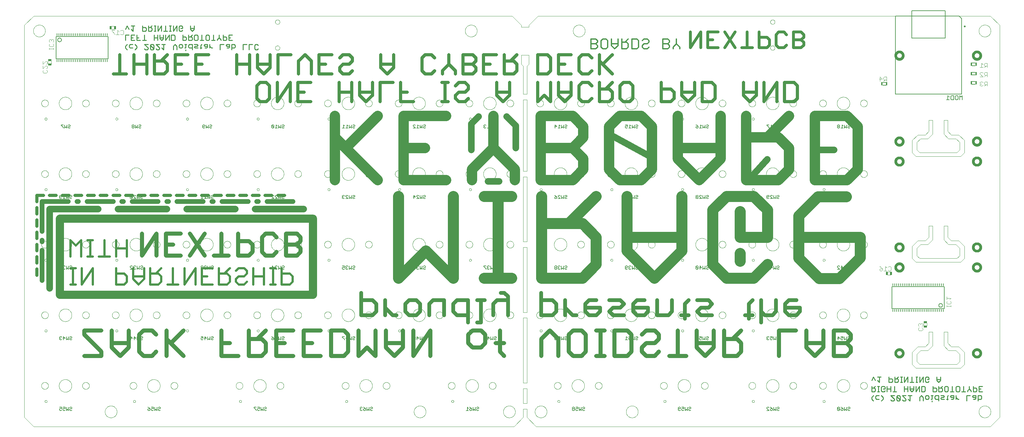
<source format=gbo>
G75*
%MOIN*%
%OFA0B0*%
%FSLAX25Y25*%
%IPPOS*%
%LPD*%
%AMOC8*
5,1,8,0,0,1.08239X$1,22.5*
%
%ADD10C,0.00000*%
%ADD11C,0.11800*%
%ADD12C,0.04400*%
%ADD13C,0.03900*%
%ADD14C,0.11000*%
%ADD15C,0.03300*%
%ADD16C,0.11811*%
%ADD17C,0.07000*%
%ADD18C,0.00900*%
%ADD19C,0.02400*%
%ADD20C,0.08600*%
%ADD21C,0.05000*%
%ADD22C,0.03200*%
%ADD23C,0.01400*%
%ADD24C,0.03100*%
%ADD25C,0.00800*%
%ADD26C,0.00400*%
%ADD27R,0.00787X0.03150*%
%ADD28C,0.00500*%
%ADD29R,0.03740X0.01969*%
%ADD30R,0.01969X0.03740*%
%ADD31C,0.02000*%
%ADD32C,0.00600*%
%ADD33C,0.02500*%
%ADD34R,0.01600X0.03400*%
D10*
X0013611Y0036065D02*
X0003769Y0045907D01*
X0003769Y0461261D01*
X0013611Y0471104D01*
X0519517Y0471104D01*
X0529359Y0461261D01*
X0529359Y0459293D01*
X0537233Y0459293D01*
X0537233Y0461261D01*
X0547076Y0471104D01*
X1025422Y0471104D01*
X1035265Y0461261D01*
X1035265Y0045907D01*
X1025422Y0036065D01*
X0545107Y0036065D01*
X0535265Y0045907D01*
X0535265Y0054765D01*
X0531328Y0054765D01*
X0531328Y0045907D01*
X0521485Y0036065D01*
X0013611Y0036065D01*
X0025343Y0062836D02*
X0025345Y0062905D01*
X0025351Y0062973D01*
X0025361Y0063041D01*
X0025375Y0063108D01*
X0025393Y0063175D01*
X0025414Y0063240D01*
X0025440Y0063304D01*
X0025469Y0063366D01*
X0025501Y0063426D01*
X0025537Y0063485D01*
X0025577Y0063541D01*
X0025619Y0063595D01*
X0025665Y0063646D01*
X0025714Y0063695D01*
X0025765Y0063741D01*
X0025819Y0063783D01*
X0025875Y0063823D01*
X0025933Y0063859D01*
X0025994Y0063891D01*
X0026056Y0063920D01*
X0026120Y0063946D01*
X0026185Y0063967D01*
X0026252Y0063985D01*
X0026319Y0063999D01*
X0026387Y0064009D01*
X0026455Y0064015D01*
X0026524Y0064017D01*
X0026593Y0064015D01*
X0026661Y0064009D01*
X0026729Y0063999D01*
X0026796Y0063985D01*
X0026863Y0063967D01*
X0026928Y0063946D01*
X0026992Y0063920D01*
X0027054Y0063891D01*
X0027114Y0063859D01*
X0027173Y0063823D01*
X0027229Y0063783D01*
X0027283Y0063741D01*
X0027334Y0063695D01*
X0027383Y0063646D01*
X0027429Y0063595D01*
X0027471Y0063541D01*
X0027511Y0063485D01*
X0027547Y0063426D01*
X0027579Y0063366D01*
X0027608Y0063304D01*
X0027634Y0063240D01*
X0027655Y0063175D01*
X0027673Y0063108D01*
X0027687Y0063041D01*
X0027697Y0062973D01*
X0027703Y0062905D01*
X0027705Y0062836D01*
X0027703Y0062767D01*
X0027697Y0062699D01*
X0027687Y0062631D01*
X0027673Y0062564D01*
X0027655Y0062497D01*
X0027634Y0062432D01*
X0027608Y0062368D01*
X0027579Y0062306D01*
X0027547Y0062245D01*
X0027511Y0062187D01*
X0027471Y0062131D01*
X0027429Y0062077D01*
X0027383Y0062026D01*
X0027334Y0061977D01*
X0027283Y0061931D01*
X0027229Y0061889D01*
X0027173Y0061849D01*
X0027115Y0061813D01*
X0027054Y0061781D01*
X0026992Y0061752D01*
X0026928Y0061726D01*
X0026863Y0061705D01*
X0026796Y0061687D01*
X0026729Y0061673D01*
X0026661Y0061663D01*
X0026593Y0061657D01*
X0026524Y0061655D01*
X0026455Y0061657D01*
X0026387Y0061663D01*
X0026319Y0061673D01*
X0026252Y0061687D01*
X0026185Y0061705D01*
X0026120Y0061726D01*
X0026056Y0061752D01*
X0025994Y0061781D01*
X0025933Y0061813D01*
X0025875Y0061849D01*
X0025819Y0061889D01*
X0025765Y0061931D01*
X0025714Y0061977D01*
X0025665Y0062026D01*
X0025619Y0062077D01*
X0025577Y0062131D01*
X0025537Y0062187D01*
X0025501Y0062245D01*
X0025469Y0062306D01*
X0025440Y0062368D01*
X0025414Y0062432D01*
X0025393Y0062497D01*
X0025375Y0062564D01*
X0025361Y0062631D01*
X0025351Y0062699D01*
X0025345Y0062767D01*
X0025343Y0062836D01*
X0021780Y0079372D02*
X0021782Y0079492D01*
X0021788Y0079613D01*
X0021798Y0079733D01*
X0021812Y0079852D01*
X0021830Y0079971D01*
X0021851Y0080090D01*
X0021877Y0080208D01*
X0021907Y0080324D01*
X0021940Y0080440D01*
X0021977Y0080555D01*
X0022018Y0080668D01*
X0022063Y0080780D01*
X0022111Y0080890D01*
X0022163Y0080999D01*
X0022219Y0081105D01*
X0022278Y0081210D01*
X0022341Y0081313D01*
X0022406Y0081414D01*
X0022476Y0081513D01*
X0022548Y0081609D01*
X0022623Y0081703D01*
X0022702Y0081794D01*
X0022784Y0081883D01*
X0022868Y0081968D01*
X0022955Y0082052D01*
X0023045Y0082132D01*
X0023138Y0082209D01*
X0023233Y0082283D01*
X0023330Y0082353D01*
X0023430Y0082421D01*
X0023532Y0082485D01*
X0023636Y0082546D01*
X0023742Y0082603D01*
X0023850Y0082657D01*
X0023959Y0082707D01*
X0024070Y0082754D01*
X0024183Y0082797D01*
X0024297Y0082836D01*
X0024412Y0082871D01*
X0024528Y0082903D01*
X0024645Y0082930D01*
X0024763Y0082954D01*
X0024882Y0082974D01*
X0025001Y0082990D01*
X0025121Y0083002D01*
X0025241Y0083010D01*
X0025362Y0083014D01*
X0025482Y0083014D01*
X0025603Y0083010D01*
X0025723Y0083002D01*
X0025843Y0082990D01*
X0025962Y0082974D01*
X0026081Y0082954D01*
X0026199Y0082930D01*
X0026316Y0082903D01*
X0026432Y0082871D01*
X0026547Y0082836D01*
X0026661Y0082797D01*
X0026774Y0082754D01*
X0026885Y0082707D01*
X0026994Y0082657D01*
X0027102Y0082603D01*
X0027208Y0082546D01*
X0027312Y0082485D01*
X0027414Y0082421D01*
X0027514Y0082353D01*
X0027611Y0082283D01*
X0027706Y0082209D01*
X0027799Y0082132D01*
X0027889Y0082052D01*
X0027976Y0081968D01*
X0028060Y0081883D01*
X0028142Y0081794D01*
X0028221Y0081703D01*
X0028296Y0081609D01*
X0028368Y0081513D01*
X0028438Y0081414D01*
X0028503Y0081313D01*
X0028566Y0081210D01*
X0028625Y0081105D01*
X0028681Y0080999D01*
X0028733Y0080890D01*
X0028781Y0080780D01*
X0028826Y0080668D01*
X0028867Y0080555D01*
X0028904Y0080440D01*
X0028937Y0080324D01*
X0028967Y0080208D01*
X0028993Y0080090D01*
X0029014Y0079971D01*
X0029032Y0079852D01*
X0029046Y0079733D01*
X0029056Y0079613D01*
X0029062Y0079492D01*
X0029064Y0079372D01*
X0029062Y0079252D01*
X0029056Y0079131D01*
X0029046Y0079011D01*
X0029032Y0078892D01*
X0029014Y0078773D01*
X0028993Y0078654D01*
X0028967Y0078536D01*
X0028937Y0078420D01*
X0028904Y0078304D01*
X0028867Y0078189D01*
X0028826Y0078076D01*
X0028781Y0077964D01*
X0028733Y0077854D01*
X0028681Y0077745D01*
X0028625Y0077639D01*
X0028566Y0077534D01*
X0028503Y0077431D01*
X0028438Y0077330D01*
X0028368Y0077231D01*
X0028296Y0077135D01*
X0028221Y0077041D01*
X0028142Y0076950D01*
X0028060Y0076861D01*
X0027976Y0076776D01*
X0027889Y0076692D01*
X0027799Y0076612D01*
X0027706Y0076535D01*
X0027611Y0076461D01*
X0027514Y0076391D01*
X0027414Y0076323D01*
X0027312Y0076259D01*
X0027208Y0076198D01*
X0027102Y0076141D01*
X0026994Y0076087D01*
X0026885Y0076037D01*
X0026774Y0075990D01*
X0026661Y0075947D01*
X0026547Y0075908D01*
X0026432Y0075873D01*
X0026316Y0075841D01*
X0026199Y0075814D01*
X0026081Y0075790D01*
X0025962Y0075770D01*
X0025843Y0075754D01*
X0025723Y0075742D01*
X0025603Y0075734D01*
X0025482Y0075730D01*
X0025362Y0075730D01*
X0025241Y0075734D01*
X0025121Y0075742D01*
X0025001Y0075754D01*
X0024882Y0075770D01*
X0024763Y0075790D01*
X0024645Y0075814D01*
X0024528Y0075841D01*
X0024412Y0075873D01*
X0024297Y0075908D01*
X0024183Y0075947D01*
X0024070Y0075990D01*
X0023959Y0076037D01*
X0023850Y0076087D01*
X0023742Y0076141D01*
X0023636Y0076198D01*
X0023532Y0076259D01*
X0023430Y0076323D01*
X0023330Y0076391D01*
X0023233Y0076461D01*
X0023138Y0076535D01*
X0023045Y0076612D01*
X0022955Y0076692D01*
X0022868Y0076776D01*
X0022784Y0076861D01*
X0022702Y0076950D01*
X0022623Y0077041D01*
X0022548Y0077135D01*
X0022476Y0077231D01*
X0022406Y0077330D01*
X0022341Y0077431D01*
X0022278Y0077534D01*
X0022219Y0077639D01*
X0022163Y0077745D01*
X0022111Y0077854D01*
X0022063Y0077964D01*
X0022018Y0078076D01*
X0021977Y0078189D01*
X0021940Y0078304D01*
X0021907Y0078420D01*
X0021877Y0078536D01*
X0021851Y0078654D01*
X0021830Y0078773D01*
X0021812Y0078892D01*
X0021798Y0079011D01*
X0021788Y0079131D01*
X0021782Y0079252D01*
X0021780Y0079372D01*
X0040383Y0079372D02*
X0040385Y0079536D01*
X0040391Y0079700D01*
X0040401Y0079864D01*
X0040415Y0080028D01*
X0040433Y0080191D01*
X0040455Y0080354D01*
X0040482Y0080516D01*
X0040512Y0080678D01*
X0040546Y0080838D01*
X0040584Y0080998D01*
X0040625Y0081157D01*
X0040671Y0081315D01*
X0040721Y0081471D01*
X0040774Y0081627D01*
X0040831Y0081781D01*
X0040892Y0081933D01*
X0040957Y0082084D01*
X0041026Y0082234D01*
X0041098Y0082381D01*
X0041173Y0082527D01*
X0041253Y0082671D01*
X0041335Y0082813D01*
X0041421Y0082953D01*
X0041511Y0083090D01*
X0041604Y0083226D01*
X0041700Y0083359D01*
X0041800Y0083490D01*
X0041902Y0083618D01*
X0042008Y0083744D01*
X0042117Y0083867D01*
X0042229Y0083987D01*
X0042343Y0084105D01*
X0042461Y0084219D01*
X0042581Y0084331D01*
X0042704Y0084440D01*
X0042830Y0084546D01*
X0042958Y0084648D01*
X0043089Y0084748D01*
X0043222Y0084844D01*
X0043358Y0084937D01*
X0043495Y0085027D01*
X0043635Y0085113D01*
X0043777Y0085195D01*
X0043921Y0085275D01*
X0044067Y0085350D01*
X0044214Y0085422D01*
X0044364Y0085491D01*
X0044515Y0085556D01*
X0044667Y0085617D01*
X0044821Y0085674D01*
X0044977Y0085727D01*
X0045133Y0085777D01*
X0045291Y0085823D01*
X0045450Y0085864D01*
X0045610Y0085902D01*
X0045770Y0085936D01*
X0045932Y0085966D01*
X0046094Y0085993D01*
X0046257Y0086015D01*
X0046420Y0086033D01*
X0046584Y0086047D01*
X0046748Y0086057D01*
X0046912Y0086063D01*
X0047076Y0086065D01*
X0047240Y0086063D01*
X0047404Y0086057D01*
X0047568Y0086047D01*
X0047732Y0086033D01*
X0047895Y0086015D01*
X0048058Y0085993D01*
X0048220Y0085966D01*
X0048382Y0085936D01*
X0048542Y0085902D01*
X0048702Y0085864D01*
X0048861Y0085823D01*
X0049019Y0085777D01*
X0049175Y0085727D01*
X0049331Y0085674D01*
X0049485Y0085617D01*
X0049637Y0085556D01*
X0049788Y0085491D01*
X0049938Y0085422D01*
X0050085Y0085350D01*
X0050231Y0085275D01*
X0050375Y0085195D01*
X0050517Y0085113D01*
X0050657Y0085027D01*
X0050794Y0084937D01*
X0050930Y0084844D01*
X0051063Y0084748D01*
X0051194Y0084648D01*
X0051322Y0084546D01*
X0051448Y0084440D01*
X0051571Y0084331D01*
X0051691Y0084219D01*
X0051809Y0084105D01*
X0051923Y0083987D01*
X0052035Y0083867D01*
X0052144Y0083744D01*
X0052250Y0083618D01*
X0052352Y0083490D01*
X0052452Y0083359D01*
X0052548Y0083226D01*
X0052641Y0083090D01*
X0052731Y0082953D01*
X0052817Y0082813D01*
X0052899Y0082671D01*
X0052979Y0082527D01*
X0053054Y0082381D01*
X0053126Y0082234D01*
X0053195Y0082084D01*
X0053260Y0081933D01*
X0053321Y0081781D01*
X0053378Y0081627D01*
X0053431Y0081471D01*
X0053481Y0081315D01*
X0053527Y0081157D01*
X0053568Y0080998D01*
X0053606Y0080838D01*
X0053640Y0080678D01*
X0053670Y0080516D01*
X0053697Y0080354D01*
X0053719Y0080191D01*
X0053737Y0080028D01*
X0053751Y0079864D01*
X0053761Y0079700D01*
X0053767Y0079536D01*
X0053769Y0079372D01*
X0053767Y0079208D01*
X0053761Y0079044D01*
X0053751Y0078880D01*
X0053737Y0078716D01*
X0053719Y0078553D01*
X0053697Y0078390D01*
X0053670Y0078228D01*
X0053640Y0078066D01*
X0053606Y0077906D01*
X0053568Y0077746D01*
X0053527Y0077587D01*
X0053481Y0077429D01*
X0053431Y0077273D01*
X0053378Y0077117D01*
X0053321Y0076963D01*
X0053260Y0076811D01*
X0053195Y0076660D01*
X0053126Y0076510D01*
X0053054Y0076363D01*
X0052979Y0076217D01*
X0052899Y0076073D01*
X0052817Y0075931D01*
X0052731Y0075791D01*
X0052641Y0075654D01*
X0052548Y0075518D01*
X0052452Y0075385D01*
X0052352Y0075254D01*
X0052250Y0075126D01*
X0052144Y0075000D01*
X0052035Y0074877D01*
X0051923Y0074757D01*
X0051809Y0074639D01*
X0051691Y0074525D01*
X0051571Y0074413D01*
X0051448Y0074304D01*
X0051322Y0074198D01*
X0051194Y0074096D01*
X0051063Y0073996D01*
X0050930Y0073900D01*
X0050794Y0073807D01*
X0050657Y0073717D01*
X0050517Y0073631D01*
X0050375Y0073549D01*
X0050231Y0073469D01*
X0050085Y0073394D01*
X0049938Y0073322D01*
X0049788Y0073253D01*
X0049637Y0073188D01*
X0049485Y0073127D01*
X0049331Y0073070D01*
X0049175Y0073017D01*
X0049019Y0072967D01*
X0048861Y0072921D01*
X0048702Y0072880D01*
X0048542Y0072842D01*
X0048382Y0072808D01*
X0048220Y0072778D01*
X0048058Y0072751D01*
X0047895Y0072729D01*
X0047732Y0072711D01*
X0047568Y0072697D01*
X0047404Y0072687D01*
X0047240Y0072681D01*
X0047076Y0072679D01*
X0046912Y0072681D01*
X0046748Y0072687D01*
X0046584Y0072697D01*
X0046420Y0072711D01*
X0046257Y0072729D01*
X0046094Y0072751D01*
X0045932Y0072778D01*
X0045770Y0072808D01*
X0045610Y0072842D01*
X0045450Y0072880D01*
X0045291Y0072921D01*
X0045133Y0072967D01*
X0044977Y0073017D01*
X0044821Y0073070D01*
X0044667Y0073127D01*
X0044515Y0073188D01*
X0044364Y0073253D01*
X0044214Y0073322D01*
X0044067Y0073394D01*
X0043921Y0073469D01*
X0043777Y0073549D01*
X0043635Y0073631D01*
X0043495Y0073717D01*
X0043358Y0073807D01*
X0043222Y0073900D01*
X0043089Y0073996D01*
X0042958Y0074096D01*
X0042830Y0074198D01*
X0042704Y0074304D01*
X0042581Y0074413D01*
X0042461Y0074525D01*
X0042343Y0074639D01*
X0042229Y0074757D01*
X0042117Y0074877D01*
X0042008Y0075000D01*
X0041902Y0075126D01*
X0041800Y0075254D01*
X0041700Y0075385D01*
X0041604Y0075518D01*
X0041511Y0075654D01*
X0041421Y0075791D01*
X0041335Y0075931D01*
X0041253Y0076073D01*
X0041173Y0076217D01*
X0041098Y0076363D01*
X0041026Y0076510D01*
X0040957Y0076660D01*
X0040892Y0076811D01*
X0040831Y0076963D01*
X0040774Y0077117D01*
X0040721Y0077273D01*
X0040671Y0077429D01*
X0040625Y0077587D01*
X0040584Y0077746D01*
X0040546Y0077906D01*
X0040512Y0078066D01*
X0040482Y0078228D01*
X0040455Y0078390D01*
X0040433Y0078553D01*
X0040415Y0078716D01*
X0040401Y0078880D01*
X0040391Y0079044D01*
X0040385Y0079208D01*
X0040383Y0079372D01*
X0065087Y0079372D02*
X0065089Y0079492D01*
X0065095Y0079613D01*
X0065105Y0079733D01*
X0065119Y0079852D01*
X0065137Y0079971D01*
X0065158Y0080090D01*
X0065184Y0080208D01*
X0065214Y0080324D01*
X0065247Y0080440D01*
X0065284Y0080555D01*
X0065325Y0080668D01*
X0065370Y0080780D01*
X0065418Y0080890D01*
X0065470Y0080999D01*
X0065526Y0081105D01*
X0065585Y0081210D01*
X0065648Y0081313D01*
X0065713Y0081414D01*
X0065783Y0081513D01*
X0065855Y0081609D01*
X0065930Y0081703D01*
X0066009Y0081794D01*
X0066091Y0081883D01*
X0066175Y0081968D01*
X0066262Y0082052D01*
X0066352Y0082132D01*
X0066445Y0082209D01*
X0066540Y0082283D01*
X0066637Y0082353D01*
X0066737Y0082421D01*
X0066839Y0082485D01*
X0066943Y0082546D01*
X0067049Y0082603D01*
X0067157Y0082657D01*
X0067266Y0082707D01*
X0067377Y0082754D01*
X0067490Y0082797D01*
X0067604Y0082836D01*
X0067719Y0082871D01*
X0067835Y0082903D01*
X0067952Y0082930D01*
X0068070Y0082954D01*
X0068189Y0082974D01*
X0068308Y0082990D01*
X0068428Y0083002D01*
X0068548Y0083010D01*
X0068669Y0083014D01*
X0068789Y0083014D01*
X0068910Y0083010D01*
X0069030Y0083002D01*
X0069150Y0082990D01*
X0069269Y0082974D01*
X0069388Y0082954D01*
X0069506Y0082930D01*
X0069623Y0082903D01*
X0069739Y0082871D01*
X0069854Y0082836D01*
X0069968Y0082797D01*
X0070081Y0082754D01*
X0070192Y0082707D01*
X0070301Y0082657D01*
X0070409Y0082603D01*
X0070515Y0082546D01*
X0070619Y0082485D01*
X0070721Y0082421D01*
X0070821Y0082353D01*
X0070918Y0082283D01*
X0071013Y0082209D01*
X0071106Y0082132D01*
X0071196Y0082052D01*
X0071283Y0081968D01*
X0071367Y0081883D01*
X0071449Y0081794D01*
X0071528Y0081703D01*
X0071603Y0081609D01*
X0071675Y0081513D01*
X0071745Y0081414D01*
X0071810Y0081313D01*
X0071873Y0081210D01*
X0071932Y0081105D01*
X0071988Y0080999D01*
X0072040Y0080890D01*
X0072088Y0080780D01*
X0072133Y0080668D01*
X0072174Y0080555D01*
X0072211Y0080440D01*
X0072244Y0080324D01*
X0072274Y0080208D01*
X0072300Y0080090D01*
X0072321Y0079971D01*
X0072339Y0079852D01*
X0072353Y0079733D01*
X0072363Y0079613D01*
X0072369Y0079492D01*
X0072371Y0079372D01*
X0072369Y0079252D01*
X0072363Y0079131D01*
X0072353Y0079011D01*
X0072339Y0078892D01*
X0072321Y0078773D01*
X0072300Y0078654D01*
X0072274Y0078536D01*
X0072244Y0078420D01*
X0072211Y0078304D01*
X0072174Y0078189D01*
X0072133Y0078076D01*
X0072088Y0077964D01*
X0072040Y0077854D01*
X0071988Y0077745D01*
X0071932Y0077639D01*
X0071873Y0077534D01*
X0071810Y0077431D01*
X0071745Y0077330D01*
X0071675Y0077231D01*
X0071603Y0077135D01*
X0071528Y0077041D01*
X0071449Y0076950D01*
X0071367Y0076861D01*
X0071283Y0076776D01*
X0071196Y0076692D01*
X0071106Y0076612D01*
X0071013Y0076535D01*
X0070918Y0076461D01*
X0070821Y0076391D01*
X0070721Y0076323D01*
X0070619Y0076259D01*
X0070515Y0076198D01*
X0070409Y0076141D01*
X0070301Y0076087D01*
X0070192Y0076037D01*
X0070081Y0075990D01*
X0069968Y0075947D01*
X0069854Y0075908D01*
X0069739Y0075873D01*
X0069623Y0075841D01*
X0069506Y0075814D01*
X0069388Y0075790D01*
X0069269Y0075770D01*
X0069150Y0075754D01*
X0069030Y0075742D01*
X0068910Y0075734D01*
X0068789Y0075730D01*
X0068669Y0075730D01*
X0068548Y0075734D01*
X0068428Y0075742D01*
X0068308Y0075754D01*
X0068189Y0075770D01*
X0068070Y0075790D01*
X0067952Y0075814D01*
X0067835Y0075841D01*
X0067719Y0075873D01*
X0067604Y0075908D01*
X0067490Y0075947D01*
X0067377Y0075990D01*
X0067266Y0076037D01*
X0067157Y0076087D01*
X0067049Y0076141D01*
X0066943Y0076198D01*
X0066839Y0076259D01*
X0066737Y0076323D01*
X0066637Y0076391D01*
X0066540Y0076461D01*
X0066445Y0076535D01*
X0066352Y0076612D01*
X0066262Y0076692D01*
X0066175Y0076776D01*
X0066091Y0076861D01*
X0066009Y0076950D01*
X0065930Y0077041D01*
X0065855Y0077135D01*
X0065783Y0077231D01*
X0065713Y0077330D01*
X0065648Y0077431D01*
X0065585Y0077534D01*
X0065526Y0077639D01*
X0065470Y0077745D01*
X0065418Y0077854D01*
X0065370Y0077964D01*
X0065325Y0078076D01*
X0065284Y0078189D01*
X0065247Y0078304D01*
X0065214Y0078420D01*
X0065184Y0078536D01*
X0065158Y0078654D01*
X0065137Y0078773D01*
X0065119Y0078892D01*
X0065105Y0079011D01*
X0065095Y0079131D01*
X0065089Y0079252D01*
X0065087Y0079372D01*
X0089005Y0051813D02*
X0089007Y0051971D01*
X0089013Y0052129D01*
X0089023Y0052287D01*
X0089037Y0052445D01*
X0089055Y0052602D01*
X0089076Y0052759D01*
X0089102Y0052915D01*
X0089132Y0053071D01*
X0089165Y0053226D01*
X0089203Y0053379D01*
X0089244Y0053532D01*
X0089289Y0053684D01*
X0089338Y0053835D01*
X0089391Y0053984D01*
X0089447Y0054132D01*
X0089507Y0054278D01*
X0089571Y0054423D01*
X0089639Y0054566D01*
X0089710Y0054708D01*
X0089784Y0054848D01*
X0089862Y0054985D01*
X0089944Y0055121D01*
X0090028Y0055255D01*
X0090117Y0055386D01*
X0090208Y0055515D01*
X0090303Y0055642D01*
X0090400Y0055767D01*
X0090501Y0055889D01*
X0090605Y0056008D01*
X0090712Y0056125D01*
X0090822Y0056239D01*
X0090935Y0056350D01*
X0091050Y0056459D01*
X0091168Y0056564D01*
X0091289Y0056666D01*
X0091412Y0056766D01*
X0091538Y0056862D01*
X0091666Y0056955D01*
X0091796Y0057045D01*
X0091929Y0057131D01*
X0092064Y0057215D01*
X0092200Y0057294D01*
X0092339Y0057371D01*
X0092480Y0057443D01*
X0092622Y0057513D01*
X0092766Y0057578D01*
X0092912Y0057640D01*
X0093059Y0057698D01*
X0093208Y0057753D01*
X0093358Y0057804D01*
X0093509Y0057851D01*
X0093661Y0057894D01*
X0093814Y0057933D01*
X0093969Y0057969D01*
X0094124Y0058000D01*
X0094280Y0058028D01*
X0094436Y0058052D01*
X0094593Y0058072D01*
X0094751Y0058088D01*
X0094908Y0058100D01*
X0095067Y0058108D01*
X0095225Y0058112D01*
X0095383Y0058112D01*
X0095541Y0058108D01*
X0095700Y0058100D01*
X0095857Y0058088D01*
X0096015Y0058072D01*
X0096172Y0058052D01*
X0096328Y0058028D01*
X0096484Y0058000D01*
X0096639Y0057969D01*
X0096794Y0057933D01*
X0096947Y0057894D01*
X0097099Y0057851D01*
X0097250Y0057804D01*
X0097400Y0057753D01*
X0097549Y0057698D01*
X0097696Y0057640D01*
X0097842Y0057578D01*
X0097986Y0057513D01*
X0098128Y0057443D01*
X0098269Y0057371D01*
X0098408Y0057294D01*
X0098544Y0057215D01*
X0098679Y0057131D01*
X0098812Y0057045D01*
X0098942Y0056955D01*
X0099070Y0056862D01*
X0099196Y0056766D01*
X0099319Y0056666D01*
X0099440Y0056564D01*
X0099558Y0056459D01*
X0099673Y0056350D01*
X0099786Y0056239D01*
X0099896Y0056125D01*
X0100003Y0056008D01*
X0100107Y0055889D01*
X0100208Y0055767D01*
X0100305Y0055642D01*
X0100400Y0055515D01*
X0100491Y0055386D01*
X0100580Y0055255D01*
X0100664Y0055121D01*
X0100746Y0054985D01*
X0100824Y0054848D01*
X0100898Y0054708D01*
X0100969Y0054566D01*
X0101037Y0054423D01*
X0101101Y0054278D01*
X0101161Y0054132D01*
X0101217Y0053984D01*
X0101270Y0053835D01*
X0101319Y0053684D01*
X0101364Y0053532D01*
X0101405Y0053379D01*
X0101443Y0053226D01*
X0101476Y0053071D01*
X0101506Y0052915D01*
X0101532Y0052759D01*
X0101553Y0052602D01*
X0101571Y0052445D01*
X0101585Y0052287D01*
X0101595Y0052129D01*
X0101601Y0051971D01*
X0101603Y0051813D01*
X0101601Y0051655D01*
X0101595Y0051497D01*
X0101585Y0051339D01*
X0101571Y0051181D01*
X0101553Y0051024D01*
X0101532Y0050867D01*
X0101506Y0050711D01*
X0101476Y0050555D01*
X0101443Y0050400D01*
X0101405Y0050247D01*
X0101364Y0050094D01*
X0101319Y0049942D01*
X0101270Y0049791D01*
X0101217Y0049642D01*
X0101161Y0049494D01*
X0101101Y0049348D01*
X0101037Y0049203D01*
X0100969Y0049060D01*
X0100898Y0048918D01*
X0100824Y0048778D01*
X0100746Y0048641D01*
X0100664Y0048505D01*
X0100580Y0048371D01*
X0100491Y0048240D01*
X0100400Y0048111D01*
X0100305Y0047984D01*
X0100208Y0047859D01*
X0100107Y0047737D01*
X0100003Y0047618D01*
X0099896Y0047501D01*
X0099786Y0047387D01*
X0099673Y0047276D01*
X0099558Y0047167D01*
X0099440Y0047062D01*
X0099319Y0046960D01*
X0099196Y0046860D01*
X0099070Y0046764D01*
X0098942Y0046671D01*
X0098812Y0046581D01*
X0098679Y0046495D01*
X0098544Y0046411D01*
X0098408Y0046332D01*
X0098269Y0046255D01*
X0098128Y0046183D01*
X0097986Y0046113D01*
X0097842Y0046048D01*
X0097696Y0045986D01*
X0097549Y0045928D01*
X0097400Y0045873D01*
X0097250Y0045822D01*
X0097099Y0045775D01*
X0096947Y0045732D01*
X0096794Y0045693D01*
X0096639Y0045657D01*
X0096484Y0045626D01*
X0096328Y0045598D01*
X0096172Y0045574D01*
X0096015Y0045554D01*
X0095857Y0045538D01*
X0095700Y0045526D01*
X0095541Y0045518D01*
X0095383Y0045514D01*
X0095225Y0045514D01*
X0095067Y0045518D01*
X0094908Y0045526D01*
X0094751Y0045538D01*
X0094593Y0045554D01*
X0094436Y0045574D01*
X0094280Y0045598D01*
X0094124Y0045626D01*
X0093969Y0045657D01*
X0093814Y0045693D01*
X0093661Y0045732D01*
X0093509Y0045775D01*
X0093358Y0045822D01*
X0093208Y0045873D01*
X0093059Y0045928D01*
X0092912Y0045986D01*
X0092766Y0046048D01*
X0092622Y0046113D01*
X0092480Y0046183D01*
X0092339Y0046255D01*
X0092200Y0046332D01*
X0092064Y0046411D01*
X0091929Y0046495D01*
X0091796Y0046581D01*
X0091666Y0046671D01*
X0091538Y0046764D01*
X0091412Y0046860D01*
X0091289Y0046960D01*
X0091168Y0047062D01*
X0091050Y0047167D01*
X0090935Y0047276D01*
X0090822Y0047387D01*
X0090712Y0047501D01*
X0090605Y0047618D01*
X0090501Y0047737D01*
X0090400Y0047859D01*
X0090303Y0047984D01*
X0090208Y0048111D01*
X0090117Y0048240D01*
X0090028Y0048371D01*
X0089944Y0048505D01*
X0089862Y0048641D01*
X0089784Y0048778D01*
X0089710Y0048918D01*
X0089639Y0049060D01*
X0089571Y0049203D01*
X0089507Y0049348D01*
X0089447Y0049494D01*
X0089391Y0049642D01*
X0089338Y0049791D01*
X0089289Y0049942D01*
X0089244Y0050094D01*
X0089203Y0050247D01*
X0089165Y0050400D01*
X0089132Y0050555D01*
X0089102Y0050711D01*
X0089076Y0050867D01*
X0089055Y0051024D01*
X0089037Y0051181D01*
X0089023Y0051339D01*
X0089013Y0051497D01*
X0089007Y0051655D01*
X0089005Y0051813D01*
X0118847Y0062836D02*
X0118849Y0062905D01*
X0118855Y0062973D01*
X0118865Y0063041D01*
X0118879Y0063108D01*
X0118897Y0063175D01*
X0118918Y0063240D01*
X0118944Y0063304D01*
X0118973Y0063366D01*
X0119005Y0063426D01*
X0119041Y0063485D01*
X0119081Y0063541D01*
X0119123Y0063595D01*
X0119169Y0063646D01*
X0119218Y0063695D01*
X0119269Y0063741D01*
X0119323Y0063783D01*
X0119379Y0063823D01*
X0119437Y0063859D01*
X0119498Y0063891D01*
X0119560Y0063920D01*
X0119624Y0063946D01*
X0119689Y0063967D01*
X0119756Y0063985D01*
X0119823Y0063999D01*
X0119891Y0064009D01*
X0119959Y0064015D01*
X0120028Y0064017D01*
X0120097Y0064015D01*
X0120165Y0064009D01*
X0120233Y0063999D01*
X0120300Y0063985D01*
X0120367Y0063967D01*
X0120432Y0063946D01*
X0120496Y0063920D01*
X0120558Y0063891D01*
X0120618Y0063859D01*
X0120677Y0063823D01*
X0120733Y0063783D01*
X0120787Y0063741D01*
X0120838Y0063695D01*
X0120887Y0063646D01*
X0120933Y0063595D01*
X0120975Y0063541D01*
X0121015Y0063485D01*
X0121051Y0063426D01*
X0121083Y0063366D01*
X0121112Y0063304D01*
X0121138Y0063240D01*
X0121159Y0063175D01*
X0121177Y0063108D01*
X0121191Y0063041D01*
X0121201Y0062973D01*
X0121207Y0062905D01*
X0121209Y0062836D01*
X0121207Y0062767D01*
X0121201Y0062699D01*
X0121191Y0062631D01*
X0121177Y0062564D01*
X0121159Y0062497D01*
X0121138Y0062432D01*
X0121112Y0062368D01*
X0121083Y0062306D01*
X0121051Y0062245D01*
X0121015Y0062187D01*
X0120975Y0062131D01*
X0120933Y0062077D01*
X0120887Y0062026D01*
X0120838Y0061977D01*
X0120787Y0061931D01*
X0120733Y0061889D01*
X0120677Y0061849D01*
X0120619Y0061813D01*
X0120558Y0061781D01*
X0120496Y0061752D01*
X0120432Y0061726D01*
X0120367Y0061705D01*
X0120300Y0061687D01*
X0120233Y0061673D01*
X0120165Y0061663D01*
X0120097Y0061657D01*
X0120028Y0061655D01*
X0119959Y0061657D01*
X0119891Y0061663D01*
X0119823Y0061673D01*
X0119756Y0061687D01*
X0119689Y0061705D01*
X0119624Y0061726D01*
X0119560Y0061752D01*
X0119498Y0061781D01*
X0119437Y0061813D01*
X0119379Y0061849D01*
X0119323Y0061889D01*
X0119269Y0061931D01*
X0119218Y0061977D01*
X0119169Y0062026D01*
X0119123Y0062077D01*
X0119081Y0062131D01*
X0119041Y0062187D01*
X0119005Y0062245D01*
X0118973Y0062306D01*
X0118944Y0062368D01*
X0118918Y0062432D01*
X0118897Y0062497D01*
X0118879Y0062564D01*
X0118865Y0062631D01*
X0118855Y0062699D01*
X0118849Y0062767D01*
X0118847Y0062836D01*
X0115284Y0079372D02*
X0115286Y0079492D01*
X0115292Y0079613D01*
X0115302Y0079733D01*
X0115316Y0079852D01*
X0115334Y0079971D01*
X0115355Y0080090D01*
X0115381Y0080208D01*
X0115411Y0080324D01*
X0115444Y0080440D01*
X0115481Y0080555D01*
X0115522Y0080668D01*
X0115567Y0080780D01*
X0115615Y0080890D01*
X0115667Y0080999D01*
X0115723Y0081105D01*
X0115782Y0081210D01*
X0115845Y0081313D01*
X0115910Y0081414D01*
X0115980Y0081513D01*
X0116052Y0081609D01*
X0116127Y0081703D01*
X0116206Y0081794D01*
X0116288Y0081883D01*
X0116372Y0081968D01*
X0116459Y0082052D01*
X0116549Y0082132D01*
X0116642Y0082209D01*
X0116737Y0082283D01*
X0116834Y0082353D01*
X0116934Y0082421D01*
X0117036Y0082485D01*
X0117140Y0082546D01*
X0117246Y0082603D01*
X0117354Y0082657D01*
X0117463Y0082707D01*
X0117574Y0082754D01*
X0117687Y0082797D01*
X0117801Y0082836D01*
X0117916Y0082871D01*
X0118032Y0082903D01*
X0118149Y0082930D01*
X0118267Y0082954D01*
X0118386Y0082974D01*
X0118505Y0082990D01*
X0118625Y0083002D01*
X0118745Y0083010D01*
X0118866Y0083014D01*
X0118986Y0083014D01*
X0119107Y0083010D01*
X0119227Y0083002D01*
X0119347Y0082990D01*
X0119466Y0082974D01*
X0119585Y0082954D01*
X0119703Y0082930D01*
X0119820Y0082903D01*
X0119936Y0082871D01*
X0120051Y0082836D01*
X0120165Y0082797D01*
X0120278Y0082754D01*
X0120389Y0082707D01*
X0120498Y0082657D01*
X0120606Y0082603D01*
X0120712Y0082546D01*
X0120816Y0082485D01*
X0120918Y0082421D01*
X0121018Y0082353D01*
X0121115Y0082283D01*
X0121210Y0082209D01*
X0121303Y0082132D01*
X0121393Y0082052D01*
X0121480Y0081968D01*
X0121564Y0081883D01*
X0121646Y0081794D01*
X0121725Y0081703D01*
X0121800Y0081609D01*
X0121872Y0081513D01*
X0121942Y0081414D01*
X0122007Y0081313D01*
X0122070Y0081210D01*
X0122129Y0081105D01*
X0122185Y0080999D01*
X0122237Y0080890D01*
X0122285Y0080780D01*
X0122330Y0080668D01*
X0122371Y0080555D01*
X0122408Y0080440D01*
X0122441Y0080324D01*
X0122471Y0080208D01*
X0122497Y0080090D01*
X0122518Y0079971D01*
X0122536Y0079852D01*
X0122550Y0079733D01*
X0122560Y0079613D01*
X0122566Y0079492D01*
X0122568Y0079372D01*
X0122566Y0079252D01*
X0122560Y0079131D01*
X0122550Y0079011D01*
X0122536Y0078892D01*
X0122518Y0078773D01*
X0122497Y0078654D01*
X0122471Y0078536D01*
X0122441Y0078420D01*
X0122408Y0078304D01*
X0122371Y0078189D01*
X0122330Y0078076D01*
X0122285Y0077964D01*
X0122237Y0077854D01*
X0122185Y0077745D01*
X0122129Y0077639D01*
X0122070Y0077534D01*
X0122007Y0077431D01*
X0121942Y0077330D01*
X0121872Y0077231D01*
X0121800Y0077135D01*
X0121725Y0077041D01*
X0121646Y0076950D01*
X0121564Y0076861D01*
X0121480Y0076776D01*
X0121393Y0076692D01*
X0121303Y0076612D01*
X0121210Y0076535D01*
X0121115Y0076461D01*
X0121018Y0076391D01*
X0120918Y0076323D01*
X0120816Y0076259D01*
X0120712Y0076198D01*
X0120606Y0076141D01*
X0120498Y0076087D01*
X0120389Y0076037D01*
X0120278Y0075990D01*
X0120165Y0075947D01*
X0120051Y0075908D01*
X0119936Y0075873D01*
X0119820Y0075841D01*
X0119703Y0075814D01*
X0119585Y0075790D01*
X0119466Y0075770D01*
X0119347Y0075754D01*
X0119227Y0075742D01*
X0119107Y0075734D01*
X0118986Y0075730D01*
X0118866Y0075730D01*
X0118745Y0075734D01*
X0118625Y0075742D01*
X0118505Y0075754D01*
X0118386Y0075770D01*
X0118267Y0075790D01*
X0118149Y0075814D01*
X0118032Y0075841D01*
X0117916Y0075873D01*
X0117801Y0075908D01*
X0117687Y0075947D01*
X0117574Y0075990D01*
X0117463Y0076037D01*
X0117354Y0076087D01*
X0117246Y0076141D01*
X0117140Y0076198D01*
X0117036Y0076259D01*
X0116934Y0076323D01*
X0116834Y0076391D01*
X0116737Y0076461D01*
X0116642Y0076535D01*
X0116549Y0076612D01*
X0116459Y0076692D01*
X0116372Y0076776D01*
X0116288Y0076861D01*
X0116206Y0076950D01*
X0116127Y0077041D01*
X0116052Y0077135D01*
X0115980Y0077231D01*
X0115910Y0077330D01*
X0115845Y0077431D01*
X0115782Y0077534D01*
X0115723Y0077639D01*
X0115667Y0077745D01*
X0115615Y0077854D01*
X0115567Y0077964D01*
X0115522Y0078076D01*
X0115481Y0078189D01*
X0115444Y0078304D01*
X0115411Y0078420D01*
X0115381Y0078536D01*
X0115355Y0078654D01*
X0115334Y0078773D01*
X0115316Y0078892D01*
X0115302Y0079011D01*
X0115292Y0079131D01*
X0115286Y0079252D01*
X0115284Y0079372D01*
X0133887Y0079372D02*
X0133889Y0079536D01*
X0133895Y0079700D01*
X0133905Y0079864D01*
X0133919Y0080028D01*
X0133937Y0080191D01*
X0133959Y0080354D01*
X0133986Y0080516D01*
X0134016Y0080678D01*
X0134050Y0080838D01*
X0134088Y0080998D01*
X0134129Y0081157D01*
X0134175Y0081315D01*
X0134225Y0081471D01*
X0134278Y0081627D01*
X0134335Y0081781D01*
X0134396Y0081933D01*
X0134461Y0082084D01*
X0134530Y0082234D01*
X0134602Y0082381D01*
X0134677Y0082527D01*
X0134757Y0082671D01*
X0134839Y0082813D01*
X0134925Y0082953D01*
X0135015Y0083090D01*
X0135108Y0083226D01*
X0135204Y0083359D01*
X0135304Y0083490D01*
X0135406Y0083618D01*
X0135512Y0083744D01*
X0135621Y0083867D01*
X0135733Y0083987D01*
X0135847Y0084105D01*
X0135965Y0084219D01*
X0136085Y0084331D01*
X0136208Y0084440D01*
X0136334Y0084546D01*
X0136462Y0084648D01*
X0136593Y0084748D01*
X0136726Y0084844D01*
X0136862Y0084937D01*
X0136999Y0085027D01*
X0137139Y0085113D01*
X0137281Y0085195D01*
X0137425Y0085275D01*
X0137571Y0085350D01*
X0137718Y0085422D01*
X0137868Y0085491D01*
X0138019Y0085556D01*
X0138171Y0085617D01*
X0138325Y0085674D01*
X0138481Y0085727D01*
X0138637Y0085777D01*
X0138795Y0085823D01*
X0138954Y0085864D01*
X0139114Y0085902D01*
X0139274Y0085936D01*
X0139436Y0085966D01*
X0139598Y0085993D01*
X0139761Y0086015D01*
X0139924Y0086033D01*
X0140088Y0086047D01*
X0140252Y0086057D01*
X0140416Y0086063D01*
X0140580Y0086065D01*
X0140744Y0086063D01*
X0140908Y0086057D01*
X0141072Y0086047D01*
X0141236Y0086033D01*
X0141399Y0086015D01*
X0141562Y0085993D01*
X0141724Y0085966D01*
X0141886Y0085936D01*
X0142046Y0085902D01*
X0142206Y0085864D01*
X0142365Y0085823D01*
X0142523Y0085777D01*
X0142679Y0085727D01*
X0142835Y0085674D01*
X0142989Y0085617D01*
X0143141Y0085556D01*
X0143292Y0085491D01*
X0143442Y0085422D01*
X0143589Y0085350D01*
X0143735Y0085275D01*
X0143879Y0085195D01*
X0144021Y0085113D01*
X0144161Y0085027D01*
X0144298Y0084937D01*
X0144434Y0084844D01*
X0144567Y0084748D01*
X0144698Y0084648D01*
X0144826Y0084546D01*
X0144952Y0084440D01*
X0145075Y0084331D01*
X0145195Y0084219D01*
X0145313Y0084105D01*
X0145427Y0083987D01*
X0145539Y0083867D01*
X0145648Y0083744D01*
X0145754Y0083618D01*
X0145856Y0083490D01*
X0145956Y0083359D01*
X0146052Y0083226D01*
X0146145Y0083090D01*
X0146235Y0082953D01*
X0146321Y0082813D01*
X0146403Y0082671D01*
X0146483Y0082527D01*
X0146558Y0082381D01*
X0146630Y0082234D01*
X0146699Y0082084D01*
X0146764Y0081933D01*
X0146825Y0081781D01*
X0146882Y0081627D01*
X0146935Y0081471D01*
X0146985Y0081315D01*
X0147031Y0081157D01*
X0147072Y0080998D01*
X0147110Y0080838D01*
X0147144Y0080678D01*
X0147174Y0080516D01*
X0147201Y0080354D01*
X0147223Y0080191D01*
X0147241Y0080028D01*
X0147255Y0079864D01*
X0147265Y0079700D01*
X0147271Y0079536D01*
X0147273Y0079372D01*
X0147271Y0079208D01*
X0147265Y0079044D01*
X0147255Y0078880D01*
X0147241Y0078716D01*
X0147223Y0078553D01*
X0147201Y0078390D01*
X0147174Y0078228D01*
X0147144Y0078066D01*
X0147110Y0077906D01*
X0147072Y0077746D01*
X0147031Y0077587D01*
X0146985Y0077429D01*
X0146935Y0077273D01*
X0146882Y0077117D01*
X0146825Y0076963D01*
X0146764Y0076811D01*
X0146699Y0076660D01*
X0146630Y0076510D01*
X0146558Y0076363D01*
X0146483Y0076217D01*
X0146403Y0076073D01*
X0146321Y0075931D01*
X0146235Y0075791D01*
X0146145Y0075654D01*
X0146052Y0075518D01*
X0145956Y0075385D01*
X0145856Y0075254D01*
X0145754Y0075126D01*
X0145648Y0075000D01*
X0145539Y0074877D01*
X0145427Y0074757D01*
X0145313Y0074639D01*
X0145195Y0074525D01*
X0145075Y0074413D01*
X0144952Y0074304D01*
X0144826Y0074198D01*
X0144698Y0074096D01*
X0144567Y0073996D01*
X0144434Y0073900D01*
X0144298Y0073807D01*
X0144161Y0073717D01*
X0144021Y0073631D01*
X0143879Y0073549D01*
X0143735Y0073469D01*
X0143589Y0073394D01*
X0143442Y0073322D01*
X0143292Y0073253D01*
X0143141Y0073188D01*
X0142989Y0073127D01*
X0142835Y0073070D01*
X0142679Y0073017D01*
X0142523Y0072967D01*
X0142365Y0072921D01*
X0142206Y0072880D01*
X0142046Y0072842D01*
X0141886Y0072808D01*
X0141724Y0072778D01*
X0141562Y0072751D01*
X0141399Y0072729D01*
X0141236Y0072711D01*
X0141072Y0072697D01*
X0140908Y0072687D01*
X0140744Y0072681D01*
X0140580Y0072679D01*
X0140416Y0072681D01*
X0140252Y0072687D01*
X0140088Y0072697D01*
X0139924Y0072711D01*
X0139761Y0072729D01*
X0139598Y0072751D01*
X0139436Y0072778D01*
X0139274Y0072808D01*
X0139114Y0072842D01*
X0138954Y0072880D01*
X0138795Y0072921D01*
X0138637Y0072967D01*
X0138481Y0073017D01*
X0138325Y0073070D01*
X0138171Y0073127D01*
X0138019Y0073188D01*
X0137868Y0073253D01*
X0137718Y0073322D01*
X0137571Y0073394D01*
X0137425Y0073469D01*
X0137281Y0073549D01*
X0137139Y0073631D01*
X0136999Y0073717D01*
X0136862Y0073807D01*
X0136726Y0073900D01*
X0136593Y0073996D01*
X0136462Y0074096D01*
X0136334Y0074198D01*
X0136208Y0074304D01*
X0136085Y0074413D01*
X0135965Y0074525D01*
X0135847Y0074639D01*
X0135733Y0074757D01*
X0135621Y0074877D01*
X0135512Y0075000D01*
X0135406Y0075126D01*
X0135304Y0075254D01*
X0135204Y0075385D01*
X0135108Y0075518D01*
X0135015Y0075654D01*
X0134925Y0075791D01*
X0134839Y0075931D01*
X0134757Y0076073D01*
X0134677Y0076217D01*
X0134602Y0076363D01*
X0134530Y0076510D01*
X0134461Y0076660D01*
X0134396Y0076811D01*
X0134335Y0076963D01*
X0134278Y0077117D01*
X0134225Y0077273D01*
X0134175Y0077429D01*
X0134129Y0077587D01*
X0134088Y0077746D01*
X0134050Y0077906D01*
X0134016Y0078066D01*
X0133986Y0078228D01*
X0133959Y0078390D01*
X0133937Y0078553D01*
X0133919Y0078716D01*
X0133905Y0078880D01*
X0133895Y0079044D01*
X0133889Y0079208D01*
X0133887Y0079372D01*
X0158591Y0079372D02*
X0158593Y0079492D01*
X0158599Y0079613D01*
X0158609Y0079733D01*
X0158623Y0079852D01*
X0158641Y0079971D01*
X0158662Y0080090D01*
X0158688Y0080208D01*
X0158718Y0080324D01*
X0158751Y0080440D01*
X0158788Y0080555D01*
X0158829Y0080668D01*
X0158874Y0080780D01*
X0158922Y0080890D01*
X0158974Y0080999D01*
X0159030Y0081105D01*
X0159089Y0081210D01*
X0159152Y0081313D01*
X0159217Y0081414D01*
X0159287Y0081513D01*
X0159359Y0081609D01*
X0159434Y0081703D01*
X0159513Y0081794D01*
X0159595Y0081883D01*
X0159679Y0081968D01*
X0159766Y0082052D01*
X0159856Y0082132D01*
X0159949Y0082209D01*
X0160044Y0082283D01*
X0160141Y0082353D01*
X0160241Y0082421D01*
X0160343Y0082485D01*
X0160447Y0082546D01*
X0160553Y0082603D01*
X0160661Y0082657D01*
X0160770Y0082707D01*
X0160881Y0082754D01*
X0160994Y0082797D01*
X0161108Y0082836D01*
X0161223Y0082871D01*
X0161339Y0082903D01*
X0161456Y0082930D01*
X0161574Y0082954D01*
X0161693Y0082974D01*
X0161812Y0082990D01*
X0161932Y0083002D01*
X0162052Y0083010D01*
X0162173Y0083014D01*
X0162293Y0083014D01*
X0162414Y0083010D01*
X0162534Y0083002D01*
X0162654Y0082990D01*
X0162773Y0082974D01*
X0162892Y0082954D01*
X0163010Y0082930D01*
X0163127Y0082903D01*
X0163243Y0082871D01*
X0163358Y0082836D01*
X0163472Y0082797D01*
X0163585Y0082754D01*
X0163696Y0082707D01*
X0163805Y0082657D01*
X0163913Y0082603D01*
X0164019Y0082546D01*
X0164123Y0082485D01*
X0164225Y0082421D01*
X0164325Y0082353D01*
X0164422Y0082283D01*
X0164517Y0082209D01*
X0164610Y0082132D01*
X0164700Y0082052D01*
X0164787Y0081968D01*
X0164871Y0081883D01*
X0164953Y0081794D01*
X0165032Y0081703D01*
X0165107Y0081609D01*
X0165179Y0081513D01*
X0165249Y0081414D01*
X0165314Y0081313D01*
X0165377Y0081210D01*
X0165436Y0081105D01*
X0165492Y0080999D01*
X0165544Y0080890D01*
X0165592Y0080780D01*
X0165637Y0080668D01*
X0165678Y0080555D01*
X0165715Y0080440D01*
X0165748Y0080324D01*
X0165778Y0080208D01*
X0165804Y0080090D01*
X0165825Y0079971D01*
X0165843Y0079852D01*
X0165857Y0079733D01*
X0165867Y0079613D01*
X0165873Y0079492D01*
X0165875Y0079372D01*
X0165873Y0079252D01*
X0165867Y0079131D01*
X0165857Y0079011D01*
X0165843Y0078892D01*
X0165825Y0078773D01*
X0165804Y0078654D01*
X0165778Y0078536D01*
X0165748Y0078420D01*
X0165715Y0078304D01*
X0165678Y0078189D01*
X0165637Y0078076D01*
X0165592Y0077964D01*
X0165544Y0077854D01*
X0165492Y0077745D01*
X0165436Y0077639D01*
X0165377Y0077534D01*
X0165314Y0077431D01*
X0165249Y0077330D01*
X0165179Y0077231D01*
X0165107Y0077135D01*
X0165032Y0077041D01*
X0164953Y0076950D01*
X0164871Y0076861D01*
X0164787Y0076776D01*
X0164700Y0076692D01*
X0164610Y0076612D01*
X0164517Y0076535D01*
X0164422Y0076461D01*
X0164325Y0076391D01*
X0164225Y0076323D01*
X0164123Y0076259D01*
X0164019Y0076198D01*
X0163913Y0076141D01*
X0163805Y0076087D01*
X0163696Y0076037D01*
X0163585Y0075990D01*
X0163472Y0075947D01*
X0163358Y0075908D01*
X0163243Y0075873D01*
X0163127Y0075841D01*
X0163010Y0075814D01*
X0162892Y0075790D01*
X0162773Y0075770D01*
X0162654Y0075754D01*
X0162534Y0075742D01*
X0162414Y0075734D01*
X0162293Y0075730D01*
X0162173Y0075730D01*
X0162052Y0075734D01*
X0161932Y0075742D01*
X0161812Y0075754D01*
X0161693Y0075770D01*
X0161574Y0075790D01*
X0161456Y0075814D01*
X0161339Y0075841D01*
X0161223Y0075873D01*
X0161108Y0075908D01*
X0160994Y0075947D01*
X0160881Y0075990D01*
X0160770Y0076037D01*
X0160661Y0076087D01*
X0160553Y0076141D01*
X0160447Y0076198D01*
X0160343Y0076259D01*
X0160241Y0076323D01*
X0160141Y0076391D01*
X0160044Y0076461D01*
X0159949Y0076535D01*
X0159856Y0076612D01*
X0159766Y0076692D01*
X0159679Y0076776D01*
X0159595Y0076861D01*
X0159513Y0076950D01*
X0159434Y0077041D01*
X0159359Y0077135D01*
X0159287Y0077231D01*
X0159217Y0077330D01*
X0159152Y0077431D01*
X0159089Y0077534D01*
X0159030Y0077639D01*
X0158974Y0077745D01*
X0158922Y0077854D01*
X0158874Y0077964D01*
X0158829Y0078076D01*
X0158788Y0078189D01*
X0158751Y0078304D01*
X0158718Y0078420D01*
X0158688Y0078536D01*
X0158662Y0078654D01*
X0158641Y0078773D01*
X0158623Y0078892D01*
X0158609Y0079011D01*
X0158599Y0079131D01*
X0158593Y0079252D01*
X0158591Y0079372D01*
X0227489Y0079372D02*
X0227491Y0079492D01*
X0227497Y0079613D01*
X0227507Y0079733D01*
X0227521Y0079852D01*
X0227539Y0079971D01*
X0227560Y0080090D01*
X0227586Y0080208D01*
X0227616Y0080324D01*
X0227649Y0080440D01*
X0227686Y0080555D01*
X0227727Y0080668D01*
X0227772Y0080780D01*
X0227820Y0080890D01*
X0227872Y0080999D01*
X0227928Y0081105D01*
X0227987Y0081210D01*
X0228050Y0081313D01*
X0228115Y0081414D01*
X0228185Y0081513D01*
X0228257Y0081609D01*
X0228332Y0081703D01*
X0228411Y0081794D01*
X0228493Y0081883D01*
X0228577Y0081968D01*
X0228664Y0082052D01*
X0228754Y0082132D01*
X0228847Y0082209D01*
X0228942Y0082283D01*
X0229039Y0082353D01*
X0229139Y0082421D01*
X0229241Y0082485D01*
X0229345Y0082546D01*
X0229451Y0082603D01*
X0229559Y0082657D01*
X0229668Y0082707D01*
X0229779Y0082754D01*
X0229892Y0082797D01*
X0230006Y0082836D01*
X0230121Y0082871D01*
X0230237Y0082903D01*
X0230354Y0082930D01*
X0230472Y0082954D01*
X0230591Y0082974D01*
X0230710Y0082990D01*
X0230830Y0083002D01*
X0230950Y0083010D01*
X0231071Y0083014D01*
X0231191Y0083014D01*
X0231312Y0083010D01*
X0231432Y0083002D01*
X0231552Y0082990D01*
X0231671Y0082974D01*
X0231790Y0082954D01*
X0231908Y0082930D01*
X0232025Y0082903D01*
X0232141Y0082871D01*
X0232256Y0082836D01*
X0232370Y0082797D01*
X0232483Y0082754D01*
X0232594Y0082707D01*
X0232703Y0082657D01*
X0232811Y0082603D01*
X0232917Y0082546D01*
X0233021Y0082485D01*
X0233123Y0082421D01*
X0233223Y0082353D01*
X0233320Y0082283D01*
X0233415Y0082209D01*
X0233508Y0082132D01*
X0233598Y0082052D01*
X0233685Y0081968D01*
X0233769Y0081883D01*
X0233851Y0081794D01*
X0233930Y0081703D01*
X0234005Y0081609D01*
X0234077Y0081513D01*
X0234147Y0081414D01*
X0234212Y0081313D01*
X0234275Y0081210D01*
X0234334Y0081105D01*
X0234390Y0080999D01*
X0234442Y0080890D01*
X0234490Y0080780D01*
X0234535Y0080668D01*
X0234576Y0080555D01*
X0234613Y0080440D01*
X0234646Y0080324D01*
X0234676Y0080208D01*
X0234702Y0080090D01*
X0234723Y0079971D01*
X0234741Y0079852D01*
X0234755Y0079733D01*
X0234765Y0079613D01*
X0234771Y0079492D01*
X0234773Y0079372D01*
X0234771Y0079252D01*
X0234765Y0079131D01*
X0234755Y0079011D01*
X0234741Y0078892D01*
X0234723Y0078773D01*
X0234702Y0078654D01*
X0234676Y0078536D01*
X0234646Y0078420D01*
X0234613Y0078304D01*
X0234576Y0078189D01*
X0234535Y0078076D01*
X0234490Y0077964D01*
X0234442Y0077854D01*
X0234390Y0077745D01*
X0234334Y0077639D01*
X0234275Y0077534D01*
X0234212Y0077431D01*
X0234147Y0077330D01*
X0234077Y0077231D01*
X0234005Y0077135D01*
X0233930Y0077041D01*
X0233851Y0076950D01*
X0233769Y0076861D01*
X0233685Y0076776D01*
X0233598Y0076692D01*
X0233508Y0076612D01*
X0233415Y0076535D01*
X0233320Y0076461D01*
X0233223Y0076391D01*
X0233123Y0076323D01*
X0233021Y0076259D01*
X0232917Y0076198D01*
X0232811Y0076141D01*
X0232703Y0076087D01*
X0232594Y0076037D01*
X0232483Y0075990D01*
X0232370Y0075947D01*
X0232256Y0075908D01*
X0232141Y0075873D01*
X0232025Y0075841D01*
X0231908Y0075814D01*
X0231790Y0075790D01*
X0231671Y0075770D01*
X0231552Y0075754D01*
X0231432Y0075742D01*
X0231312Y0075734D01*
X0231191Y0075730D01*
X0231071Y0075730D01*
X0230950Y0075734D01*
X0230830Y0075742D01*
X0230710Y0075754D01*
X0230591Y0075770D01*
X0230472Y0075790D01*
X0230354Y0075814D01*
X0230237Y0075841D01*
X0230121Y0075873D01*
X0230006Y0075908D01*
X0229892Y0075947D01*
X0229779Y0075990D01*
X0229668Y0076037D01*
X0229559Y0076087D01*
X0229451Y0076141D01*
X0229345Y0076198D01*
X0229241Y0076259D01*
X0229139Y0076323D01*
X0229039Y0076391D01*
X0228942Y0076461D01*
X0228847Y0076535D01*
X0228754Y0076612D01*
X0228664Y0076692D01*
X0228577Y0076776D01*
X0228493Y0076861D01*
X0228411Y0076950D01*
X0228332Y0077041D01*
X0228257Y0077135D01*
X0228185Y0077231D01*
X0228115Y0077330D01*
X0228050Y0077431D01*
X0227987Y0077534D01*
X0227928Y0077639D01*
X0227872Y0077745D01*
X0227820Y0077854D01*
X0227772Y0077964D01*
X0227727Y0078076D01*
X0227686Y0078189D01*
X0227649Y0078304D01*
X0227616Y0078420D01*
X0227586Y0078536D01*
X0227560Y0078654D01*
X0227539Y0078773D01*
X0227521Y0078892D01*
X0227507Y0079011D01*
X0227497Y0079131D01*
X0227491Y0079252D01*
X0227489Y0079372D01*
X0231052Y0062836D02*
X0231054Y0062905D01*
X0231060Y0062973D01*
X0231070Y0063041D01*
X0231084Y0063108D01*
X0231102Y0063175D01*
X0231123Y0063240D01*
X0231149Y0063304D01*
X0231178Y0063366D01*
X0231210Y0063426D01*
X0231246Y0063485D01*
X0231286Y0063541D01*
X0231328Y0063595D01*
X0231374Y0063646D01*
X0231423Y0063695D01*
X0231474Y0063741D01*
X0231528Y0063783D01*
X0231584Y0063823D01*
X0231642Y0063859D01*
X0231703Y0063891D01*
X0231765Y0063920D01*
X0231829Y0063946D01*
X0231894Y0063967D01*
X0231961Y0063985D01*
X0232028Y0063999D01*
X0232096Y0064009D01*
X0232164Y0064015D01*
X0232233Y0064017D01*
X0232302Y0064015D01*
X0232370Y0064009D01*
X0232438Y0063999D01*
X0232505Y0063985D01*
X0232572Y0063967D01*
X0232637Y0063946D01*
X0232701Y0063920D01*
X0232763Y0063891D01*
X0232823Y0063859D01*
X0232882Y0063823D01*
X0232938Y0063783D01*
X0232992Y0063741D01*
X0233043Y0063695D01*
X0233092Y0063646D01*
X0233138Y0063595D01*
X0233180Y0063541D01*
X0233220Y0063485D01*
X0233256Y0063426D01*
X0233288Y0063366D01*
X0233317Y0063304D01*
X0233343Y0063240D01*
X0233364Y0063175D01*
X0233382Y0063108D01*
X0233396Y0063041D01*
X0233406Y0062973D01*
X0233412Y0062905D01*
X0233414Y0062836D01*
X0233412Y0062767D01*
X0233406Y0062699D01*
X0233396Y0062631D01*
X0233382Y0062564D01*
X0233364Y0062497D01*
X0233343Y0062432D01*
X0233317Y0062368D01*
X0233288Y0062306D01*
X0233256Y0062245D01*
X0233220Y0062187D01*
X0233180Y0062131D01*
X0233138Y0062077D01*
X0233092Y0062026D01*
X0233043Y0061977D01*
X0232992Y0061931D01*
X0232938Y0061889D01*
X0232882Y0061849D01*
X0232824Y0061813D01*
X0232763Y0061781D01*
X0232701Y0061752D01*
X0232637Y0061726D01*
X0232572Y0061705D01*
X0232505Y0061687D01*
X0232438Y0061673D01*
X0232370Y0061663D01*
X0232302Y0061657D01*
X0232233Y0061655D01*
X0232164Y0061657D01*
X0232096Y0061663D01*
X0232028Y0061673D01*
X0231961Y0061687D01*
X0231894Y0061705D01*
X0231829Y0061726D01*
X0231765Y0061752D01*
X0231703Y0061781D01*
X0231642Y0061813D01*
X0231584Y0061849D01*
X0231528Y0061889D01*
X0231474Y0061931D01*
X0231423Y0061977D01*
X0231374Y0062026D01*
X0231328Y0062077D01*
X0231286Y0062131D01*
X0231246Y0062187D01*
X0231210Y0062245D01*
X0231178Y0062306D01*
X0231149Y0062368D01*
X0231123Y0062432D01*
X0231102Y0062497D01*
X0231084Y0062564D01*
X0231070Y0062631D01*
X0231060Y0062699D01*
X0231054Y0062767D01*
X0231052Y0062836D01*
X0246091Y0079372D02*
X0246093Y0079536D01*
X0246099Y0079700D01*
X0246109Y0079864D01*
X0246123Y0080028D01*
X0246141Y0080191D01*
X0246163Y0080354D01*
X0246190Y0080516D01*
X0246220Y0080678D01*
X0246254Y0080838D01*
X0246292Y0080998D01*
X0246333Y0081157D01*
X0246379Y0081315D01*
X0246429Y0081471D01*
X0246482Y0081627D01*
X0246539Y0081781D01*
X0246600Y0081933D01*
X0246665Y0082084D01*
X0246734Y0082234D01*
X0246806Y0082381D01*
X0246881Y0082527D01*
X0246961Y0082671D01*
X0247043Y0082813D01*
X0247129Y0082953D01*
X0247219Y0083090D01*
X0247312Y0083226D01*
X0247408Y0083359D01*
X0247508Y0083490D01*
X0247610Y0083618D01*
X0247716Y0083744D01*
X0247825Y0083867D01*
X0247937Y0083987D01*
X0248051Y0084105D01*
X0248169Y0084219D01*
X0248289Y0084331D01*
X0248412Y0084440D01*
X0248538Y0084546D01*
X0248666Y0084648D01*
X0248797Y0084748D01*
X0248930Y0084844D01*
X0249066Y0084937D01*
X0249203Y0085027D01*
X0249343Y0085113D01*
X0249485Y0085195D01*
X0249629Y0085275D01*
X0249775Y0085350D01*
X0249922Y0085422D01*
X0250072Y0085491D01*
X0250223Y0085556D01*
X0250375Y0085617D01*
X0250529Y0085674D01*
X0250685Y0085727D01*
X0250841Y0085777D01*
X0250999Y0085823D01*
X0251158Y0085864D01*
X0251318Y0085902D01*
X0251478Y0085936D01*
X0251640Y0085966D01*
X0251802Y0085993D01*
X0251965Y0086015D01*
X0252128Y0086033D01*
X0252292Y0086047D01*
X0252456Y0086057D01*
X0252620Y0086063D01*
X0252784Y0086065D01*
X0252948Y0086063D01*
X0253112Y0086057D01*
X0253276Y0086047D01*
X0253440Y0086033D01*
X0253603Y0086015D01*
X0253766Y0085993D01*
X0253928Y0085966D01*
X0254090Y0085936D01*
X0254250Y0085902D01*
X0254410Y0085864D01*
X0254569Y0085823D01*
X0254727Y0085777D01*
X0254883Y0085727D01*
X0255039Y0085674D01*
X0255193Y0085617D01*
X0255345Y0085556D01*
X0255496Y0085491D01*
X0255646Y0085422D01*
X0255793Y0085350D01*
X0255939Y0085275D01*
X0256083Y0085195D01*
X0256225Y0085113D01*
X0256365Y0085027D01*
X0256502Y0084937D01*
X0256638Y0084844D01*
X0256771Y0084748D01*
X0256902Y0084648D01*
X0257030Y0084546D01*
X0257156Y0084440D01*
X0257279Y0084331D01*
X0257399Y0084219D01*
X0257517Y0084105D01*
X0257631Y0083987D01*
X0257743Y0083867D01*
X0257852Y0083744D01*
X0257958Y0083618D01*
X0258060Y0083490D01*
X0258160Y0083359D01*
X0258256Y0083226D01*
X0258349Y0083090D01*
X0258439Y0082953D01*
X0258525Y0082813D01*
X0258607Y0082671D01*
X0258687Y0082527D01*
X0258762Y0082381D01*
X0258834Y0082234D01*
X0258903Y0082084D01*
X0258968Y0081933D01*
X0259029Y0081781D01*
X0259086Y0081627D01*
X0259139Y0081471D01*
X0259189Y0081315D01*
X0259235Y0081157D01*
X0259276Y0080998D01*
X0259314Y0080838D01*
X0259348Y0080678D01*
X0259378Y0080516D01*
X0259405Y0080354D01*
X0259427Y0080191D01*
X0259445Y0080028D01*
X0259459Y0079864D01*
X0259469Y0079700D01*
X0259475Y0079536D01*
X0259477Y0079372D01*
X0259475Y0079208D01*
X0259469Y0079044D01*
X0259459Y0078880D01*
X0259445Y0078716D01*
X0259427Y0078553D01*
X0259405Y0078390D01*
X0259378Y0078228D01*
X0259348Y0078066D01*
X0259314Y0077906D01*
X0259276Y0077746D01*
X0259235Y0077587D01*
X0259189Y0077429D01*
X0259139Y0077273D01*
X0259086Y0077117D01*
X0259029Y0076963D01*
X0258968Y0076811D01*
X0258903Y0076660D01*
X0258834Y0076510D01*
X0258762Y0076363D01*
X0258687Y0076217D01*
X0258607Y0076073D01*
X0258525Y0075931D01*
X0258439Y0075791D01*
X0258349Y0075654D01*
X0258256Y0075518D01*
X0258160Y0075385D01*
X0258060Y0075254D01*
X0257958Y0075126D01*
X0257852Y0075000D01*
X0257743Y0074877D01*
X0257631Y0074757D01*
X0257517Y0074639D01*
X0257399Y0074525D01*
X0257279Y0074413D01*
X0257156Y0074304D01*
X0257030Y0074198D01*
X0256902Y0074096D01*
X0256771Y0073996D01*
X0256638Y0073900D01*
X0256502Y0073807D01*
X0256365Y0073717D01*
X0256225Y0073631D01*
X0256083Y0073549D01*
X0255939Y0073469D01*
X0255793Y0073394D01*
X0255646Y0073322D01*
X0255496Y0073253D01*
X0255345Y0073188D01*
X0255193Y0073127D01*
X0255039Y0073070D01*
X0254883Y0073017D01*
X0254727Y0072967D01*
X0254569Y0072921D01*
X0254410Y0072880D01*
X0254250Y0072842D01*
X0254090Y0072808D01*
X0253928Y0072778D01*
X0253766Y0072751D01*
X0253603Y0072729D01*
X0253440Y0072711D01*
X0253276Y0072697D01*
X0253112Y0072687D01*
X0252948Y0072681D01*
X0252784Y0072679D01*
X0252620Y0072681D01*
X0252456Y0072687D01*
X0252292Y0072697D01*
X0252128Y0072711D01*
X0251965Y0072729D01*
X0251802Y0072751D01*
X0251640Y0072778D01*
X0251478Y0072808D01*
X0251318Y0072842D01*
X0251158Y0072880D01*
X0250999Y0072921D01*
X0250841Y0072967D01*
X0250685Y0073017D01*
X0250529Y0073070D01*
X0250375Y0073127D01*
X0250223Y0073188D01*
X0250072Y0073253D01*
X0249922Y0073322D01*
X0249775Y0073394D01*
X0249629Y0073469D01*
X0249485Y0073549D01*
X0249343Y0073631D01*
X0249203Y0073717D01*
X0249066Y0073807D01*
X0248930Y0073900D01*
X0248797Y0073996D01*
X0248666Y0074096D01*
X0248538Y0074198D01*
X0248412Y0074304D01*
X0248289Y0074413D01*
X0248169Y0074525D01*
X0248051Y0074639D01*
X0247937Y0074757D01*
X0247825Y0074877D01*
X0247716Y0075000D01*
X0247610Y0075126D01*
X0247508Y0075254D01*
X0247408Y0075385D01*
X0247312Y0075518D01*
X0247219Y0075654D01*
X0247129Y0075791D01*
X0247043Y0075931D01*
X0246961Y0076073D01*
X0246881Y0076217D01*
X0246806Y0076363D01*
X0246734Y0076510D01*
X0246665Y0076660D01*
X0246600Y0076811D01*
X0246539Y0076963D01*
X0246482Y0077117D01*
X0246429Y0077273D01*
X0246379Y0077429D01*
X0246333Y0077587D01*
X0246292Y0077746D01*
X0246254Y0077906D01*
X0246220Y0078066D01*
X0246190Y0078228D01*
X0246163Y0078390D01*
X0246141Y0078553D01*
X0246123Y0078716D01*
X0246109Y0078880D01*
X0246099Y0079044D01*
X0246093Y0079208D01*
X0246091Y0079372D01*
X0270796Y0079372D02*
X0270798Y0079492D01*
X0270804Y0079613D01*
X0270814Y0079733D01*
X0270828Y0079852D01*
X0270846Y0079971D01*
X0270867Y0080090D01*
X0270893Y0080208D01*
X0270923Y0080324D01*
X0270956Y0080440D01*
X0270993Y0080555D01*
X0271034Y0080668D01*
X0271079Y0080780D01*
X0271127Y0080890D01*
X0271179Y0080999D01*
X0271235Y0081105D01*
X0271294Y0081210D01*
X0271357Y0081313D01*
X0271422Y0081414D01*
X0271492Y0081513D01*
X0271564Y0081609D01*
X0271639Y0081703D01*
X0271718Y0081794D01*
X0271800Y0081883D01*
X0271884Y0081968D01*
X0271971Y0082052D01*
X0272061Y0082132D01*
X0272154Y0082209D01*
X0272249Y0082283D01*
X0272346Y0082353D01*
X0272446Y0082421D01*
X0272548Y0082485D01*
X0272652Y0082546D01*
X0272758Y0082603D01*
X0272866Y0082657D01*
X0272975Y0082707D01*
X0273086Y0082754D01*
X0273199Y0082797D01*
X0273313Y0082836D01*
X0273428Y0082871D01*
X0273544Y0082903D01*
X0273661Y0082930D01*
X0273779Y0082954D01*
X0273898Y0082974D01*
X0274017Y0082990D01*
X0274137Y0083002D01*
X0274257Y0083010D01*
X0274378Y0083014D01*
X0274498Y0083014D01*
X0274619Y0083010D01*
X0274739Y0083002D01*
X0274859Y0082990D01*
X0274978Y0082974D01*
X0275097Y0082954D01*
X0275215Y0082930D01*
X0275332Y0082903D01*
X0275448Y0082871D01*
X0275563Y0082836D01*
X0275677Y0082797D01*
X0275790Y0082754D01*
X0275901Y0082707D01*
X0276010Y0082657D01*
X0276118Y0082603D01*
X0276224Y0082546D01*
X0276328Y0082485D01*
X0276430Y0082421D01*
X0276530Y0082353D01*
X0276627Y0082283D01*
X0276722Y0082209D01*
X0276815Y0082132D01*
X0276905Y0082052D01*
X0276992Y0081968D01*
X0277076Y0081883D01*
X0277158Y0081794D01*
X0277237Y0081703D01*
X0277312Y0081609D01*
X0277384Y0081513D01*
X0277454Y0081414D01*
X0277519Y0081313D01*
X0277582Y0081210D01*
X0277641Y0081105D01*
X0277697Y0080999D01*
X0277749Y0080890D01*
X0277797Y0080780D01*
X0277842Y0080668D01*
X0277883Y0080555D01*
X0277920Y0080440D01*
X0277953Y0080324D01*
X0277983Y0080208D01*
X0278009Y0080090D01*
X0278030Y0079971D01*
X0278048Y0079852D01*
X0278062Y0079733D01*
X0278072Y0079613D01*
X0278078Y0079492D01*
X0278080Y0079372D01*
X0278078Y0079252D01*
X0278072Y0079131D01*
X0278062Y0079011D01*
X0278048Y0078892D01*
X0278030Y0078773D01*
X0278009Y0078654D01*
X0277983Y0078536D01*
X0277953Y0078420D01*
X0277920Y0078304D01*
X0277883Y0078189D01*
X0277842Y0078076D01*
X0277797Y0077964D01*
X0277749Y0077854D01*
X0277697Y0077745D01*
X0277641Y0077639D01*
X0277582Y0077534D01*
X0277519Y0077431D01*
X0277454Y0077330D01*
X0277384Y0077231D01*
X0277312Y0077135D01*
X0277237Y0077041D01*
X0277158Y0076950D01*
X0277076Y0076861D01*
X0276992Y0076776D01*
X0276905Y0076692D01*
X0276815Y0076612D01*
X0276722Y0076535D01*
X0276627Y0076461D01*
X0276530Y0076391D01*
X0276430Y0076323D01*
X0276328Y0076259D01*
X0276224Y0076198D01*
X0276118Y0076141D01*
X0276010Y0076087D01*
X0275901Y0076037D01*
X0275790Y0075990D01*
X0275677Y0075947D01*
X0275563Y0075908D01*
X0275448Y0075873D01*
X0275332Y0075841D01*
X0275215Y0075814D01*
X0275097Y0075790D01*
X0274978Y0075770D01*
X0274859Y0075754D01*
X0274739Y0075742D01*
X0274619Y0075734D01*
X0274498Y0075730D01*
X0274378Y0075730D01*
X0274257Y0075734D01*
X0274137Y0075742D01*
X0274017Y0075754D01*
X0273898Y0075770D01*
X0273779Y0075790D01*
X0273661Y0075814D01*
X0273544Y0075841D01*
X0273428Y0075873D01*
X0273313Y0075908D01*
X0273199Y0075947D01*
X0273086Y0075990D01*
X0272975Y0076037D01*
X0272866Y0076087D01*
X0272758Y0076141D01*
X0272652Y0076198D01*
X0272548Y0076259D01*
X0272446Y0076323D01*
X0272346Y0076391D01*
X0272249Y0076461D01*
X0272154Y0076535D01*
X0272061Y0076612D01*
X0271971Y0076692D01*
X0271884Y0076776D01*
X0271800Y0076861D01*
X0271718Y0076950D01*
X0271639Y0077041D01*
X0271564Y0077135D01*
X0271492Y0077231D01*
X0271422Y0077330D01*
X0271357Y0077431D01*
X0271294Y0077534D01*
X0271235Y0077639D01*
X0271179Y0077745D01*
X0271127Y0077854D01*
X0271079Y0077964D01*
X0271034Y0078076D01*
X0270993Y0078189D01*
X0270956Y0078304D01*
X0270923Y0078420D01*
X0270893Y0078536D01*
X0270867Y0078654D01*
X0270846Y0078773D01*
X0270828Y0078892D01*
X0270814Y0079011D01*
X0270804Y0079131D01*
X0270798Y0079252D01*
X0270796Y0079372D01*
X0339693Y0079372D02*
X0339695Y0079492D01*
X0339701Y0079613D01*
X0339711Y0079733D01*
X0339725Y0079852D01*
X0339743Y0079971D01*
X0339764Y0080090D01*
X0339790Y0080208D01*
X0339820Y0080324D01*
X0339853Y0080440D01*
X0339890Y0080555D01*
X0339931Y0080668D01*
X0339976Y0080780D01*
X0340024Y0080890D01*
X0340076Y0080999D01*
X0340132Y0081105D01*
X0340191Y0081210D01*
X0340254Y0081313D01*
X0340319Y0081414D01*
X0340389Y0081513D01*
X0340461Y0081609D01*
X0340536Y0081703D01*
X0340615Y0081794D01*
X0340697Y0081883D01*
X0340781Y0081968D01*
X0340868Y0082052D01*
X0340958Y0082132D01*
X0341051Y0082209D01*
X0341146Y0082283D01*
X0341243Y0082353D01*
X0341343Y0082421D01*
X0341445Y0082485D01*
X0341549Y0082546D01*
X0341655Y0082603D01*
X0341763Y0082657D01*
X0341872Y0082707D01*
X0341983Y0082754D01*
X0342096Y0082797D01*
X0342210Y0082836D01*
X0342325Y0082871D01*
X0342441Y0082903D01*
X0342558Y0082930D01*
X0342676Y0082954D01*
X0342795Y0082974D01*
X0342914Y0082990D01*
X0343034Y0083002D01*
X0343154Y0083010D01*
X0343275Y0083014D01*
X0343395Y0083014D01*
X0343516Y0083010D01*
X0343636Y0083002D01*
X0343756Y0082990D01*
X0343875Y0082974D01*
X0343994Y0082954D01*
X0344112Y0082930D01*
X0344229Y0082903D01*
X0344345Y0082871D01*
X0344460Y0082836D01*
X0344574Y0082797D01*
X0344687Y0082754D01*
X0344798Y0082707D01*
X0344907Y0082657D01*
X0345015Y0082603D01*
X0345121Y0082546D01*
X0345225Y0082485D01*
X0345327Y0082421D01*
X0345427Y0082353D01*
X0345524Y0082283D01*
X0345619Y0082209D01*
X0345712Y0082132D01*
X0345802Y0082052D01*
X0345889Y0081968D01*
X0345973Y0081883D01*
X0346055Y0081794D01*
X0346134Y0081703D01*
X0346209Y0081609D01*
X0346281Y0081513D01*
X0346351Y0081414D01*
X0346416Y0081313D01*
X0346479Y0081210D01*
X0346538Y0081105D01*
X0346594Y0080999D01*
X0346646Y0080890D01*
X0346694Y0080780D01*
X0346739Y0080668D01*
X0346780Y0080555D01*
X0346817Y0080440D01*
X0346850Y0080324D01*
X0346880Y0080208D01*
X0346906Y0080090D01*
X0346927Y0079971D01*
X0346945Y0079852D01*
X0346959Y0079733D01*
X0346969Y0079613D01*
X0346975Y0079492D01*
X0346977Y0079372D01*
X0346975Y0079252D01*
X0346969Y0079131D01*
X0346959Y0079011D01*
X0346945Y0078892D01*
X0346927Y0078773D01*
X0346906Y0078654D01*
X0346880Y0078536D01*
X0346850Y0078420D01*
X0346817Y0078304D01*
X0346780Y0078189D01*
X0346739Y0078076D01*
X0346694Y0077964D01*
X0346646Y0077854D01*
X0346594Y0077745D01*
X0346538Y0077639D01*
X0346479Y0077534D01*
X0346416Y0077431D01*
X0346351Y0077330D01*
X0346281Y0077231D01*
X0346209Y0077135D01*
X0346134Y0077041D01*
X0346055Y0076950D01*
X0345973Y0076861D01*
X0345889Y0076776D01*
X0345802Y0076692D01*
X0345712Y0076612D01*
X0345619Y0076535D01*
X0345524Y0076461D01*
X0345427Y0076391D01*
X0345327Y0076323D01*
X0345225Y0076259D01*
X0345121Y0076198D01*
X0345015Y0076141D01*
X0344907Y0076087D01*
X0344798Y0076037D01*
X0344687Y0075990D01*
X0344574Y0075947D01*
X0344460Y0075908D01*
X0344345Y0075873D01*
X0344229Y0075841D01*
X0344112Y0075814D01*
X0343994Y0075790D01*
X0343875Y0075770D01*
X0343756Y0075754D01*
X0343636Y0075742D01*
X0343516Y0075734D01*
X0343395Y0075730D01*
X0343275Y0075730D01*
X0343154Y0075734D01*
X0343034Y0075742D01*
X0342914Y0075754D01*
X0342795Y0075770D01*
X0342676Y0075790D01*
X0342558Y0075814D01*
X0342441Y0075841D01*
X0342325Y0075873D01*
X0342210Y0075908D01*
X0342096Y0075947D01*
X0341983Y0075990D01*
X0341872Y0076037D01*
X0341763Y0076087D01*
X0341655Y0076141D01*
X0341549Y0076198D01*
X0341445Y0076259D01*
X0341343Y0076323D01*
X0341243Y0076391D01*
X0341146Y0076461D01*
X0341051Y0076535D01*
X0340958Y0076612D01*
X0340868Y0076692D01*
X0340781Y0076776D01*
X0340697Y0076861D01*
X0340615Y0076950D01*
X0340536Y0077041D01*
X0340461Y0077135D01*
X0340389Y0077231D01*
X0340319Y0077330D01*
X0340254Y0077431D01*
X0340191Y0077534D01*
X0340132Y0077639D01*
X0340076Y0077745D01*
X0340024Y0077854D01*
X0339976Y0077964D01*
X0339931Y0078076D01*
X0339890Y0078189D01*
X0339853Y0078304D01*
X0339820Y0078420D01*
X0339790Y0078536D01*
X0339764Y0078654D01*
X0339743Y0078773D01*
X0339725Y0078892D01*
X0339711Y0079011D01*
X0339701Y0079131D01*
X0339695Y0079252D01*
X0339693Y0079372D01*
X0358296Y0079372D02*
X0358298Y0079536D01*
X0358304Y0079700D01*
X0358314Y0079864D01*
X0358328Y0080028D01*
X0358346Y0080191D01*
X0358368Y0080354D01*
X0358395Y0080516D01*
X0358425Y0080678D01*
X0358459Y0080838D01*
X0358497Y0080998D01*
X0358538Y0081157D01*
X0358584Y0081315D01*
X0358634Y0081471D01*
X0358687Y0081627D01*
X0358744Y0081781D01*
X0358805Y0081933D01*
X0358870Y0082084D01*
X0358939Y0082234D01*
X0359011Y0082381D01*
X0359086Y0082527D01*
X0359166Y0082671D01*
X0359248Y0082813D01*
X0359334Y0082953D01*
X0359424Y0083090D01*
X0359517Y0083226D01*
X0359613Y0083359D01*
X0359713Y0083490D01*
X0359815Y0083618D01*
X0359921Y0083744D01*
X0360030Y0083867D01*
X0360142Y0083987D01*
X0360256Y0084105D01*
X0360374Y0084219D01*
X0360494Y0084331D01*
X0360617Y0084440D01*
X0360743Y0084546D01*
X0360871Y0084648D01*
X0361002Y0084748D01*
X0361135Y0084844D01*
X0361271Y0084937D01*
X0361408Y0085027D01*
X0361548Y0085113D01*
X0361690Y0085195D01*
X0361834Y0085275D01*
X0361980Y0085350D01*
X0362127Y0085422D01*
X0362277Y0085491D01*
X0362428Y0085556D01*
X0362580Y0085617D01*
X0362734Y0085674D01*
X0362890Y0085727D01*
X0363046Y0085777D01*
X0363204Y0085823D01*
X0363363Y0085864D01*
X0363523Y0085902D01*
X0363683Y0085936D01*
X0363845Y0085966D01*
X0364007Y0085993D01*
X0364170Y0086015D01*
X0364333Y0086033D01*
X0364497Y0086047D01*
X0364661Y0086057D01*
X0364825Y0086063D01*
X0364989Y0086065D01*
X0365153Y0086063D01*
X0365317Y0086057D01*
X0365481Y0086047D01*
X0365645Y0086033D01*
X0365808Y0086015D01*
X0365971Y0085993D01*
X0366133Y0085966D01*
X0366295Y0085936D01*
X0366455Y0085902D01*
X0366615Y0085864D01*
X0366774Y0085823D01*
X0366932Y0085777D01*
X0367088Y0085727D01*
X0367244Y0085674D01*
X0367398Y0085617D01*
X0367550Y0085556D01*
X0367701Y0085491D01*
X0367851Y0085422D01*
X0367998Y0085350D01*
X0368144Y0085275D01*
X0368288Y0085195D01*
X0368430Y0085113D01*
X0368570Y0085027D01*
X0368707Y0084937D01*
X0368843Y0084844D01*
X0368976Y0084748D01*
X0369107Y0084648D01*
X0369235Y0084546D01*
X0369361Y0084440D01*
X0369484Y0084331D01*
X0369604Y0084219D01*
X0369722Y0084105D01*
X0369836Y0083987D01*
X0369948Y0083867D01*
X0370057Y0083744D01*
X0370163Y0083618D01*
X0370265Y0083490D01*
X0370365Y0083359D01*
X0370461Y0083226D01*
X0370554Y0083090D01*
X0370644Y0082953D01*
X0370730Y0082813D01*
X0370812Y0082671D01*
X0370892Y0082527D01*
X0370967Y0082381D01*
X0371039Y0082234D01*
X0371108Y0082084D01*
X0371173Y0081933D01*
X0371234Y0081781D01*
X0371291Y0081627D01*
X0371344Y0081471D01*
X0371394Y0081315D01*
X0371440Y0081157D01*
X0371481Y0080998D01*
X0371519Y0080838D01*
X0371553Y0080678D01*
X0371583Y0080516D01*
X0371610Y0080354D01*
X0371632Y0080191D01*
X0371650Y0080028D01*
X0371664Y0079864D01*
X0371674Y0079700D01*
X0371680Y0079536D01*
X0371682Y0079372D01*
X0371680Y0079208D01*
X0371674Y0079044D01*
X0371664Y0078880D01*
X0371650Y0078716D01*
X0371632Y0078553D01*
X0371610Y0078390D01*
X0371583Y0078228D01*
X0371553Y0078066D01*
X0371519Y0077906D01*
X0371481Y0077746D01*
X0371440Y0077587D01*
X0371394Y0077429D01*
X0371344Y0077273D01*
X0371291Y0077117D01*
X0371234Y0076963D01*
X0371173Y0076811D01*
X0371108Y0076660D01*
X0371039Y0076510D01*
X0370967Y0076363D01*
X0370892Y0076217D01*
X0370812Y0076073D01*
X0370730Y0075931D01*
X0370644Y0075791D01*
X0370554Y0075654D01*
X0370461Y0075518D01*
X0370365Y0075385D01*
X0370265Y0075254D01*
X0370163Y0075126D01*
X0370057Y0075000D01*
X0369948Y0074877D01*
X0369836Y0074757D01*
X0369722Y0074639D01*
X0369604Y0074525D01*
X0369484Y0074413D01*
X0369361Y0074304D01*
X0369235Y0074198D01*
X0369107Y0074096D01*
X0368976Y0073996D01*
X0368843Y0073900D01*
X0368707Y0073807D01*
X0368570Y0073717D01*
X0368430Y0073631D01*
X0368288Y0073549D01*
X0368144Y0073469D01*
X0367998Y0073394D01*
X0367851Y0073322D01*
X0367701Y0073253D01*
X0367550Y0073188D01*
X0367398Y0073127D01*
X0367244Y0073070D01*
X0367088Y0073017D01*
X0366932Y0072967D01*
X0366774Y0072921D01*
X0366615Y0072880D01*
X0366455Y0072842D01*
X0366295Y0072808D01*
X0366133Y0072778D01*
X0365971Y0072751D01*
X0365808Y0072729D01*
X0365645Y0072711D01*
X0365481Y0072697D01*
X0365317Y0072687D01*
X0365153Y0072681D01*
X0364989Y0072679D01*
X0364825Y0072681D01*
X0364661Y0072687D01*
X0364497Y0072697D01*
X0364333Y0072711D01*
X0364170Y0072729D01*
X0364007Y0072751D01*
X0363845Y0072778D01*
X0363683Y0072808D01*
X0363523Y0072842D01*
X0363363Y0072880D01*
X0363204Y0072921D01*
X0363046Y0072967D01*
X0362890Y0073017D01*
X0362734Y0073070D01*
X0362580Y0073127D01*
X0362428Y0073188D01*
X0362277Y0073253D01*
X0362127Y0073322D01*
X0361980Y0073394D01*
X0361834Y0073469D01*
X0361690Y0073549D01*
X0361548Y0073631D01*
X0361408Y0073717D01*
X0361271Y0073807D01*
X0361135Y0073900D01*
X0361002Y0073996D01*
X0360871Y0074096D01*
X0360743Y0074198D01*
X0360617Y0074304D01*
X0360494Y0074413D01*
X0360374Y0074525D01*
X0360256Y0074639D01*
X0360142Y0074757D01*
X0360030Y0074877D01*
X0359921Y0075000D01*
X0359815Y0075126D01*
X0359713Y0075254D01*
X0359613Y0075385D01*
X0359517Y0075518D01*
X0359424Y0075654D01*
X0359334Y0075791D01*
X0359248Y0075931D01*
X0359166Y0076073D01*
X0359086Y0076217D01*
X0359011Y0076363D01*
X0358939Y0076510D01*
X0358870Y0076660D01*
X0358805Y0076811D01*
X0358744Y0076963D01*
X0358687Y0077117D01*
X0358634Y0077273D01*
X0358584Y0077429D01*
X0358538Y0077587D01*
X0358497Y0077746D01*
X0358459Y0077906D01*
X0358425Y0078066D01*
X0358395Y0078228D01*
X0358368Y0078390D01*
X0358346Y0078553D01*
X0358328Y0078716D01*
X0358314Y0078880D01*
X0358304Y0079044D01*
X0358298Y0079208D01*
X0358296Y0079372D01*
X0343257Y0062836D02*
X0343259Y0062905D01*
X0343265Y0062973D01*
X0343275Y0063041D01*
X0343289Y0063108D01*
X0343307Y0063175D01*
X0343328Y0063240D01*
X0343354Y0063304D01*
X0343383Y0063366D01*
X0343415Y0063426D01*
X0343451Y0063485D01*
X0343491Y0063541D01*
X0343533Y0063595D01*
X0343579Y0063646D01*
X0343628Y0063695D01*
X0343679Y0063741D01*
X0343733Y0063783D01*
X0343789Y0063823D01*
X0343847Y0063859D01*
X0343908Y0063891D01*
X0343970Y0063920D01*
X0344034Y0063946D01*
X0344099Y0063967D01*
X0344166Y0063985D01*
X0344233Y0063999D01*
X0344301Y0064009D01*
X0344369Y0064015D01*
X0344438Y0064017D01*
X0344507Y0064015D01*
X0344575Y0064009D01*
X0344643Y0063999D01*
X0344710Y0063985D01*
X0344777Y0063967D01*
X0344842Y0063946D01*
X0344906Y0063920D01*
X0344968Y0063891D01*
X0345028Y0063859D01*
X0345087Y0063823D01*
X0345143Y0063783D01*
X0345197Y0063741D01*
X0345248Y0063695D01*
X0345297Y0063646D01*
X0345343Y0063595D01*
X0345385Y0063541D01*
X0345425Y0063485D01*
X0345461Y0063426D01*
X0345493Y0063366D01*
X0345522Y0063304D01*
X0345548Y0063240D01*
X0345569Y0063175D01*
X0345587Y0063108D01*
X0345601Y0063041D01*
X0345611Y0062973D01*
X0345617Y0062905D01*
X0345619Y0062836D01*
X0345617Y0062767D01*
X0345611Y0062699D01*
X0345601Y0062631D01*
X0345587Y0062564D01*
X0345569Y0062497D01*
X0345548Y0062432D01*
X0345522Y0062368D01*
X0345493Y0062306D01*
X0345461Y0062245D01*
X0345425Y0062187D01*
X0345385Y0062131D01*
X0345343Y0062077D01*
X0345297Y0062026D01*
X0345248Y0061977D01*
X0345197Y0061931D01*
X0345143Y0061889D01*
X0345087Y0061849D01*
X0345029Y0061813D01*
X0344968Y0061781D01*
X0344906Y0061752D01*
X0344842Y0061726D01*
X0344777Y0061705D01*
X0344710Y0061687D01*
X0344643Y0061673D01*
X0344575Y0061663D01*
X0344507Y0061657D01*
X0344438Y0061655D01*
X0344369Y0061657D01*
X0344301Y0061663D01*
X0344233Y0061673D01*
X0344166Y0061687D01*
X0344099Y0061705D01*
X0344034Y0061726D01*
X0343970Y0061752D01*
X0343908Y0061781D01*
X0343847Y0061813D01*
X0343789Y0061849D01*
X0343733Y0061889D01*
X0343679Y0061931D01*
X0343628Y0061977D01*
X0343579Y0062026D01*
X0343533Y0062077D01*
X0343491Y0062131D01*
X0343451Y0062187D01*
X0343415Y0062245D01*
X0343383Y0062306D01*
X0343354Y0062368D01*
X0343328Y0062432D01*
X0343307Y0062497D01*
X0343289Y0062564D01*
X0343275Y0062631D01*
X0343265Y0062699D01*
X0343259Y0062767D01*
X0343257Y0062836D01*
X0383001Y0079372D02*
X0383003Y0079492D01*
X0383009Y0079613D01*
X0383019Y0079733D01*
X0383033Y0079852D01*
X0383051Y0079971D01*
X0383072Y0080090D01*
X0383098Y0080208D01*
X0383128Y0080324D01*
X0383161Y0080440D01*
X0383198Y0080555D01*
X0383239Y0080668D01*
X0383284Y0080780D01*
X0383332Y0080890D01*
X0383384Y0080999D01*
X0383440Y0081105D01*
X0383499Y0081210D01*
X0383562Y0081313D01*
X0383627Y0081414D01*
X0383697Y0081513D01*
X0383769Y0081609D01*
X0383844Y0081703D01*
X0383923Y0081794D01*
X0384005Y0081883D01*
X0384089Y0081968D01*
X0384176Y0082052D01*
X0384266Y0082132D01*
X0384359Y0082209D01*
X0384454Y0082283D01*
X0384551Y0082353D01*
X0384651Y0082421D01*
X0384753Y0082485D01*
X0384857Y0082546D01*
X0384963Y0082603D01*
X0385071Y0082657D01*
X0385180Y0082707D01*
X0385291Y0082754D01*
X0385404Y0082797D01*
X0385518Y0082836D01*
X0385633Y0082871D01*
X0385749Y0082903D01*
X0385866Y0082930D01*
X0385984Y0082954D01*
X0386103Y0082974D01*
X0386222Y0082990D01*
X0386342Y0083002D01*
X0386462Y0083010D01*
X0386583Y0083014D01*
X0386703Y0083014D01*
X0386824Y0083010D01*
X0386944Y0083002D01*
X0387064Y0082990D01*
X0387183Y0082974D01*
X0387302Y0082954D01*
X0387420Y0082930D01*
X0387537Y0082903D01*
X0387653Y0082871D01*
X0387768Y0082836D01*
X0387882Y0082797D01*
X0387995Y0082754D01*
X0388106Y0082707D01*
X0388215Y0082657D01*
X0388323Y0082603D01*
X0388429Y0082546D01*
X0388533Y0082485D01*
X0388635Y0082421D01*
X0388735Y0082353D01*
X0388832Y0082283D01*
X0388927Y0082209D01*
X0389020Y0082132D01*
X0389110Y0082052D01*
X0389197Y0081968D01*
X0389281Y0081883D01*
X0389363Y0081794D01*
X0389442Y0081703D01*
X0389517Y0081609D01*
X0389589Y0081513D01*
X0389659Y0081414D01*
X0389724Y0081313D01*
X0389787Y0081210D01*
X0389846Y0081105D01*
X0389902Y0080999D01*
X0389954Y0080890D01*
X0390002Y0080780D01*
X0390047Y0080668D01*
X0390088Y0080555D01*
X0390125Y0080440D01*
X0390158Y0080324D01*
X0390188Y0080208D01*
X0390214Y0080090D01*
X0390235Y0079971D01*
X0390253Y0079852D01*
X0390267Y0079733D01*
X0390277Y0079613D01*
X0390283Y0079492D01*
X0390285Y0079372D01*
X0390283Y0079252D01*
X0390277Y0079131D01*
X0390267Y0079011D01*
X0390253Y0078892D01*
X0390235Y0078773D01*
X0390214Y0078654D01*
X0390188Y0078536D01*
X0390158Y0078420D01*
X0390125Y0078304D01*
X0390088Y0078189D01*
X0390047Y0078076D01*
X0390002Y0077964D01*
X0389954Y0077854D01*
X0389902Y0077745D01*
X0389846Y0077639D01*
X0389787Y0077534D01*
X0389724Y0077431D01*
X0389659Y0077330D01*
X0389589Y0077231D01*
X0389517Y0077135D01*
X0389442Y0077041D01*
X0389363Y0076950D01*
X0389281Y0076861D01*
X0389197Y0076776D01*
X0389110Y0076692D01*
X0389020Y0076612D01*
X0388927Y0076535D01*
X0388832Y0076461D01*
X0388735Y0076391D01*
X0388635Y0076323D01*
X0388533Y0076259D01*
X0388429Y0076198D01*
X0388323Y0076141D01*
X0388215Y0076087D01*
X0388106Y0076037D01*
X0387995Y0075990D01*
X0387882Y0075947D01*
X0387768Y0075908D01*
X0387653Y0075873D01*
X0387537Y0075841D01*
X0387420Y0075814D01*
X0387302Y0075790D01*
X0387183Y0075770D01*
X0387064Y0075754D01*
X0386944Y0075742D01*
X0386824Y0075734D01*
X0386703Y0075730D01*
X0386583Y0075730D01*
X0386462Y0075734D01*
X0386342Y0075742D01*
X0386222Y0075754D01*
X0386103Y0075770D01*
X0385984Y0075790D01*
X0385866Y0075814D01*
X0385749Y0075841D01*
X0385633Y0075873D01*
X0385518Y0075908D01*
X0385404Y0075947D01*
X0385291Y0075990D01*
X0385180Y0076037D01*
X0385071Y0076087D01*
X0384963Y0076141D01*
X0384857Y0076198D01*
X0384753Y0076259D01*
X0384651Y0076323D01*
X0384551Y0076391D01*
X0384454Y0076461D01*
X0384359Y0076535D01*
X0384266Y0076612D01*
X0384176Y0076692D01*
X0384089Y0076776D01*
X0384005Y0076861D01*
X0383923Y0076950D01*
X0383844Y0077041D01*
X0383769Y0077135D01*
X0383697Y0077231D01*
X0383627Y0077330D01*
X0383562Y0077431D01*
X0383499Y0077534D01*
X0383440Y0077639D01*
X0383384Y0077745D01*
X0383332Y0077854D01*
X0383284Y0077964D01*
X0383239Y0078076D01*
X0383198Y0078189D01*
X0383161Y0078304D01*
X0383128Y0078420D01*
X0383098Y0078536D01*
X0383072Y0078654D01*
X0383051Y0078773D01*
X0383033Y0078892D01*
X0383019Y0079011D01*
X0383009Y0079131D01*
X0383003Y0079252D01*
X0383001Y0079372D01*
X0415777Y0051813D02*
X0415779Y0051971D01*
X0415785Y0052129D01*
X0415795Y0052287D01*
X0415809Y0052445D01*
X0415827Y0052602D01*
X0415848Y0052759D01*
X0415874Y0052915D01*
X0415904Y0053071D01*
X0415937Y0053226D01*
X0415975Y0053379D01*
X0416016Y0053532D01*
X0416061Y0053684D01*
X0416110Y0053835D01*
X0416163Y0053984D01*
X0416219Y0054132D01*
X0416279Y0054278D01*
X0416343Y0054423D01*
X0416411Y0054566D01*
X0416482Y0054708D01*
X0416556Y0054848D01*
X0416634Y0054985D01*
X0416716Y0055121D01*
X0416800Y0055255D01*
X0416889Y0055386D01*
X0416980Y0055515D01*
X0417075Y0055642D01*
X0417172Y0055767D01*
X0417273Y0055889D01*
X0417377Y0056008D01*
X0417484Y0056125D01*
X0417594Y0056239D01*
X0417707Y0056350D01*
X0417822Y0056459D01*
X0417940Y0056564D01*
X0418061Y0056666D01*
X0418184Y0056766D01*
X0418310Y0056862D01*
X0418438Y0056955D01*
X0418568Y0057045D01*
X0418701Y0057131D01*
X0418836Y0057215D01*
X0418972Y0057294D01*
X0419111Y0057371D01*
X0419252Y0057443D01*
X0419394Y0057513D01*
X0419538Y0057578D01*
X0419684Y0057640D01*
X0419831Y0057698D01*
X0419980Y0057753D01*
X0420130Y0057804D01*
X0420281Y0057851D01*
X0420433Y0057894D01*
X0420586Y0057933D01*
X0420741Y0057969D01*
X0420896Y0058000D01*
X0421052Y0058028D01*
X0421208Y0058052D01*
X0421365Y0058072D01*
X0421523Y0058088D01*
X0421680Y0058100D01*
X0421839Y0058108D01*
X0421997Y0058112D01*
X0422155Y0058112D01*
X0422313Y0058108D01*
X0422472Y0058100D01*
X0422629Y0058088D01*
X0422787Y0058072D01*
X0422944Y0058052D01*
X0423100Y0058028D01*
X0423256Y0058000D01*
X0423411Y0057969D01*
X0423566Y0057933D01*
X0423719Y0057894D01*
X0423871Y0057851D01*
X0424022Y0057804D01*
X0424172Y0057753D01*
X0424321Y0057698D01*
X0424468Y0057640D01*
X0424614Y0057578D01*
X0424758Y0057513D01*
X0424900Y0057443D01*
X0425041Y0057371D01*
X0425180Y0057294D01*
X0425316Y0057215D01*
X0425451Y0057131D01*
X0425584Y0057045D01*
X0425714Y0056955D01*
X0425842Y0056862D01*
X0425968Y0056766D01*
X0426091Y0056666D01*
X0426212Y0056564D01*
X0426330Y0056459D01*
X0426445Y0056350D01*
X0426558Y0056239D01*
X0426668Y0056125D01*
X0426775Y0056008D01*
X0426879Y0055889D01*
X0426980Y0055767D01*
X0427077Y0055642D01*
X0427172Y0055515D01*
X0427263Y0055386D01*
X0427352Y0055255D01*
X0427436Y0055121D01*
X0427518Y0054985D01*
X0427596Y0054848D01*
X0427670Y0054708D01*
X0427741Y0054566D01*
X0427809Y0054423D01*
X0427873Y0054278D01*
X0427933Y0054132D01*
X0427989Y0053984D01*
X0428042Y0053835D01*
X0428091Y0053684D01*
X0428136Y0053532D01*
X0428177Y0053379D01*
X0428215Y0053226D01*
X0428248Y0053071D01*
X0428278Y0052915D01*
X0428304Y0052759D01*
X0428325Y0052602D01*
X0428343Y0052445D01*
X0428357Y0052287D01*
X0428367Y0052129D01*
X0428373Y0051971D01*
X0428375Y0051813D01*
X0428373Y0051655D01*
X0428367Y0051497D01*
X0428357Y0051339D01*
X0428343Y0051181D01*
X0428325Y0051024D01*
X0428304Y0050867D01*
X0428278Y0050711D01*
X0428248Y0050555D01*
X0428215Y0050400D01*
X0428177Y0050247D01*
X0428136Y0050094D01*
X0428091Y0049942D01*
X0428042Y0049791D01*
X0427989Y0049642D01*
X0427933Y0049494D01*
X0427873Y0049348D01*
X0427809Y0049203D01*
X0427741Y0049060D01*
X0427670Y0048918D01*
X0427596Y0048778D01*
X0427518Y0048641D01*
X0427436Y0048505D01*
X0427352Y0048371D01*
X0427263Y0048240D01*
X0427172Y0048111D01*
X0427077Y0047984D01*
X0426980Y0047859D01*
X0426879Y0047737D01*
X0426775Y0047618D01*
X0426668Y0047501D01*
X0426558Y0047387D01*
X0426445Y0047276D01*
X0426330Y0047167D01*
X0426212Y0047062D01*
X0426091Y0046960D01*
X0425968Y0046860D01*
X0425842Y0046764D01*
X0425714Y0046671D01*
X0425584Y0046581D01*
X0425451Y0046495D01*
X0425316Y0046411D01*
X0425180Y0046332D01*
X0425041Y0046255D01*
X0424900Y0046183D01*
X0424758Y0046113D01*
X0424614Y0046048D01*
X0424468Y0045986D01*
X0424321Y0045928D01*
X0424172Y0045873D01*
X0424022Y0045822D01*
X0423871Y0045775D01*
X0423719Y0045732D01*
X0423566Y0045693D01*
X0423411Y0045657D01*
X0423256Y0045626D01*
X0423100Y0045598D01*
X0422944Y0045574D01*
X0422787Y0045554D01*
X0422629Y0045538D01*
X0422472Y0045526D01*
X0422313Y0045518D01*
X0422155Y0045514D01*
X0421997Y0045514D01*
X0421839Y0045518D01*
X0421680Y0045526D01*
X0421523Y0045538D01*
X0421365Y0045554D01*
X0421208Y0045574D01*
X0421052Y0045598D01*
X0420896Y0045626D01*
X0420741Y0045657D01*
X0420586Y0045693D01*
X0420433Y0045732D01*
X0420281Y0045775D01*
X0420130Y0045822D01*
X0419980Y0045873D01*
X0419831Y0045928D01*
X0419684Y0045986D01*
X0419538Y0046048D01*
X0419394Y0046113D01*
X0419252Y0046183D01*
X0419111Y0046255D01*
X0418972Y0046332D01*
X0418836Y0046411D01*
X0418701Y0046495D01*
X0418568Y0046581D01*
X0418438Y0046671D01*
X0418310Y0046764D01*
X0418184Y0046860D01*
X0418061Y0046960D01*
X0417940Y0047062D01*
X0417822Y0047167D01*
X0417707Y0047276D01*
X0417594Y0047387D01*
X0417484Y0047501D01*
X0417377Y0047618D01*
X0417273Y0047737D01*
X0417172Y0047859D01*
X0417075Y0047984D01*
X0416980Y0048111D01*
X0416889Y0048240D01*
X0416800Y0048371D01*
X0416716Y0048505D01*
X0416634Y0048641D01*
X0416556Y0048778D01*
X0416482Y0048918D01*
X0416411Y0049060D01*
X0416343Y0049203D01*
X0416279Y0049348D01*
X0416219Y0049494D01*
X0416163Y0049642D01*
X0416110Y0049791D01*
X0416061Y0049942D01*
X0416016Y0050094D01*
X0415975Y0050247D01*
X0415937Y0050400D01*
X0415904Y0050555D01*
X0415874Y0050711D01*
X0415848Y0050867D01*
X0415827Y0051024D01*
X0415809Y0051181D01*
X0415795Y0051339D01*
X0415785Y0051497D01*
X0415779Y0051655D01*
X0415777Y0051813D01*
X0455462Y0062836D02*
X0455464Y0062905D01*
X0455470Y0062973D01*
X0455480Y0063041D01*
X0455494Y0063108D01*
X0455512Y0063175D01*
X0455533Y0063240D01*
X0455559Y0063304D01*
X0455588Y0063366D01*
X0455620Y0063426D01*
X0455656Y0063485D01*
X0455696Y0063541D01*
X0455738Y0063595D01*
X0455784Y0063646D01*
X0455833Y0063695D01*
X0455884Y0063741D01*
X0455938Y0063783D01*
X0455994Y0063823D01*
X0456052Y0063859D01*
X0456113Y0063891D01*
X0456175Y0063920D01*
X0456239Y0063946D01*
X0456304Y0063967D01*
X0456371Y0063985D01*
X0456438Y0063999D01*
X0456506Y0064009D01*
X0456574Y0064015D01*
X0456643Y0064017D01*
X0456712Y0064015D01*
X0456780Y0064009D01*
X0456848Y0063999D01*
X0456915Y0063985D01*
X0456982Y0063967D01*
X0457047Y0063946D01*
X0457111Y0063920D01*
X0457173Y0063891D01*
X0457233Y0063859D01*
X0457292Y0063823D01*
X0457348Y0063783D01*
X0457402Y0063741D01*
X0457453Y0063695D01*
X0457502Y0063646D01*
X0457548Y0063595D01*
X0457590Y0063541D01*
X0457630Y0063485D01*
X0457666Y0063426D01*
X0457698Y0063366D01*
X0457727Y0063304D01*
X0457753Y0063240D01*
X0457774Y0063175D01*
X0457792Y0063108D01*
X0457806Y0063041D01*
X0457816Y0062973D01*
X0457822Y0062905D01*
X0457824Y0062836D01*
X0457822Y0062767D01*
X0457816Y0062699D01*
X0457806Y0062631D01*
X0457792Y0062564D01*
X0457774Y0062497D01*
X0457753Y0062432D01*
X0457727Y0062368D01*
X0457698Y0062306D01*
X0457666Y0062245D01*
X0457630Y0062187D01*
X0457590Y0062131D01*
X0457548Y0062077D01*
X0457502Y0062026D01*
X0457453Y0061977D01*
X0457402Y0061931D01*
X0457348Y0061889D01*
X0457292Y0061849D01*
X0457234Y0061813D01*
X0457173Y0061781D01*
X0457111Y0061752D01*
X0457047Y0061726D01*
X0456982Y0061705D01*
X0456915Y0061687D01*
X0456848Y0061673D01*
X0456780Y0061663D01*
X0456712Y0061657D01*
X0456643Y0061655D01*
X0456574Y0061657D01*
X0456506Y0061663D01*
X0456438Y0061673D01*
X0456371Y0061687D01*
X0456304Y0061705D01*
X0456239Y0061726D01*
X0456175Y0061752D01*
X0456113Y0061781D01*
X0456052Y0061813D01*
X0455994Y0061849D01*
X0455938Y0061889D01*
X0455884Y0061931D01*
X0455833Y0061977D01*
X0455784Y0062026D01*
X0455738Y0062077D01*
X0455696Y0062131D01*
X0455656Y0062187D01*
X0455620Y0062245D01*
X0455588Y0062306D01*
X0455559Y0062368D01*
X0455533Y0062432D01*
X0455512Y0062497D01*
X0455494Y0062564D01*
X0455480Y0062631D01*
X0455470Y0062699D01*
X0455464Y0062767D01*
X0455462Y0062836D01*
X0451898Y0079372D02*
X0451900Y0079492D01*
X0451906Y0079613D01*
X0451916Y0079733D01*
X0451930Y0079852D01*
X0451948Y0079971D01*
X0451969Y0080090D01*
X0451995Y0080208D01*
X0452025Y0080324D01*
X0452058Y0080440D01*
X0452095Y0080555D01*
X0452136Y0080668D01*
X0452181Y0080780D01*
X0452229Y0080890D01*
X0452281Y0080999D01*
X0452337Y0081105D01*
X0452396Y0081210D01*
X0452459Y0081313D01*
X0452524Y0081414D01*
X0452594Y0081513D01*
X0452666Y0081609D01*
X0452741Y0081703D01*
X0452820Y0081794D01*
X0452902Y0081883D01*
X0452986Y0081968D01*
X0453073Y0082052D01*
X0453163Y0082132D01*
X0453256Y0082209D01*
X0453351Y0082283D01*
X0453448Y0082353D01*
X0453548Y0082421D01*
X0453650Y0082485D01*
X0453754Y0082546D01*
X0453860Y0082603D01*
X0453968Y0082657D01*
X0454077Y0082707D01*
X0454188Y0082754D01*
X0454301Y0082797D01*
X0454415Y0082836D01*
X0454530Y0082871D01*
X0454646Y0082903D01*
X0454763Y0082930D01*
X0454881Y0082954D01*
X0455000Y0082974D01*
X0455119Y0082990D01*
X0455239Y0083002D01*
X0455359Y0083010D01*
X0455480Y0083014D01*
X0455600Y0083014D01*
X0455721Y0083010D01*
X0455841Y0083002D01*
X0455961Y0082990D01*
X0456080Y0082974D01*
X0456199Y0082954D01*
X0456317Y0082930D01*
X0456434Y0082903D01*
X0456550Y0082871D01*
X0456665Y0082836D01*
X0456779Y0082797D01*
X0456892Y0082754D01*
X0457003Y0082707D01*
X0457112Y0082657D01*
X0457220Y0082603D01*
X0457326Y0082546D01*
X0457430Y0082485D01*
X0457532Y0082421D01*
X0457632Y0082353D01*
X0457729Y0082283D01*
X0457824Y0082209D01*
X0457917Y0082132D01*
X0458007Y0082052D01*
X0458094Y0081968D01*
X0458178Y0081883D01*
X0458260Y0081794D01*
X0458339Y0081703D01*
X0458414Y0081609D01*
X0458486Y0081513D01*
X0458556Y0081414D01*
X0458621Y0081313D01*
X0458684Y0081210D01*
X0458743Y0081105D01*
X0458799Y0080999D01*
X0458851Y0080890D01*
X0458899Y0080780D01*
X0458944Y0080668D01*
X0458985Y0080555D01*
X0459022Y0080440D01*
X0459055Y0080324D01*
X0459085Y0080208D01*
X0459111Y0080090D01*
X0459132Y0079971D01*
X0459150Y0079852D01*
X0459164Y0079733D01*
X0459174Y0079613D01*
X0459180Y0079492D01*
X0459182Y0079372D01*
X0459180Y0079252D01*
X0459174Y0079131D01*
X0459164Y0079011D01*
X0459150Y0078892D01*
X0459132Y0078773D01*
X0459111Y0078654D01*
X0459085Y0078536D01*
X0459055Y0078420D01*
X0459022Y0078304D01*
X0458985Y0078189D01*
X0458944Y0078076D01*
X0458899Y0077964D01*
X0458851Y0077854D01*
X0458799Y0077745D01*
X0458743Y0077639D01*
X0458684Y0077534D01*
X0458621Y0077431D01*
X0458556Y0077330D01*
X0458486Y0077231D01*
X0458414Y0077135D01*
X0458339Y0077041D01*
X0458260Y0076950D01*
X0458178Y0076861D01*
X0458094Y0076776D01*
X0458007Y0076692D01*
X0457917Y0076612D01*
X0457824Y0076535D01*
X0457729Y0076461D01*
X0457632Y0076391D01*
X0457532Y0076323D01*
X0457430Y0076259D01*
X0457326Y0076198D01*
X0457220Y0076141D01*
X0457112Y0076087D01*
X0457003Y0076037D01*
X0456892Y0075990D01*
X0456779Y0075947D01*
X0456665Y0075908D01*
X0456550Y0075873D01*
X0456434Y0075841D01*
X0456317Y0075814D01*
X0456199Y0075790D01*
X0456080Y0075770D01*
X0455961Y0075754D01*
X0455841Y0075742D01*
X0455721Y0075734D01*
X0455600Y0075730D01*
X0455480Y0075730D01*
X0455359Y0075734D01*
X0455239Y0075742D01*
X0455119Y0075754D01*
X0455000Y0075770D01*
X0454881Y0075790D01*
X0454763Y0075814D01*
X0454646Y0075841D01*
X0454530Y0075873D01*
X0454415Y0075908D01*
X0454301Y0075947D01*
X0454188Y0075990D01*
X0454077Y0076037D01*
X0453968Y0076087D01*
X0453860Y0076141D01*
X0453754Y0076198D01*
X0453650Y0076259D01*
X0453548Y0076323D01*
X0453448Y0076391D01*
X0453351Y0076461D01*
X0453256Y0076535D01*
X0453163Y0076612D01*
X0453073Y0076692D01*
X0452986Y0076776D01*
X0452902Y0076861D01*
X0452820Y0076950D01*
X0452741Y0077041D01*
X0452666Y0077135D01*
X0452594Y0077231D01*
X0452524Y0077330D01*
X0452459Y0077431D01*
X0452396Y0077534D01*
X0452337Y0077639D01*
X0452281Y0077745D01*
X0452229Y0077854D01*
X0452181Y0077964D01*
X0452136Y0078076D01*
X0452095Y0078189D01*
X0452058Y0078304D01*
X0452025Y0078420D01*
X0451995Y0078536D01*
X0451969Y0078654D01*
X0451948Y0078773D01*
X0451930Y0078892D01*
X0451916Y0079011D01*
X0451906Y0079131D01*
X0451900Y0079252D01*
X0451898Y0079372D01*
X0470501Y0079372D02*
X0470503Y0079536D01*
X0470509Y0079700D01*
X0470519Y0079864D01*
X0470533Y0080028D01*
X0470551Y0080191D01*
X0470573Y0080354D01*
X0470600Y0080516D01*
X0470630Y0080678D01*
X0470664Y0080838D01*
X0470702Y0080998D01*
X0470743Y0081157D01*
X0470789Y0081315D01*
X0470839Y0081471D01*
X0470892Y0081627D01*
X0470949Y0081781D01*
X0471010Y0081933D01*
X0471075Y0082084D01*
X0471144Y0082234D01*
X0471216Y0082381D01*
X0471291Y0082527D01*
X0471371Y0082671D01*
X0471453Y0082813D01*
X0471539Y0082953D01*
X0471629Y0083090D01*
X0471722Y0083226D01*
X0471818Y0083359D01*
X0471918Y0083490D01*
X0472020Y0083618D01*
X0472126Y0083744D01*
X0472235Y0083867D01*
X0472347Y0083987D01*
X0472461Y0084105D01*
X0472579Y0084219D01*
X0472699Y0084331D01*
X0472822Y0084440D01*
X0472948Y0084546D01*
X0473076Y0084648D01*
X0473207Y0084748D01*
X0473340Y0084844D01*
X0473476Y0084937D01*
X0473613Y0085027D01*
X0473753Y0085113D01*
X0473895Y0085195D01*
X0474039Y0085275D01*
X0474185Y0085350D01*
X0474332Y0085422D01*
X0474482Y0085491D01*
X0474633Y0085556D01*
X0474785Y0085617D01*
X0474939Y0085674D01*
X0475095Y0085727D01*
X0475251Y0085777D01*
X0475409Y0085823D01*
X0475568Y0085864D01*
X0475728Y0085902D01*
X0475888Y0085936D01*
X0476050Y0085966D01*
X0476212Y0085993D01*
X0476375Y0086015D01*
X0476538Y0086033D01*
X0476702Y0086047D01*
X0476866Y0086057D01*
X0477030Y0086063D01*
X0477194Y0086065D01*
X0477358Y0086063D01*
X0477522Y0086057D01*
X0477686Y0086047D01*
X0477850Y0086033D01*
X0478013Y0086015D01*
X0478176Y0085993D01*
X0478338Y0085966D01*
X0478500Y0085936D01*
X0478660Y0085902D01*
X0478820Y0085864D01*
X0478979Y0085823D01*
X0479137Y0085777D01*
X0479293Y0085727D01*
X0479449Y0085674D01*
X0479603Y0085617D01*
X0479755Y0085556D01*
X0479906Y0085491D01*
X0480056Y0085422D01*
X0480203Y0085350D01*
X0480349Y0085275D01*
X0480493Y0085195D01*
X0480635Y0085113D01*
X0480775Y0085027D01*
X0480912Y0084937D01*
X0481048Y0084844D01*
X0481181Y0084748D01*
X0481312Y0084648D01*
X0481440Y0084546D01*
X0481566Y0084440D01*
X0481689Y0084331D01*
X0481809Y0084219D01*
X0481927Y0084105D01*
X0482041Y0083987D01*
X0482153Y0083867D01*
X0482262Y0083744D01*
X0482368Y0083618D01*
X0482470Y0083490D01*
X0482570Y0083359D01*
X0482666Y0083226D01*
X0482759Y0083090D01*
X0482849Y0082953D01*
X0482935Y0082813D01*
X0483017Y0082671D01*
X0483097Y0082527D01*
X0483172Y0082381D01*
X0483244Y0082234D01*
X0483313Y0082084D01*
X0483378Y0081933D01*
X0483439Y0081781D01*
X0483496Y0081627D01*
X0483549Y0081471D01*
X0483599Y0081315D01*
X0483645Y0081157D01*
X0483686Y0080998D01*
X0483724Y0080838D01*
X0483758Y0080678D01*
X0483788Y0080516D01*
X0483815Y0080354D01*
X0483837Y0080191D01*
X0483855Y0080028D01*
X0483869Y0079864D01*
X0483879Y0079700D01*
X0483885Y0079536D01*
X0483887Y0079372D01*
X0483885Y0079208D01*
X0483879Y0079044D01*
X0483869Y0078880D01*
X0483855Y0078716D01*
X0483837Y0078553D01*
X0483815Y0078390D01*
X0483788Y0078228D01*
X0483758Y0078066D01*
X0483724Y0077906D01*
X0483686Y0077746D01*
X0483645Y0077587D01*
X0483599Y0077429D01*
X0483549Y0077273D01*
X0483496Y0077117D01*
X0483439Y0076963D01*
X0483378Y0076811D01*
X0483313Y0076660D01*
X0483244Y0076510D01*
X0483172Y0076363D01*
X0483097Y0076217D01*
X0483017Y0076073D01*
X0482935Y0075931D01*
X0482849Y0075791D01*
X0482759Y0075654D01*
X0482666Y0075518D01*
X0482570Y0075385D01*
X0482470Y0075254D01*
X0482368Y0075126D01*
X0482262Y0075000D01*
X0482153Y0074877D01*
X0482041Y0074757D01*
X0481927Y0074639D01*
X0481809Y0074525D01*
X0481689Y0074413D01*
X0481566Y0074304D01*
X0481440Y0074198D01*
X0481312Y0074096D01*
X0481181Y0073996D01*
X0481048Y0073900D01*
X0480912Y0073807D01*
X0480775Y0073717D01*
X0480635Y0073631D01*
X0480493Y0073549D01*
X0480349Y0073469D01*
X0480203Y0073394D01*
X0480056Y0073322D01*
X0479906Y0073253D01*
X0479755Y0073188D01*
X0479603Y0073127D01*
X0479449Y0073070D01*
X0479293Y0073017D01*
X0479137Y0072967D01*
X0478979Y0072921D01*
X0478820Y0072880D01*
X0478660Y0072842D01*
X0478500Y0072808D01*
X0478338Y0072778D01*
X0478176Y0072751D01*
X0478013Y0072729D01*
X0477850Y0072711D01*
X0477686Y0072697D01*
X0477522Y0072687D01*
X0477358Y0072681D01*
X0477194Y0072679D01*
X0477030Y0072681D01*
X0476866Y0072687D01*
X0476702Y0072697D01*
X0476538Y0072711D01*
X0476375Y0072729D01*
X0476212Y0072751D01*
X0476050Y0072778D01*
X0475888Y0072808D01*
X0475728Y0072842D01*
X0475568Y0072880D01*
X0475409Y0072921D01*
X0475251Y0072967D01*
X0475095Y0073017D01*
X0474939Y0073070D01*
X0474785Y0073127D01*
X0474633Y0073188D01*
X0474482Y0073253D01*
X0474332Y0073322D01*
X0474185Y0073394D01*
X0474039Y0073469D01*
X0473895Y0073549D01*
X0473753Y0073631D01*
X0473613Y0073717D01*
X0473476Y0073807D01*
X0473340Y0073900D01*
X0473207Y0073996D01*
X0473076Y0074096D01*
X0472948Y0074198D01*
X0472822Y0074304D01*
X0472699Y0074413D01*
X0472579Y0074525D01*
X0472461Y0074639D01*
X0472347Y0074757D01*
X0472235Y0074877D01*
X0472126Y0075000D01*
X0472020Y0075126D01*
X0471918Y0075254D01*
X0471818Y0075385D01*
X0471722Y0075518D01*
X0471629Y0075654D01*
X0471539Y0075791D01*
X0471453Y0075931D01*
X0471371Y0076073D01*
X0471291Y0076217D01*
X0471216Y0076363D01*
X0471144Y0076510D01*
X0471075Y0076660D01*
X0471010Y0076811D01*
X0470949Y0076963D01*
X0470892Y0077117D01*
X0470839Y0077273D01*
X0470789Y0077429D01*
X0470743Y0077587D01*
X0470702Y0077746D01*
X0470664Y0077906D01*
X0470630Y0078066D01*
X0470600Y0078228D01*
X0470573Y0078390D01*
X0470551Y0078553D01*
X0470533Y0078716D01*
X0470519Y0078880D01*
X0470509Y0079044D01*
X0470503Y0079208D01*
X0470501Y0079372D01*
X0495205Y0079372D02*
X0495207Y0079492D01*
X0495213Y0079613D01*
X0495223Y0079733D01*
X0495237Y0079852D01*
X0495255Y0079971D01*
X0495276Y0080090D01*
X0495302Y0080208D01*
X0495332Y0080324D01*
X0495365Y0080440D01*
X0495402Y0080555D01*
X0495443Y0080668D01*
X0495488Y0080780D01*
X0495536Y0080890D01*
X0495588Y0080999D01*
X0495644Y0081105D01*
X0495703Y0081210D01*
X0495766Y0081313D01*
X0495831Y0081414D01*
X0495901Y0081513D01*
X0495973Y0081609D01*
X0496048Y0081703D01*
X0496127Y0081794D01*
X0496209Y0081883D01*
X0496293Y0081968D01*
X0496380Y0082052D01*
X0496470Y0082132D01*
X0496563Y0082209D01*
X0496658Y0082283D01*
X0496755Y0082353D01*
X0496855Y0082421D01*
X0496957Y0082485D01*
X0497061Y0082546D01*
X0497167Y0082603D01*
X0497275Y0082657D01*
X0497384Y0082707D01*
X0497495Y0082754D01*
X0497608Y0082797D01*
X0497722Y0082836D01*
X0497837Y0082871D01*
X0497953Y0082903D01*
X0498070Y0082930D01*
X0498188Y0082954D01*
X0498307Y0082974D01*
X0498426Y0082990D01*
X0498546Y0083002D01*
X0498666Y0083010D01*
X0498787Y0083014D01*
X0498907Y0083014D01*
X0499028Y0083010D01*
X0499148Y0083002D01*
X0499268Y0082990D01*
X0499387Y0082974D01*
X0499506Y0082954D01*
X0499624Y0082930D01*
X0499741Y0082903D01*
X0499857Y0082871D01*
X0499972Y0082836D01*
X0500086Y0082797D01*
X0500199Y0082754D01*
X0500310Y0082707D01*
X0500419Y0082657D01*
X0500527Y0082603D01*
X0500633Y0082546D01*
X0500737Y0082485D01*
X0500839Y0082421D01*
X0500939Y0082353D01*
X0501036Y0082283D01*
X0501131Y0082209D01*
X0501224Y0082132D01*
X0501314Y0082052D01*
X0501401Y0081968D01*
X0501485Y0081883D01*
X0501567Y0081794D01*
X0501646Y0081703D01*
X0501721Y0081609D01*
X0501793Y0081513D01*
X0501863Y0081414D01*
X0501928Y0081313D01*
X0501991Y0081210D01*
X0502050Y0081105D01*
X0502106Y0080999D01*
X0502158Y0080890D01*
X0502206Y0080780D01*
X0502251Y0080668D01*
X0502292Y0080555D01*
X0502329Y0080440D01*
X0502362Y0080324D01*
X0502392Y0080208D01*
X0502418Y0080090D01*
X0502439Y0079971D01*
X0502457Y0079852D01*
X0502471Y0079733D01*
X0502481Y0079613D01*
X0502487Y0079492D01*
X0502489Y0079372D01*
X0502487Y0079252D01*
X0502481Y0079131D01*
X0502471Y0079011D01*
X0502457Y0078892D01*
X0502439Y0078773D01*
X0502418Y0078654D01*
X0502392Y0078536D01*
X0502362Y0078420D01*
X0502329Y0078304D01*
X0502292Y0078189D01*
X0502251Y0078076D01*
X0502206Y0077964D01*
X0502158Y0077854D01*
X0502106Y0077745D01*
X0502050Y0077639D01*
X0501991Y0077534D01*
X0501928Y0077431D01*
X0501863Y0077330D01*
X0501793Y0077231D01*
X0501721Y0077135D01*
X0501646Y0077041D01*
X0501567Y0076950D01*
X0501485Y0076861D01*
X0501401Y0076776D01*
X0501314Y0076692D01*
X0501224Y0076612D01*
X0501131Y0076535D01*
X0501036Y0076461D01*
X0500939Y0076391D01*
X0500839Y0076323D01*
X0500737Y0076259D01*
X0500633Y0076198D01*
X0500527Y0076141D01*
X0500419Y0076087D01*
X0500310Y0076037D01*
X0500199Y0075990D01*
X0500086Y0075947D01*
X0499972Y0075908D01*
X0499857Y0075873D01*
X0499741Y0075841D01*
X0499624Y0075814D01*
X0499506Y0075790D01*
X0499387Y0075770D01*
X0499268Y0075754D01*
X0499148Y0075742D01*
X0499028Y0075734D01*
X0498907Y0075730D01*
X0498787Y0075730D01*
X0498666Y0075734D01*
X0498546Y0075742D01*
X0498426Y0075754D01*
X0498307Y0075770D01*
X0498188Y0075790D01*
X0498070Y0075814D01*
X0497953Y0075841D01*
X0497837Y0075873D01*
X0497722Y0075908D01*
X0497608Y0075947D01*
X0497495Y0075990D01*
X0497384Y0076037D01*
X0497275Y0076087D01*
X0497167Y0076141D01*
X0497061Y0076198D01*
X0496957Y0076259D01*
X0496855Y0076323D01*
X0496755Y0076391D01*
X0496658Y0076461D01*
X0496563Y0076535D01*
X0496470Y0076612D01*
X0496380Y0076692D01*
X0496293Y0076776D01*
X0496209Y0076861D01*
X0496127Y0076950D01*
X0496048Y0077041D01*
X0495973Y0077135D01*
X0495901Y0077231D01*
X0495831Y0077330D01*
X0495766Y0077431D01*
X0495703Y0077534D01*
X0495644Y0077639D01*
X0495588Y0077745D01*
X0495536Y0077854D01*
X0495488Y0077964D01*
X0495443Y0078076D01*
X0495402Y0078189D01*
X0495365Y0078304D01*
X0495332Y0078420D01*
X0495302Y0078536D01*
X0495276Y0078654D01*
X0495255Y0078773D01*
X0495237Y0078892D01*
X0495223Y0079011D01*
X0495213Y0079131D01*
X0495207Y0079252D01*
X0495205Y0079372D01*
X0531328Y0082324D02*
X0535265Y0082324D01*
X0535265Y0151222D01*
X0531328Y0151222D01*
X0531328Y0082324D01*
X0531328Y0076419D02*
X0531328Y0060671D01*
X0535265Y0060671D01*
X0535265Y0076419D01*
X0531328Y0076419D01*
X0564103Y0079372D02*
X0564105Y0079492D01*
X0564111Y0079613D01*
X0564121Y0079733D01*
X0564135Y0079852D01*
X0564153Y0079971D01*
X0564174Y0080090D01*
X0564200Y0080208D01*
X0564230Y0080324D01*
X0564263Y0080440D01*
X0564300Y0080555D01*
X0564341Y0080668D01*
X0564386Y0080780D01*
X0564434Y0080890D01*
X0564486Y0080999D01*
X0564542Y0081105D01*
X0564601Y0081210D01*
X0564664Y0081313D01*
X0564729Y0081414D01*
X0564799Y0081513D01*
X0564871Y0081609D01*
X0564946Y0081703D01*
X0565025Y0081794D01*
X0565107Y0081883D01*
X0565191Y0081968D01*
X0565278Y0082052D01*
X0565368Y0082132D01*
X0565461Y0082209D01*
X0565556Y0082283D01*
X0565653Y0082353D01*
X0565753Y0082421D01*
X0565855Y0082485D01*
X0565959Y0082546D01*
X0566065Y0082603D01*
X0566173Y0082657D01*
X0566282Y0082707D01*
X0566393Y0082754D01*
X0566506Y0082797D01*
X0566620Y0082836D01*
X0566735Y0082871D01*
X0566851Y0082903D01*
X0566968Y0082930D01*
X0567086Y0082954D01*
X0567205Y0082974D01*
X0567324Y0082990D01*
X0567444Y0083002D01*
X0567564Y0083010D01*
X0567685Y0083014D01*
X0567805Y0083014D01*
X0567926Y0083010D01*
X0568046Y0083002D01*
X0568166Y0082990D01*
X0568285Y0082974D01*
X0568404Y0082954D01*
X0568522Y0082930D01*
X0568639Y0082903D01*
X0568755Y0082871D01*
X0568870Y0082836D01*
X0568984Y0082797D01*
X0569097Y0082754D01*
X0569208Y0082707D01*
X0569317Y0082657D01*
X0569425Y0082603D01*
X0569531Y0082546D01*
X0569635Y0082485D01*
X0569737Y0082421D01*
X0569837Y0082353D01*
X0569934Y0082283D01*
X0570029Y0082209D01*
X0570122Y0082132D01*
X0570212Y0082052D01*
X0570299Y0081968D01*
X0570383Y0081883D01*
X0570465Y0081794D01*
X0570544Y0081703D01*
X0570619Y0081609D01*
X0570691Y0081513D01*
X0570761Y0081414D01*
X0570826Y0081313D01*
X0570889Y0081210D01*
X0570948Y0081105D01*
X0571004Y0080999D01*
X0571056Y0080890D01*
X0571104Y0080780D01*
X0571149Y0080668D01*
X0571190Y0080555D01*
X0571227Y0080440D01*
X0571260Y0080324D01*
X0571290Y0080208D01*
X0571316Y0080090D01*
X0571337Y0079971D01*
X0571355Y0079852D01*
X0571369Y0079733D01*
X0571379Y0079613D01*
X0571385Y0079492D01*
X0571387Y0079372D01*
X0571385Y0079252D01*
X0571379Y0079131D01*
X0571369Y0079011D01*
X0571355Y0078892D01*
X0571337Y0078773D01*
X0571316Y0078654D01*
X0571290Y0078536D01*
X0571260Y0078420D01*
X0571227Y0078304D01*
X0571190Y0078189D01*
X0571149Y0078076D01*
X0571104Y0077964D01*
X0571056Y0077854D01*
X0571004Y0077745D01*
X0570948Y0077639D01*
X0570889Y0077534D01*
X0570826Y0077431D01*
X0570761Y0077330D01*
X0570691Y0077231D01*
X0570619Y0077135D01*
X0570544Y0077041D01*
X0570465Y0076950D01*
X0570383Y0076861D01*
X0570299Y0076776D01*
X0570212Y0076692D01*
X0570122Y0076612D01*
X0570029Y0076535D01*
X0569934Y0076461D01*
X0569837Y0076391D01*
X0569737Y0076323D01*
X0569635Y0076259D01*
X0569531Y0076198D01*
X0569425Y0076141D01*
X0569317Y0076087D01*
X0569208Y0076037D01*
X0569097Y0075990D01*
X0568984Y0075947D01*
X0568870Y0075908D01*
X0568755Y0075873D01*
X0568639Y0075841D01*
X0568522Y0075814D01*
X0568404Y0075790D01*
X0568285Y0075770D01*
X0568166Y0075754D01*
X0568046Y0075742D01*
X0567926Y0075734D01*
X0567805Y0075730D01*
X0567685Y0075730D01*
X0567564Y0075734D01*
X0567444Y0075742D01*
X0567324Y0075754D01*
X0567205Y0075770D01*
X0567086Y0075790D01*
X0566968Y0075814D01*
X0566851Y0075841D01*
X0566735Y0075873D01*
X0566620Y0075908D01*
X0566506Y0075947D01*
X0566393Y0075990D01*
X0566282Y0076037D01*
X0566173Y0076087D01*
X0566065Y0076141D01*
X0565959Y0076198D01*
X0565855Y0076259D01*
X0565753Y0076323D01*
X0565653Y0076391D01*
X0565556Y0076461D01*
X0565461Y0076535D01*
X0565368Y0076612D01*
X0565278Y0076692D01*
X0565191Y0076776D01*
X0565107Y0076861D01*
X0565025Y0076950D01*
X0564946Y0077041D01*
X0564871Y0077135D01*
X0564799Y0077231D01*
X0564729Y0077330D01*
X0564664Y0077431D01*
X0564601Y0077534D01*
X0564542Y0077639D01*
X0564486Y0077745D01*
X0564434Y0077854D01*
X0564386Y0077964D01*
X0564341Y0078076D01*
X0564300Y0078189D01*
X0564263Y0078304D01*
X0564230Y0078420D01*
X0564200Y0078536D01*
X0564174Y0078654D01*
X0564153Y0078773D01*
X0564135Y0078892D01*
X0564121Y0079011D01*
X0564111Y0079131D01*
X0564105Y0079252D01*
X0564103Y0079372D01*
X0582705Y0079372D02*
X0582707Y0079536D01*
X0582713Y0079700D01*
X0582723Y0079864D01*
X0582737Y0080028D01*
X0582755Y0080191D01*
X0582777Y0080354D01*
X0582804Y0080516D01*
X0582834Y0080678D01*
X0582868Y0080838D01*
X0582906Y0080998D01*
X0582947Y0081157D01*
X0582993Y0081315D01*
X0583043Y0081471D01*
X0583096Y0081627D01*
X0583153Y0081781D01*
X0583214Y0081933D01*
X0583279Y0082084D01*
X0583348Y0082234D01*
X0583420Y0082381D01*
X0583495Y0082527D01*
X0583575Y0082671D01*
X0583657Y0082813D01*
X0583743Y0082953D01*
X0583833Y0083090D01*
X0583926Y0083226D01*
X0584022Y0083359D01*
X0584122Y0083490D01*
X0584224Y0083618D01*
X0584330Y0083744D01*
X0584439Y0083867D01*
X0584551Y0083987D01*
X0584665Y0084105D01*
X0584783Y0084219D01*
X0584903Y0084331D01*
X0585026Y0084440D01*
X0585152Y0084546D01*
X0585280Y0084648D01*
X0585411Y0084748D01*
X0585544Y0084844D01*
X0585680Y0084937D01*
X0585817Y0085027D01*
X0585957Y0085113D01*
X0586099Y0085195D01*
X0586243Y0085275D01*
X0586389Y0085350D01*
X0586536Y0085422D01*
X0586686Y0085491D01*
X0586837Y0085556D01*
X0586989Y0085617D01*
X0587143Y0085674D01*
X0587299Y0085727D01*
X0587455Y0085777D01*
X0587613Y0085823D01*
X0587772Y0085864D01*
X0587932Y0085902D01*
X0588092Y0085936D01*
X0588254Y0085966D01*
X0588416Y0085993D01*
X0588579Y0086015D01*
X0588742Y0086033D01*
X0588906Y0086047D01*
X0589070Y0086057D01*
X0589234Y0086063D01*
X0589398Y0086065D01*
X0589562Y0086063D01*
X0589726Y0086057D01*
X0589890Y0086047D01*
X0590054Y0086033D01*
X0590217Y0086015D01*
X0590380Y0085993D01*
X0590542Y0085966D01*
X0590704Y0085936D01*
X0590864Y0085902D01*
X0591024Y0085864D01*
X0591183Y0085823D01*
X0591341Y0085777D01*
X0591497Y0085727D01*
X0591653Y0085674D01*
X0591807Y0085617D01*
X0591959Y0085556D01*
X0592110Y0085491D01*
X0592260Y0085422D01*
X0592407Y0085350D01*
X0592553Y0085275D01*
X0592697Y0085195D01*
X0592839Y0085113D01*
X0592979Y0085027D01*
X0593116Y0084937D01*
X0593252Y0084844D01*
X0593385Y0084748D01*
X0593516Y0084648D01*
X0593644Y0084546D01*
X0593770Y0084440D01*
X0593893Y0084331D01*
X0594013Y0084219D01*
X0594131Y0084105D01*
X0594245Y0083987D01*
X0594357Y0083867D01*
X0594466Y0083744D01*
X0594572Y0083618D01*
X0594674Y0083490D01*
X0594774Y0083359D01*
X0594870Y0083226D01*
X0594963Y0083090D01*
X0595053Y0082953D01*
X0595139Y0082813D01*
X0595221Y0082671D01*
X0595301Y0082527D01*
X0595376Y0082381D01*
X0595448Y0082234D01*
X0595517Y0082084D01*
X0595582Y0081933D01*
X0595643Y0081781D01*
X0595700Y0081627D01*
X0595753Y0081471D01*
X0595803Y0081315D01*
X0595849Y0081157D01*
X0595890Y0080998D01*
X0595928Y0080838D01*
X0595962Y0080678D01*
X0595992Y0080516D01*
X0596019Y0080354D01*
X0596041Y0080191D01*
X0596059Y0080028D01*
X0596073Y0079864D01*
X0596083Y0079700D01*
X0596089Y0079536D01*
X0596091Y0079372D01*
X0596089Y0079208D01*
X0596083Y0079044D01*
X0596073Y0078880D01*
X0596059Y0078716D01*
X0596041Y0078553D01*
X0596019Y0078390D01*
X0595992Y0078228D01*
X0595962Y0078066D01*
X0595928Y0077906D01*
X0595890Y0077746D01*
X0595849Y0077587D01*
X0595803Y0077429D01*
X0595753Y0077273D01*
X0595700Y0077117D01*
X0595643Y0076963D01*
X0595582Y0076811D01*
X0595517Y0076660D01*
X0595448Y0076510D01*
X0595376Y0076363D01*
X0595301Y0076217D01*
X0595221Y0076073D01*
X0595139Y0075931D01*
X0595053Y0075791D01*
X0594963Y0075654D01*
X0594870Y0075518D01*
X0594774Y0075385D01*
X0594674Y0075254D01*
X0594572Y0075126D01*
X0594466Y0075000D01*
X0594357Y0074877D01*
X0594245Y0074757D01*
X0594131Y0074639D01*
X0594013Y0074525D01*
X0593893Y0074413D01*
X0593770Y0074304D01*
X0593644Y0074198D01*
X0593516Y0074096D01*
X0593385Y0073996D01*
X0593252Y0073900D01*
X0593116Y0073807D01*
X0592979Y0073717D01*
X0592839Y0073631D01*
X0592697Y0073549D01*
X0592553Y0073469D01*
X0592407Y0073394D01*
X0592260Y0073322D01*
X0592110Y0073253D01*
X0591959Y0073188D01*
X0591807Y0073127D01*
X0591653Y0073070D01*
X0591497Y0073017D01*
X0591341Y0072967D01*
X0591183Y0072921D01*
X0591024Y0072880D01*
X0590864Y0072842D01*
X0590704Y0072808D01*
X0590542Y0072778D01*
X0590380Y0072751D01*
X0590217Y0072729D01*
X0590054Y0072711D01*
X0589890Y0072697D01*
X0589726Y0072687D01*
X0589562Y0072681D01*
X0589398Y0072679D01*
X0589234Y0072681D01*
X0589070Y0072687D01*
X0588906Y0072697D01*
X0588742Y0072711D01*
X0588579Y0072729D01*
X0588416Y0072751D01*
X0588254Y0072778D01*
X0588092Y0072808D01*
X0587932Y0072842D01*
X0587772Y0072880D01*
X0587613Y0072921D01*
X0587455Y0072967D01*
X0587299Y0073017D01*
X0587143Y0073070D01*
X0586989Y0073127D01*
X0586837Y0073188D01*
X0586686Y0073253D01*
X0586536Y0073322D01*
X0586389Y0073394D01*
X0586243Y0073469D01*
X0586099Y0073549D01*
X0585957Y0073631D01*
X0585817Y0073717D01*
X0585680Y0073807D01*
X0585544Y0073900D01*
X0585411Y0073996D01*
X0585280Y0074096D01*
X0585152Y0074198D01*
X0585026Y0074304D01*
X0584903Y0074413D01*
X0584783Y0074525D01*
X0584665Y0074639D01*
X0584551Y0074757D01*
X0584439Y0074877D01*
X0584330Y0075000D01*
X0584224Y0075126D01*
X0584122Y0075254D01*
X0584022Y0075385D01*
X0583926Y0075518D01*
X0583833Y0075654D01*
X0583743Y0075791D01*
X0583657Y0075931D01*
X0583575Y0076073D01*
X0583495Y0076217D01*
X0583420Y0076363D01*
X0583348Y0076510D01*
X0583279Y0076660D01*
X0583214Y0076811D01*
X0583153Y0076963D01*
X0583096Y0077117D01*
X0583043Y0077273D01*
X0582993Y0077429D01*
X0582947Y0077587D01*
X0582906Y0077746D01*
X0582868Y0077906D01*
X0582834Y0078066D01*
X0582804Y0078228D01*
X0582777Y0078390D01*
X0582755Y0078553D01*
X0582737Y0078716D01*
X0582723Y0078880D01*
X0582713Y0079044D01*
X0582707Y0079208D01*
X0582705Y0079372D01*
X0607410Y0079372D02*
X0607412Y0079492D01*
X0607418Y0079613D01*
X0607428Y0079733D01*
X0607442Y0079852D01*
X0607460Y0079971D01*
X0607481Y0080090D01*
X0607507Y0080208D01*
X0607537Y0080324D01*
X0607570Y0080440D01*
X0607607Y0080555D01*
X0607648Y0080668D01*
X0607693Y0080780D01*
X0607741Y0080890D01*
X0607793Y0080999D01*
X0607849Y0081105D01*
X0607908Y0081210D01*
X0607971Y0081313D01*
X0608036Y0081414D01*
X0608106Y0081513D01*
X0608178Y0081609D01*
X0608253Y0081703D01*
X0608332Y0081794D01*
X0608414Y0081883D01*
X0608498Y0081968D01*
X0608585Y0082052D01*
X0608675Y0082132D01*
X0608768Y0082209D01*
X0608863Y0082283D01*
X0608960Y0082353D01*
X0609060Y0082421D01*
X0609162Y0082485D01*
X0609266Y0082546D01*
X0609372Y0082603D01*
X0609480Y0082657D01*
X0609589Y0082707D01*
X0609700Y0082754D01*
X0609813Y0082797D01*
X0609927Y0082836D01*
X0610042Y0082871D01*
X0610158Y0082903D01*
X0610275Y0082930D01*
X0610393Y0082954D01*
X0610512Y0082974D01*
X0610631Y0082990D01*
X0610751Y0083002D01*
X0610871Y0083010D01*
X0610992Y0083014D01*
X0611112Y0083014D01*
X0611233Y0083010D01*
X0611353Y0083002D01*
X0611473Y0082990D01*
X0611592Y0082974D01*
X0611711Y0082954D01*
X0611829Y0082930D01*
X0611946Y0082903D01*
X0612062Y0082871D01*
X0612177Y0082836D01*
X0612291Y0082797D01*
X0612404Y0082754D01*
X0612515Y0082707D01*
X0612624Y0082657D01*
X0612732Y0082603D01*
X0612838Y0082546D01*
X0612942Y0082485D01*
X0613044Y0082421D01*
X0613144Y0082353D01*
X0613241Y0082283D01*
X0613336Y0082209D01*
X0613429Y0082132D01*
X0613519Y0082052D01*
X0613606Y0081968D01*
X0613690Y0081883D01*
X0613772Y0081794D01*
X0613851Y0081703D01*
X0613926Y0081609D01*
X0613998Y0081513D01*
X0614068Y0081414D01*
X0614133Y0081313D01*
X0614196Y0081210D01*
X0614255Y0081105D01*
X0614311Y0080999D01*
X0614363Y0080890D01*
X0614411Y0080780D01*
X0614456Y0080668D01*
X0614497Y0080555D01*
X0614534Y0080440D01*
X0614567Y0080324D01*
X0614597Y0080208D01*
X0614623Y0080090D01*
X0614644Y0079971D01*
X0614662Y0079852D01*
X0614676Y0079733D01*
X0614686Y0079613D01*
X0614692Y0079492D01*
X0614694Y0079372D01*
X0614692Y0079252D01*
X0614686Y0079131D01*
X0614676Y0079011D01*
X0614662Y0078892D01*
X0614644Y0078773D01*
X0614623Y0078654D01*
X0614597Y0078536D01*
X0614567Y0078420D01*
X0614534Y0078304D01*
X0614497Y0078189D01*
X0614456Y0078076D01*
X0614411Y0077964D01*
X0614363Y0077854D01*
X0614311Y0077745D01*
X0614255Y0077639D01*
X0614196Y0077534D01*
X0614133Y0077431D01*
X0614068Y0077330D01*
X0613998Y0077231D01*
X0613926Y0077135D01*
X0613851Y0077041D01*
X0613772Y0076950D01*
X0613690Y0076861D01*
X0613606Y0076776D01*
X0613519Y0076692D01*
X0613429Y0076612D01*
X0613336Y0076535D01*
X0613241Y0076461D01*
X0613144Y0076391D01*
X0613044Y0076323D01*
X0612942Y0076259D01*
X0612838Y0076198D01*
X0612732Y0076141D01*
X0612624Y0076087D01*
X0612515Y0076037D01*
X0612404Y0075990D01*
X0612291Y0075947D01*
X0612177Y0075908D01*
X0612062Y0075873D01*
X0611946Y0075841D01*
X0611829Y0075814D01*
X0611711Y0075790D01*
X0611592Y0075770D01*
X0611473Y0075754D01*
X0611353Y0075742D01*
X0611233Y0075734D01*
X0611112Y0075730D01*
X0610992Y0075730D01*
X0610871Y0075734D01*
X0610751Y0075742D01*
X0610631Y0075754D01*
X0610512Y0075770D01*
X0610393Y0075790D01*
X0610275Y0075814D01*
X0610158Y0075841D01*
X0610042Y0075873D01*
X0609927Y0075908D01*
X0609813Y0075947D01*
X0609700Y0075990D01*
X0609589Y0076037D01*
X0609480Y0076087D01*
X0609372Y0076141D01*
X0609266Y0076198D01*
X0609162Y0076259D01*
X0609060Y0076323D01*
X0608960Y0076391D01*
X0608863Y0076461D01*
X0608768Y0076535D01*
X0608675Y0076612D01*
X0608585Y0076692D01*
X0608498Y0076776D01*
X0608414Y0076861D01*
X0608332Y0076950D01*
X0608253Y0077041D01*
X0608178Y0077135D01*
X0608106Y0077231D01*
X0608036Y0077330D01*
X0607971Y0077431D01*
X0607908Y0077534D01*
X0607849Y0077639D01*
X0607793Y0077745D01*
X0607741Y0077854D01*
X0607693Y0077964D01*
X0607648Y0078076D01*
X0607607Y0078189D01*
X0607570Y0078304D01*
X0607537Y0078420D01*
X0607507Y0078536D01*
X0607481Y0078654D01*
X0607460Y0078773D01*
X0607442Y0078892D01*
X0607428Y0079011D01*
X0607418Y0079131D01*
X0607412Y0079252D01*
X0607410Y0079372D01*
X0567666Y0062836D02*
X0567668Y0062905D01*
X0567674Y0062973D01*
X0567684Y0063041D01*
X0567698Y0063108D01*
X0567716Y0063175D01*
X0567737Y0063240D01*
X0567763Y0063304D01*
X0567792Y0063366D01*
X0567824Y0063426D01*
X0567860Y0063485D01*
X0567900Y0063541D01*
X0567942Y0063595D01*
X0567988Y0063646D01*
X0568037Y0063695D01*
X0568088Y0063741D01*
X0568142Y0063783D01*
X0568198Y0063823D01*
X0568256Y0063859D01*
X0568317Y0063891D01*
X0568379Y0063920D01*
X0568443Y0063946D01*
X0568508Y0063967D01*
X0568575Y0063985D01*
X0568642Y0063999D01*
X0568710Y0064009D01*
X0568778Y0064015D01*
X0568847Y0064017D01*
X0568916Y0064015D01*
X0568984Y0064009D01*
X0569052Y0063999D01*
X0569119Y0063985D01*
X0569186Y0063967D01*
X0569251Y0063946D01*
X0569315Y0063920D01*
X0569377Y0063891D01*
X0569437Y0063859D01*
X0569496Y0063823D01*
X0569552Y0063783D01*
X0569606Y0063741D01*
X0569657Y0063695D01*
X0569706Y0063646D01*
X0569752Y0063595D01*
X0569794Y0063541D01*
X0569834Y0063485D01*
X0569870Y0063426D01*
X0569902Y0063366D01*
X0569931Y0063304D01*
X0569957Y0063240D01*
X0569978Y0063175D01*
X0569996Y0063108D01*
X0570010Y0063041D01*
X0570020Y0062973D01*
X0570026Y0062905D01*
X0570028Y0062836D01*
X0570026Y0062767D01*
X0570020Y0062699D01*
X0570010Y0062631D01*
X0569996Y0062564D01*
X0569978Y0062497D01*
X0569957Y0062432D01*
X0569931Y0062368D01*
X0569902Y0062306D01*
X0569870Y0062245D01*
X0569834Y0062187D01*
X0569794Y0062131D01*
X0569752Y0062077D01*
X0569706Y0062026D01*
X0569657Y0061977D01*
X0569606Y0061931D01*
X0569552Y0061889D01*
X0569496Y0061849D01*
X0569438Y0061813D01*
X0569377Y0061781D01*
X0569315Y0061752D01*
X0569251Y0061726D01*
X0569186Y0061705D01*
X0569119Y0061687D01*
X0569052Y0061673D01*
X0568984Y0061663D01*
X0568916Y0061657D01*
X0568847Y0061655D01*
X0568778Y0061657D01*
X0568710Y0061663D01*
X0568642Y0061673D01*
X0568575Y0061687D01*
X0568508Y0061705D01*
X0568443Y0061726D01*
X0568379Y0061752D01*
X0568317Y0061781D01*
X0568256Y0061813D01*
X0568198Y0061849D01*
X0568142Y0061889D01*
X0568088Y0061931D01*
X0568037Y0061977D01*
X0567988Y0062026D01*
X0567942Y0062077D01*
X0567900Y0062131D01*
X0567860Y0062187D01*
X0567824Y0062245D01*
X0567792Y0062306D01*
X0567763Y0062368D01*
X0567737Y0062432D01*
X0567716Y0062497D01*
X0567698Y0062564D01*
X0567684Y0062631D01*
X0567674Y0062699D01*
X0567668Y0062767D01*
X0567666Y0062836D01*
X0543729Y0051813D02*
X0543731Y0051971D01*
X0543737Y0052129D01*
X0543747Y0052287D01*
X0543761Y0052445D01*
X0543779Y0052602D01*
X0543800Y0052759D01*
X0543826Y0052915D01*
X0543856Y0053071D01*
X0543889Y0053226D01*
X0543927Y0053379D01*
X0543968Y0053532D01*
X0544013Y0053684D01*
X0544062Y0053835D01*
X0544115Y0053984D01*
X0544171Y0054132D01*
X0544231Y0054278D01*
X0544295Y0054423D01*
X0544363Y0054566D01*
X0544434Y0054708D01*
X0544508Y0054848D01*
X0544586Y0054985D01*
X0544668Y0055121D01*
X0544752Y0055255D01*
X0544841Y0055386D01*
X0544932Y0055515D01*
X0545027Y0055642D01*
X0545124Y0055767D01*
X0545225Y0055889D01*
X0545329Y0056008D01*
X0545436Y0056125D01*
X0545546Y0056239D01*
X0545659Y0056350D01*
X0545774Y0056459D01*
X0545892Y0056564D01*
X0546013Y0056666D01*
X0546136Y0056766D01*
X0546262Y0056862D01*
X0546390Y0056955D01*
X0546520Y0057045D01*
X0546653Y0057131D01*
X0546788Y0057215D01*
X0546924Y0057294D01*
X0547063Y0057371D01*
X0547204Y0057443D01*
X0547346Y0057513D01*
X0547490Y0057578D01*
X0547636Y0057640D01*
X0547783Y0057698D01*
X0547932Y0057753D01*
X0548082Y0057804D01*
X0548233Y0057851D01*
X0548385Y0057894D01*
X0548538Y0057933D01*
X0548693Y0057969D01*
X0548848Y0058000D01*
X0549004Y0058028D01*
X0549160Y0058052D01*
X0549317Y0058072D01*
X0549475Y0058088D01*
X0549632Y0058100D01*
X0549791Y0058108D01*
X0549949Y0058112D01*
X0550107Y0058112D01*
X0550265Y0058108D01*
X0550424Y0058100D01*
X0550581Y0058088D01*
X0550739Y0058072D01*
X0550896Y0058052D01*
X0551052Y0058028D01*
X0551208Y0058000D01*
X0551363Y0057969D01*
X0551518Y0057933D01*
X0551671Y0057894D01*
X0551823Y0057851D01*
X0551974Y0057804D01*
X0552124Y0057753D01*
X0552273Y0057698D01*
X0552420Y0057640D01*
X0552566Y0057578D01*
X0552710Y0057513D01*
X0552852Y0057443D01*
X0552993Y0057371D01*
X0553132Y0057294D01*
X0553268Y0057215D01*
X0553403Y0057131D01*
X0553536Y0057045D01*
X0553666Y0056955D01*
X0553794Y0056862D01*
X0553920Y0056766D01*
X0554043Y0056666D01*
X0554164Y0056564D01*
X0554282Y0056459D01*
X0554397Y0056350D01*
X0554510Y0056239D01*
X0554620Y0056125D01*
X0554727Y0056008D01*
X0554831Y0055889D01*
X0554932Y0055767D01*
X0555029Y0055642D01*
X0555124Y0055515D01*
X0555215Y0055386D01*
X0555304Y0055255D01*
X0555388Y0055121D01*
X0555470Y0054985D01*
X0555548Y0054848D01*
X0555622Y0054708D01*
X0555693Y0054566D01*
X0555761Y0054423D01*
X0555825Y0054278D01*
X0555885Y0054132D01*
X0555941Y0053984D01*
X0555994Y0053835D01*
X0556043Y0053684D01*
X0556088Y0053532D01*
X0556129Y0053379D01*
X0556167Y0053226D01*
X0556200Y0053071D01*
X0556230Y0052915D01*
X0556256Y0052759D01*
X0556277Y0052602D01*
X0556295Y0052445D01*
X0556309Y0052287D01*
X0556319Y0052129D01*
X0556325Y0051971D01*
X0556327Y0051813D01*
X0556325Y0051655D01*
X0556319Y0051497D01*
X0556309Y0051339D01*
X0556295Y0051181D01*
X0556277Y0051024D01*
X0556256Y0050867D01*
X0556230Y0050711D01*
X0556200Y0050555D01*
X0556167Y0050400D01*
X0556129Y0050247D01*
X0556088Y0050094D01*
X0556043Y0049942D01*
X0555994Y0049791D01*
X0555941Y0049642D01*
X0555885Y0049494D01*
X0555825Y0049348D01*
X0555761Y0049203D01*
X0555693Y0049060D01*
X0555622Y0048918D01*
X0555548Y0048778D01*
X0555470Y0048641D01*
X0555388Y0048505D01*
X0555304Y0048371D01*
X0555215Y0048240D01*
X0555124Y0048111D01*
X0555029Y0047984D01*
X0554932Y0047859D01*
X0554831Y0047737D01*
X0554727Y0047618D01*
X0554620Y0047501D01*
X0554510Y0047387D01*
X0554397Y0047276D01*
X0554282Y0047167D01*
X0554164Y0047062D01*
X0554043Y0046960D01*
X0553920Y0046860D01*
X0553794Y0046764D01*
X0553666Y0046671D01*
X0553536Y0046581D01*
X0553403Y0046495D01*
X0553268Y0046411D01*
X0553132Y0046332D01*
X0552993Y0046255D01*
X0552852Y0046183D01*
X0552710Y0046113D01*
X0552566Y0046048D01*
X0552420Y0045986D01*
X0552273Y0045928D01*
X0552124Y0045873D01*
X0551974Y0045822D01*
X0551823Y0045775D01*
X0551671Y0045732D01*
X0551518Y0045693D01*
X0551363Y0045657D01*
X0551208Y0045626D01*
X0551052Y0045598D01*
X0550896Y0045574D01*
X0550739Y0045554D01*
X0550581Y0045538D01*
X0550424Y0045526D01*
X0550265Y0045518D01*
X0550107Y0045514D01*
X0549949Y0045514D01*
X0549791Y0045518D01*
X0549632Y0045526D01*
X0549475Y0045538D01*
X0549317Y0045554D01*
X0549160Y0045574D01*
X0549004Y0045598D01*
X0548848Y0045626D01*
X0548693Y0045657D01*
X0548538Y0045693D01*
X0548385Y0045732D01*
X0548233Y0045775D01*
X0548082Y0045822D01*
X0547932Y0045873D01*
X0547783Y0045928D01*
X0547636Y0045986D01*
X0547490Y0046048D01*
X0547346Y0046113D01*
X0547204Y0046183D01*
X0547063Y0046255D01*
X0546924Y0046332D01*
X0546788Y0046411D01*
X0546653Y0046495D01*
X0546520Y0046581D01*
X0546390Y0046671D01*
X0546262Y0046764D01*
X0546136Y0046860D01*
X0546013Y0046960D01*
X0545892Y0047062D01*
X0545774Y0047167D01*
X0545659Y0047276D01*
X0545546Y0047387D01*
X0545436Y0047501D01*
X0545329Y0047618D01*
X0545225Y0047737D01*
X0545124Y0047859D01*
X0545027Y0047984D01*
X0544932Y0048111D01*
X0544841Y0048240D01*
X0544752Y0048371D01*
X0544668Y0048505D01*
X0544586Y0048641D01*
X0544508Y0048778D01*
X0544434Y0048918D01*
X0544363Y0049060D01*
X0544295Y0049203D01*
X0544231Y0049348D01*
X0544171Y0049494D01*
X0544115Y0049642D01*
X0544062Y0049791D01*
X0544013Y0049942D01*
X0543968Y0050094D01*
X0543927Y0050247D01*
X0543889Y0050400D01*
X0543856Y0050555D01*
X0543826Y0050711D01*
X0543800Y0050867D01*
X0543779Y0051024D01*
X0543761Y0051181D01*
X0543747Y0051339D01*
X0543737Y0051497D01*
X0543731Y0051655D01*
X0543729Y0051813D01*
X0510265Y0051813D02*
X0510267Y0051971D01*
X0510273Y0052129D01*
X0510283Y0052287D01*
X0510297Y0052445D01*
X0510315Y0052602D01*
X0510336Y0052759D01*
X0510362Y0052915D01*
X0510392Y0053071D01*
X0510425Y0053226D01*
X0510463Y0053379D01*
X0510504Y0053532D01*
X0510549Y0053684D01*
X0510598Y0053835D01*
X0510651Y0053984D01*
X0510707Y0054132D01*
X0510767Y0054278D01*
X0510831Y0054423D01*
X0510899Y0054566D01*
X0510970Y0054708D01*
X0511044Y0054848D01*
X0511122Y0054985D01*
X0511204Y0055121D01*
X0511288Y0055255D01*
X0511377Y0055386D01*
X0511468Y0055515D01*
X0511563Y0055642D01*
X0511660Y0055767D01*
X0511761Y0055889D01*
X0511865Y0056008D01*
X0511972Y0056125D01*
X0512082Y0056239D01*
X0512195Y0056350D01*
X0512310Y0056459D01*
X0512428Y0056564D01*
X0512549Y0056666D01*
X0512672Y0056766D01*
X0512798Y0056862D01*
X0512926Y0056955D01*
X0513056Y0057045D01*
X0513189Y0057131D01*
X0513324Y0057215D01*
X0513460Y0057294D01*
X0513599Y0057371D01*
X0513740Y0057443D01*
X0513882Y0057513D01*
X0514026Y0057578D01*
X0514172Y0057640D01*
X0514319Y0057698D01*
X0514468Y0057753D01*
X0514618Y0057804D01*
X0514769Y0057851D01*
X0514921Y0057894D01*
X0515074Y0057933D01*
X0515229Y0057969D01*
X0515384Y0058000D01*
X0515540Y0058028D01*
X0515696Y0058052D01*
X0515853Y0058072D01*
X0516011Y0058088D01*
X0516168Y0058100D01*
X0516327Y0058108D01*
X0516485Y0058112D01*
X0516643Y0058112D01*
X0516801Y0058108D01*
X0516960Y0058100D01*
X0517117Y0058088D01*
X0517275Y0058072D01*
X0517432Y0058052D01*
X0517588Y0058028D01*
X0517744Y0058000D01*
X0517899Y0057969D01*
X0518054Y0057933D01*
X0518207Y0057894D01*
X0518359Y0057851D01*
X0518510Y0057804D01*
X0518660Y0057753D01*
X0518809Y0057698D01*
X0518956Y0057640D01*
X0519102Y0057578D01*
X0519246Y0057513D01*
X0519388Y0057443D01*
X0519529Y0057371D01*
X0519668Y0057294D01*
X0519804Y0057215D01*
X0519939Y0057131D01*
X0520072Y0057045D01*
X0520202Y0056955D01*
X0520330Y0056862D01*
X0520456Y0056766D01*
X0520579Y0056666D01*
X0520700Y0056564D01*
X0520818Y0056459D01*
X0520933Y0056350D01*
X0521046Y0056239D01*
X0521156Y0056125D01*
X0521263Y0056008D01*
X0521367Y0055889D01*
X0521468Y0055767D01*
X0521565Y0055642D01*
X0521660Y0055515D01*
X0521751Y0055386D01*
X0521840Y0055255D01*
X0521924Y0055121D01*
X0522006Y0054985D01*
X0522084Y0054848D01*
X0522158Y0054708D01*
X0522229Y0054566D01*
X0522297Y0054423D01*
X0522361Y0054278D01*
X0522421Y0054132D01*
X0522477Y0053984D01*
X0522530Y0053835D01*
X0522579Y0053684D01*
X0522624Y0053532D01*
X0522665Y0053379D01*
X0522703Y0053226D01*
X0522736Y0053071D01*
X0522766Y0052915D01*
X0522792Y0052759D01*
X0522813Y0052602D01*
X0522831Y0052445D01*
X0522845Y0052287D01*
X0522855Y0052129D01*
X0522861Y0051971D01*
X0522863Y0051813D01*
X0522861Y0051655D01*
X0522855Y0051497D01*
X0522845Y0051339D01*
X0522831Y0051181D01*
X0522813Y0051024D01*
X0522792Y0050867D01*
X0522766Y0050711D01*
X0522736Y0050555D01*
X0522703Y0050400D01*
X0522665Y0050247D01*
X0522624Y0050094D01*
X0522579Y0049942D01*
X0522530Y0049791D01*
X0522477Y0049642D01*
X0522421Y0049494D01*
X0522361Y0049348D01*
X0522297Y0049203D01*
X0522229Y0049060D01*
X0522158Y0048918D01*
X0522084Y0048778D01*
X0522006Y0048641D01*
X0521924Y0048505D01*
X0521840Y0048371D01*
X0521751Y0048240D01*
X0521660Y0048111D01*
X0521565Y0047984D01*
X0521468Y0047859D01*
X0521367Y0047737D01*
X0521263Y0047618D01*
X0521156Y0047501D01*
X0521046Y0047387D01*
X0520933Y0047276D01*
X0520818Y0047167D01*
X0520700Y0047062D01*
X0520579Y0046960D01*
X0520456Y0046860D01*
X0520330Y0046764D01*
X0520202Y0046671D01*
X0520072Y0046581D01*
X0519939Y0046495D01*
X0519804Y0046411D01*
X0519668Y0046332D01*
X0519529Y0046255D01*
X0519388Y0046183D01*
X0519246Y0046113D01*
X0519102Y0046048D01*
X0518956Y0045986D01*
X0518809Y0045928D01*
X0518660Y0045873D01*
X0518510Y0045822D01*
X0518359Y0045775D01*
X0518207Y0045732D01*
X0518054Y0045693D01*
X0517899Y0045657D01*
X0517744Y0045626D01*
X0517588Y0045598D01*
X0517432Y0045574D01*
X0517275Y0045554D01*
X0517117Y0045538D01*
X0516960Y0045526D01*
X0516801Y0045518D01*
X0516643Y0045514D01*
X0516485Y0045514D01*
X0516327Y0045518D01*
X0516168Y0045526D01*
X0516011Y0045538D01*
X0515853Y0045554D01*
X0515696Y0045574D01*
X0515540Y0045598D01*
X0515384Y0045626D01*
X0515229Y0045657D01*
X0515074Y0045693D01*
X0514921Y0045732D01*
X0514769Y0045775D01*
X0514618Y0045822D01*
X0514468Y0045873D01*
X0514319Y0045928D01*
X0514172Y0045986D01*
X0514026Y0046048D01*
X0513882Y0046113D01*
X0513740Y0046183D01*
X0513599Y0046255D01*
X0513460Y0046332D01*
X0513324Y0046411D01*
X0513189Y0046495D01*
X0513056Y0046581D01*
X0512926Y0046671D01*
X0512798Y0046764D01*
X0512672Y0046860D01*
X0512549Y0046960D01*
X0512428Y0047062D01*
X0512310Y0047167D01*
X0512195Y0047276D01*
X0512082Y0047387D01*
X0511972Y0047501D01*
X0511865Y0047618D01*
X0511761Y0047737D01*
X0511660Y0047859D01*
X0511563Y0047984D01*
X0511468Y0048111D01*
X0511377Y0048240D01*
X0511288Y0048371D01*
X0511204Y0048505D01*
X0511122Y0048641D01*
X0511044Y0048778D01*
X0510970Y0048918D01*
X0510899Y0049060D01*
X0510831Y0049203D01*
X0510767Y0049348D01*
X0510707Y0049494D01*
X0510651Y0049642D01*
X0510598Y0049791D01*
X0510549Y0049942D01*
X0510504Y0050094D01*
X0510463Y0050247D01*
X0510425Y0050400D01*
X0510392Y0050555D01*
X0510362Y0050711D01*
X0510336Y0050867D01*
X0510315Y0051024D01*
X0510297Y0051181D01*
X0510283Y0051339D01*
X0510273Y0051497D01*
X0510267Y0051655D01*
X0510265Y0051813D01*
X0640186Y0051813D02*
X0640188Y0051971D01*
X0640194Y0052129D01*
X0640204Y0052287D01*
X0640218Y0052445D01*
X0640236Y0052602D01*
X0640257Y0052759D01*
X0640283Y0052915D01*
X0640313Y0053071D01*
X0640346Y0053226D01*
X0640384Y0053379D01*
X0640425Y0053532D01*
X0640470Y0053684D01*
X0640519Y0053835D01*
X0640572Y0053984D01*
X0640628Y0054132D01*
X0640688Y0054278D01*
X0640752Y0054423D01*
X0640820Y0054566D01*
X0640891Y0054708D01*
X0640965Y0054848D01*
X0641043Y0054985D01*
X0641125Y0055121D01*
X0641209Y0055255D01*
X0641298Y0055386D01*
X0641389Y0055515D01*
X0641484Y0055642D01*
X0641581Y0055767D01*
X0641682Y0055889D01*
X0641786Y0056008D01*
X0641893Y0056125D01*
X0642003Y0056239D01*
X0642116Y0056350D01*
X0642231Y0056459D01*
X0642349Y0056564D01*
X0642470Y0056666D01*
X0642593Y0056766D01*
X0642719Y0056862D01*
X0642847Y0056955D01*
X0642977Y0057045D01*
X0643110Y0057131D01*
X0643245Y0057215D01*
X0643381Y0057294D01*
X0643520Y0057371D01*
X0643661Y0057443D01*
X0643803Y0057513D01*
X0643947Y0057578D01*
X0644093Y0057640D01*
X0644240Y0057698D01*
X0644389Y0057753D01*
X0644539Y0057804D01*
X0644690Y0057851D01*
X0644842Y0057894D01*
X0644995Y0057933D01*
X0645150Y0057969D01*
X0645305Y0058000D01*
X0645461Y0058028D01*
X0645617Y0058052D01*
X0645774Y0058072D01*
X0645932Y0058088D01*
X0646089Y0058100D01*
X0646248Y0058108D01*
X0646406Y0058112D01*
X0646564Y0058112D01*
X0646722Y0058108D01*
X0646881Y0058100D01*
X0647038Y0058088D01*
X0647196Y0058072D01*
X0647353Y0058052D01*
X0647509Y0058028D01*
X0647665Y0058000D01*
X0647820Y0057969D01*
X0647975Y0057933D01*
X0648128Y0057894D01*
X0648280Y0057851D01*
X0648431Y0057804D01*
X0648581Y0057753D01*
X0648730Y0057698D01*
X0648877Y0057640D01*
X0649023Y0057578D01*
X0649167Y0057513D01*
X0649309Y0057443D01*
X0649450Y0057371D01*
X0649589Y0057294D01*
X0649725Y0057215D01*
X0649860Y0057131D01*
X0649993Y0057045D01*
X0650123Y0056955D01*
X0650251Y0056862D01*
X0650377Y0056766D01*
X0650500Y0056666D01*
X0650621Y0056564D01*
X0650739Y0056459D01*
X0650854Y0056350D01*
X0650967Y0056239D01*
X0651077Y0056125D01*
X0651184Y0056008D01*
X0651288Y0055889D01*
X0651389Y0055767D01*
X0651486Y0055642D01*
X0651581Y0055515D01*
X0651672Y0055386D01*
X0651761Y0055255D01*
X0651845Y0055121D01*
X0651927Y0054985D01*
X0652005Y0054848D01*
X0652079Y0054708D01*
X0652150Y0054566D01*
X0652218Y0054423D01*
X0652282Y0054278D01*
X0652342Y0054132D01*
X0652398Y0053984D01*
X0652451Y0053835D01*
X0652500Y0053684D01*
X0652545Y0053532D01*
X0652586Y0053379D01*
X0652624Y0053226D01*
X0652657Y0053071D01*
X0652687Y0052915D01*
X0652713Y0052759D01*
X0652734Y0052602D01*
X0652752Y0052445D01*
X0652766Y0052287D01*
X0652776Y0052129D01*
X0652782Y0051971D01*
X0652784Y0051813D01*
X0652782Y0051655D01*
X0652776Y0051497D01*
X0652766Y0051339D01*
X0652752Y0051181D01*
X0652734Y0051024D01*
X0652713Y0050867D01*
X0652687Y0050711D01*
X0652657Y0050555D01*
X0652624Y0050400D01*
X0652586Y0050247D01*
X0652545Y0050094D01*
X0652500Y0049942D01*
X0652451Y0049791D01*
X0652398Y0049642D01*
X0652342Y0049494D01*
X0652282Y0049348D01*
X0652218Y0049203D01*
X0652150Y0049060D01*
X0652079Y0048918D01*
X0652005Y0048778D01*
X0651927Y0048641D01*
X0651845Y0048505D01*
X0651761Y0048371D01*
X0651672Y0048240D01*
X0651581Y0048111D01*
X0651486Y0047984D01*
X0651389Y0047859D01*
X0651288Y0047737D01*
X0651184Y0047618D01*
X0651077Y0047501D01*
X0650967Y0047387D01*
X0650854Y0047276D01*
X0650739Y0047167D01*
X0650621Y0047062D01*
X0650500Y0046960D01*
X0650377Y0046860D01*
X0650251Y0046764D01*
X0650123Y0046671D01*
X0649993Y0046581D01*
X0649860Y0046495D01*
X0649725Y0046411D01*
X0649589Y0046332D01*
X0649450Y0046255D01*
X0649309Y0046183D01*
X0649167Y0046113D01*
X0649023Y0046048D01*
X0648877Y0045986D01*
X0648730Y0045928D01*
X0648581Y0045873D01*
X0648431Y0045822D01*
X0648280Y0045775D01*
X0648128Y0045732D01*
X0647975Y0045693D01*
X0647820Y0045657D01*
X0647665Y0045626D01*
X0647509Y0045598D01*
X0647353Y0045574D01*
X0647196Y0045554D01*
X0647038Y0045538D01*
X0646881Y0045526D01*
X0646722Y0045518D01*
X0646564Y0045514D01*
X0646406Y0045514D01*
X0646248Y0045518D01*
X0646089Y0045526D01*
X0645932Y0045538D01*
X0645774Y0045554D01*
X0645617Y0045574D01*
X0645461Y0045598D01*
X0645305Y0045626D01*
X0645150Y0045657D01*
X0644995Y0045693D01*
X0644842Y0045732D01*
X0644690Y0045775D01*
X0644539Y0045822D01*
X0644389Y0045873D01*
X0644240Y0045928D01*
X0644093Y0045986D01*
X0643947Y0046048D01*
X0643803Y0046113D01*
X0643661Y0046183D01*
X0643520Y0046255D01*
X0643381Y0046332D01*
X0643245Y0046411D01*
X0643110Y0046495D01*
X0642977Y0046581D01*
X0642847Y0046671D01*
X0642719Y0046764D01*
X0642593Y0046860D01*
X0642470Y0046960D01*
X0642349Y0047062D01*
X0642231Y0047167D01*
X0642116Y0047276D01*
X0642003Y0047387D01*
X0641893Y0047501D01*
X0641786Y0047618D01*
X0641682Y0047737D01*
X0641581Y0047859D01*
X0641484Y0047984D01*
X0641389Y0048111D01*
X0641298Y0048240D01*
X0641209Y0048371D01*
X0641125Y0048505D01*
X0641043Y0048641D01*
X0640965Y0048778D01*
X0640891Y0048918D01*
X0640820Y0049060D01*
X0640752Y0049203D01*
X0640688Y0049348D01*
X0640628Y0049494D01*
X0640572Y0049642D01*
X0640519Y0049791D01*
X0640470Y0049942D01*
X0640425Y0050094D01*
X0640384Y0050247D01*
X0640346Y0050400D01*
X0640313Y0050555D01*
X0640283Y0050711D01*
X0640257Y0050867D01*
X0640236Y0051024D01*
X0640218Y0051181D01*
X0640204Y0051339D01*
X0640194Y0051497D01*
X0640188Y0051655D01*
X0640186Y0051813D01*
X0679871Y0062836D02*
X0679873Y0062905D01*
X0679879Y0062973D01*
X0679889Y0063041D01*
X0679903Y0063108D01*
X0679921Y0063175D01*
X0679942Y0063240D01*
X0679968Y0063304D01*
X0679997Y0063366D01*
X0680029Y0063426D01*
X0680065Y0063485D01*
X0680105Y0063541D01*
X0680147Y0063595D01*
X0680193Y0063646D01*
X0680242Y0063695D01*
X0680293Y0063741D01*
X0680347Y0063783D01*
X0680403Y0063823D01*
X0680461Y0063859D01*
X0680522Y0063891D01*
X0680584Y0063920D01*
X0680648Y0063946D01*
X0680713Y0063967D01*
X0680780Y0063985D01*
X0680847Y0063999D01*
X0680915Y0064009D01*
X0680983Y0064015D01*
X0681052Y0064017D01*
X0681121Y0064015D01*
X0681189Y0064009D01*
X0681257Y0063999D01*
X0681324Y0063985D01*
X0681391Y0063967D01*
X0681456Y0063946D01*
X0681520Y0063920D01*
X0681582Y0063891D01*
X0681642Y0063859D01*
X0681701Y0063823D01*
X0681757Y0063783D01*
X0681811Y0063741D01*
X0681862Y0063695D01*
X0681911Y0063646D01*
X0681957Y0063595D01*
X0681999Y0063541D01*
X0682039Y0063485D01*
X0682075Y0063426D01*
X0682107Y0063366D01*
X0682136Y0063304D01*
X0682162Y0063240D01*
X0682183Y0063175D01*
X0682201Y0063108D01*
X0682215Y0063041D01*
X0682225Y0062973D01*
X0682231Y0062905D01*
X0682233Y0062836D01*
X0682231Y0062767D01*
X0682225Y0062699D01*
X0682215Y0062631D01*
X0682201Y0062564D01*
X0682183Y0062497D01*
X0682162Y0062432D01*
X0682136Y0062368D01*
X0682107Y0062306D01*
X0682075Y0062245D01*
X0682039Y0062187D01*
X0681999Y0062131D01*
X0681957Y0062077D01*
X0681911Y0062026D01*
X0681862Y0061977D01*
X0681811Y0061931D01*
X0681757Y0061889D01*
X0681701Y0061849D01*
X0681643Y0061813D01*
X0681582Y0061781D01*
X0681520Y0061752D01*
X0681456Y0061726D01*
X0681391Y0061705D01*
X0681324Y0061687D01*
X0681257Y0061673D01*
X0681189Y0061663D01*
X0681121Y0061657D01*
X0681052Y0061655D01*
X0680983Y0061657D01*
X0680915Y0061663D01*
X0680847Y0061673D01*
X0680780Y0061687D01*
X0680713Y0061705D01*
X0680648Y0061726D01*
X0680584Y0061752D01*
X0680522Y0061781D01*
X0680461Y0061813D01*
X0680403Y0061849D01*
X0680347Y0061889D01*
X0680293Y0061931D01*
X0680242Y0061977D01*
X0680193Y0062026D01*
X0680147Y0062077D01*
X0680105Y0062131D01*
X0680065Y0062187D01*
X0680029Y0062245D01*
X0679997Y0062306D01*
X0679968Y0062368D01*
X0679942Y0062432D01*
X0679921Y0062497D01*
X0679903Y0062564D01*
X0679889Y0062631D01*
X0679879Y0062699D01*
X0679873Y0062767D01*
X0679871Y0062836D01*
X0676308Y0079372D02*
X0676310Y0079492D01*
X0676316Y0079613D01*
X0676326Y0079733D01*
X0676340Y0079852D01*
X0676358Y0079971D01*
X0676379Y0080090D01*
X0676405Y0080208D01*
X0676435Y0080324D01*
X0676468Y0080440D01*
X0676505Y0080555D01*
X0676546Y0080668D01*
X0676591Y0080780D01*
X0676639Y0080890D01*
X0676691Y0080999D01*
X0676747Y0081105D01*
X0676806Y0081210D01*
X0676869Y0081313D01*
X0676934Y0081414D01*
X0677004Y0081513D01*
X0677076Y0081609D01*
X0677151Y0081703D01*
X0677230Y0081794D01*
X0677312Y0081883D01*
X0677396Y0081968D01*
X0677483Y0082052D01*
X0677573Y0082132D01*
X0677666Y0082209D01*
X0677761Y0082283D01*
X0677858Y0082353D01*
X0677958Y0082421D01*
X0678060Y0082485D01*
X0678164Y0082546D01*
X0678270Y0082603D01*
X0678378Y0082657D01*
X0678487Y0082707D01*
X0678598Y0082754D01*
X0678711Y0082797D01*
X0678825Y0082836D01*
X0678940Y0082871D01*
X0679056Y0082903D01*
X0679173Y0082930D01*
X0679291Y0082954D01*
X0679410Y0082974D01*
X0679529Y0082990D01*
X0679649Y0083002D01*
X0679769Y0083010D01*
X0679890Y0083014D01*
X0680010Y0083014D01*
X0680131Y0083010D01*
X0680251Y0083002D01*
X0680371Y0082990D01*
X0680490Y0082974D01*
X0680609Y0082954D01*
X0680727Y0082930D01*
X0680844Y0082903D01*
X0680960Y0082871D01*
X0681075Y0082836D01*
X0681189Y0082797D01*
X0681302Y0082754D01*
X0681413Y0082707D01*
X0681522Y0082657D01*
X0681630Y0082603D01*
X0681736Y0082546D01*
X0681840Y0082485D01*
X0681942Y0082421D01*
X0682042Y0082353D01*
X0682139Y0082283D01*
X0682234Y0082209D01*
X0682327Y0082132D01*
X0682417Y0082052D01*
X0682504Y0081968D01*
X0682588Y0081883D01*
X0682670Y0081794D01*
X0682749Y0081703D01*
X0682824Y0081609D01*
X0682896Y0081513D01*
X0682966Y0081414D01*
X0683031Y0081313D01*
X0683094Y0081210D01*
X0683153Y0081105D01*
X0683209Y0080999D01*
X0683261Y0080890D01*
X0683309Y0080780D01*
X0683354Y0080668D01*
X0683395Y0080555D01*
X0683432Y0080440D01*
X0683465Y0080324D01*
X0683495Y0080208D01*
X0683521Y0080090D01*
X0683542Y0079971D01*
X0683560Y0079852D01*
X0683574Y0079733D01*
X0683584Y0079613D01*
X0683590Y0079492D01*
X0683592Y0079372D01*
X0683590Y0079252D01*
X0683584Y0079131D01*
X0683574Y0079011D01*
X0683560Y0078892D01*
X0683542Y0078773D01*
X0683521Y0078654D01*
X0683495Y0078536D01*
X0683465Y0078420D01*
X0683432Y0078304D01*
X0683395Y0078189D01*
X0683354Y0078076D01*
X0683309Y0077964D01*
X0683261Y0077854D01*
X0683209Y0077745D01*
X0683153Y0077639D01*
X0683094Y0077534D01*
X0683031Y0077431D01*
X0682966Y0077330D01*
X0682896Y0077231D01*
X0682824Y0077135D01*
X0682749Y0077041D01*
X0682670Y0076950D01*
X0682588Y0076861D01*
X0682504Y0076776D01*
X0682417Y0076692D01*
X0682327Y0076612D01*
X0682234Y0076535D01*
X0682139Y0076461D01*
X0682042Y0076391D01*
X0681942Y0076323D01*
X0681840Y0076259D01*
X0681736Y0076198D01*
X0681630Y0076141D01*
X0681522Y0076087D01*
X0681413Y0076037D01*
X0681302Y0075990D01*
X0681189Y0075947D01*
X0681075Y0075908D01*
X0680960Y0075873D01*
X0680844Y0075841D01*
X0680727Y0075814D01*
X0680609Y0075790D01*
X0680490Y0075770D01*
X0680371Y0075754D01*
X0680251Y0075742D01*
X0680131Y0075734D01*
X0680010Y0075730D01*
X0679890Y0075730D01*
X0679769Y0075734D01*
X0679649Y0075742D01*
X0679529Y0075754D01*
X0679410Y0075770D01*
X0679291Y0075790D01*
X0679173Y0075814D01*
X0679056Y0075841D01*
X0678940Y0075873D01*
X0678825Y0075908D01*
X0678711Y0075947D01*
X0678598Y0075990D01*
X0678487Y0076037D01*
X0678378Y0076087D01*
X0678270Y0076141D01*
X0678164Y0076198D01*
X0678060Y0076259D01*
X0677958Y0076323D01*
X0677858Y0076391D01*
X0677761Y0076461D01*
X0677666Y0076535D01*
X0677573Y0076612D01*
X0677483Y0076692D01*
X0677396Y0076776D01*
X0677312Y0076861D01*
X0677230Y0076950D01*
X0677151Y0077041D01*
X0677076Y0077135D01*
X0677004Y0077231D01*
X0676934Y0077330D01*
X0676869Y0077431D01*
X0676806Y0077534D01*
X0676747Y0077639D01*
X0676691Y0077745D01*
X0676639Y0077854D01*
X0676591Y0077964D01*
X0676546Y0078076D01*
X0676505Y0078189D01*
X0676468Y0078304D01*
X0676435Y0078420D01*
X0676405Y0078536D01*
X0676379Y0078654D01*
X0676358Y0078773D01*
X0676340Y0078892D01*
X0676326Y0079011D01*
X0676316Y0079131D01*
X0676310Y0079252D01*
X0676308Y0079372D01*
X0694910Y0079372D02*
X0694912Y0079536D01*
X0694918Y0079700D01*
X0694928Y0079864D01*
X0694942Y0080028D01*
X0694960Y0080191D01*
X0694982Y0080354D01*
X0695009Y0080516D01*
X0695039Y0080678D01*
X0695073Y0080838D01*
X0695111Y0080998D01*
X0695152Y0081157D01*
X0695198Y0081315D01*
X0695248Y0081471D01*
X0695301Y0081627D01*
X0695358Y0081781D01*
X0695419Y0081933D01*
X0695484Y0082084D01*
X0695553Y0082234D01*
X0695625Y0082381D01*
X0695700Y0082527D01*
X0695780Y0082671D01*
X0695862Y0082813D01*
X0695948Y0082953D01*
X0696038Y0083090D01*
X0696131Y0083226D01*
X0696227Y0083359D01*
X0696327Y0083490D01*
X0696429Y0083618D01*
X0696535Y0083744D01*
X0696644Y0083867D01*
X0696756Y0083987D01*
X0696870Y0084105D01*
X0696988Y0084219D01*
X0697108Y0084331D01*
X0697231Y0084440D01*
X0697357Y0084546D01*
X0697485Y0084648D01*
X0697616Y0084748D01*
X0697749Y0084844D01*
X0697885Y0084937D01*
X0698022Y0085027D01*
X0698162Y0085113D01*
X0698304Y0085195D01*
X0698448Y0085275D01*
X0698594Y0085350D01*
X0698741Y0085422D01*
X0698891Y0085491D01*
X0699042Y0085556D01*
X0699194Y0085617D01*
X0699348Y0085674D01*
X0699504Y0085727D01*
X0699660Y0085777D01*
X0699818Y0085823D01*
X0699977Y0085864D01*
X0700137Y0085902D01*
X0700297Y0085936D01*
X0700459Y0085966D01*
X0700621Y0085993D01*
X0700784Y0086015D01*
X0700947Y0086033D01*
X0701111Y0086047D01*
X0701275Y0086057D01*
X0701439Y0086063D01*
X0701603Y0086065D01*
X0701767Y0086063D01*
X0701931Y0086057D01*
X0702095Y0086047D01*
X0702259Y0086033D01*
X0702422Y0086015D01*
X0702585Y0085993D01*
X0702747Y0085966D01*
X0702909Y0085936D01*
X0703069Y0085902D01*
X0703229Y0085864D01*
X0703388Y0085823D01*
X0703546Y0085777D01*
X0703702Y0085727D01*
X0703858Y0085674D01*
X0704012Y0085617D01*
X0704164Y0085556D01*
X0704315Y0085491D01*
X0704465Y0085422D01*
X0704612Y0085350D01*
X0704758Y0085275D01*
X0704902Y0085195D01*
X0705044Y0085113D01*
X0705184Y0085027D01*
X0705321Y0084937D01*
X0705457Y0084844D01*
X0705590Y0084748D01*
X0705721Y0084648D01*
X0705849Y0084546D01*
X0705975Y0084440D01*
X0706098Y0084331D01*
X0706218Y0084219D01*
X0706336Y0084105D01*
X0706450Y0083987D01*
X0706562Y0083867D01*
X0706671Y0083744D01*
X0706777Y0083618D01*
X0706879Y0083490D01*
X0706979Y0083359D01*
X0707075Y0083226D01*
X0707168Y0083090D01*
X0707258Y0082953D01*
X0707344Y0082813D01*
X0707426Y0082671D01*
X0707506Y0082527D01*
X0707581Y0082381D01*
X0707653Y0082234D01*
X0707722Y0082084D01*
X0707787Y0081933D01*
X0707848Y0081781D01*
X0707905Y0081627D01*
X0707958Y0081471D01*
X0708008Y0081315D01*
X0708054Y0081157D01*
X0708095Y0080998D01*
X0708133Y0080838D01*
X0708167Y0080678D01*
X0708197Y0080516D01*
X0708224Y0080354D01*
X0708246Y0080191D01*
X0708264Y0080028D01*
X0708278Y0079864D01*
X0708288Y0079700D01*
X0708294Y0079536D01*
X0708296Y0079372D01*
X0708294Y0079208D01*
X0708288Y0079044D01*
X0708278Y0078880D01*
X0708264Y0078716D01*
X0708246Y0078553D01*
X0708224Y0078390D01*
X0708197Y0078228D01*
X0708167Y0078066D01*
X0708133Y0077906D01*
X0708095Y0077746D01*
X0708054Y0077587D01*
X0708008Y0077429D01*
X0707958Y0077273D01*
X0707905Y0077117D01*
X0707848Y0076963D01*
X0707787Y0076811D01*
X0707722Y0076660D01*
X0707653Y0076510D01*
X0707581Y0076363D01*
X0707506Y0076217D01*
X0707426Y0076073D01*
X0707344Y0075931D01*
X0707258Y0075791D01*
X0707168Y0075654D01*
X0707075Y0075518D01*
X0706979Y0075385D01*
X0706879Y0075254D01*
X0706777Y0075126D01*
X0706671Y0075000D01*
X0706562Y0074877D01*
X0706450Y0074757D01*
X0706336Y0074639D01*
X0706218Y0074525D01*
X0706098Y0074413D01*
X0705975Y0074304D01*
X0705849Y0074198D01*
X0705721Y0074096D01*
X0705590Y0073996D01*
X0705457Y0073900D01*
X0705321Y0073807D01*
X0705184Y0073717D01*
X0705044Y0073631D01*
X0704902Y0073549D01*
X0704758Y0073469D01*
X0704612Y0073394D01*
X0704465Y0073322D01*
X0704315Y0073253D01*
X0704164Y0073188D01*
X0704012Y0073127D01*
X0703858Y0073070D01*
X0703702Y0073017D01*
X0703546Y0072967D01*
X0703388Y0072921D01*
X0703229Y0072880D01*
X0703069Y0072842D01*
X0702909Y0072808D01*
X0702747Y0072778D01*
X0702585Y0072751D01*
X0702422Y0072729D01*
X0702259Y0072711D01*
X0702095Y0072697D01*
X0701931Y0072687D01*
X0701767Y0072681D01*
X0701603Y0072679D01*
X0701439Y0072681D01*
X0701275Y0072687D01*
X0701111Y0072697D01*
X0700947Y0072711D01*
X0700784Y0072729D01*
X0700621Y0072751D01*
X0700459Y0072778D01*
X0700297Y0072808D01*
X0700137Y0072842D01*
X0699977Y0072880D01*
X0699818Y0072921D01*
X0699660Y0072967D01*
X0699504Y0073017D01*
X0699348Y0073070D01*
X0699194Y0073127D01*
X0699042Y0073188D01*
X0698891Y0073253D01*
X0698741Y0073322D01*
X0698594Y0073394D01*
X0698448Y0073469D01*
X0698304Y0073549D01*
X0698162Y0073631D01*
X0698022Y0073717D01*
X0697885Y0073807D01*
X0697749Y0073900D01*
X0697616Y0073996D01*
X0697485Y0074096D01*
X0697357Y0074198D01*
X0697231Y0074304D01*
X0697108Y0074413D01*
X0696988Y0074525D01*
X0696870Y0074639D01*
X0696756Y0074757D01*
X0696644Y0074877D01*
X0696535Y0075000D01*
X0696429Y0075126D01*
X0696327Y0075254D01*
X0696227Y0075385D01*
X0696131Y0075518D01*
X0696038Y0075654D01*
X0695948Y0075791D01*
X0695862Y0075931D01*
X0695780Y0076073D01*
X0695700Y0076217D01*
X0695625Y0076363D01*
X0695553Y0076510D01*
X0695484Y0076660D01*
X0695419Y0076811D01*
X0695358Y0076963D01*
X0695301Y0077117D01*
X0695248Y0077273D01*
X0695198Y0077429D01*
X0695152Y0077587D01*
X0695111Y0077746D01*
X0695073Y0077906D01*
X0695039Y0078066D01*
X0695009Y0078228D01*
X0694982Y0078390D01*
X0694960Y0078553D01*
X0694942Y0078716D01*
X0694928Y0078880D01*
X0694918Y0079044D01*
X0694912Y0079208D01*
X0694910Y0079372D01*
X0719615Y0079372D02*
X0719617Y0079492D01*
X0719623Y0079613D01*
X0719633Y0079733D01*
X0719647Y0079852D01*
X0719665Y0079971D01*
X0719686Y0080090D01*
X0719712Y0080208D01*
X0719742Y0080324D01*
X0719775Y0080440D01*
X0719812Y0080555D01*
X0719853Y0080668D01*
X0719898Y0080780D01*
X0719946Y0080890D01*
X0719998Y0080999D01*
X0720054Y0081105D01*
X0720113Y0081210D01*
X0720176Y0081313D01*
X0720241Y0081414D01*
X0720311Y0081513D01*
X0720383Y0081609D01*
X0720458Y0081703D01*
X0720537Y0081794D01*
X0720619Y0081883D01*
X0720703Y0081968D01*
X0720790Y0082052D01*
X0720880Y0082132D01*
X0720973Y0082209D01*
X0721068Y0082283D01*
X0721165Y0082353D01*
X0721265Y0082421D01*
X0721367Y0082485D01*
X0721471Y0082546D01*
X0721577Y0082603D01*
X0721685Y0082657D01*
X0721794Y0082707D01*
X0721905Y0082754D01*
X0722018Y0082797D01*
X0722132Y0082836D01*
X0722247Y0082871D01*
X0722363Y0082903D01*
X0722480Y0082930D01*
X0722598Y0082954D01*
X0722717Y0082974D01*
X0722836Y0082990D01*
X0722956Y0083002D01*
X0723076Y0083010D01*
X0723197Y0083014D01*
X0723317Y0083014D01*
X0723438Y0083010D01*
X0723558Y0083002D01*
X0723678Y0082990D01*
X0723797Y0082974D01*
X0723916Y0082954D01*
X0724034Y0082930D01*
X0724151Y0082903D01*
X0724267Y0082871D01*
X0724382Y0082836D01*
X0724496Y0082797D01*
X0724609Y0082754D01*
X0724720Y0082707D01*
X0724829Y0082657D01*
X0724937Y0082603D01*
X0725043Y0082546D01*
X0725147Y0082485D01*
X0725249Y0082421D01*
X0725349Y0082353D01*
X0725446Y0082283D01*
X0725541Y0082209D01*
X0725634Y0082132D01*
X0725724Y0082052D01*
X0725811Y0081968D01*
X0725895Y0081883D01*
X0725977Y0081794D01*
X0726056Y0081703D01*
X0726131Y0081609D01*
X0726203Y0081513D01*
X0726273Y0081414D01*
X0726338Y0081313D01*
X0726401Y0081210D01*
X0726460Y0081105D01*
X0726516Y0080999D01*
X0726568Y0080890D01*
X0726616Y0080780D01*
X0726661Y0080668D01*
X0726702Y0080555D01*
X0726739Y0080440D01*
X0726772Y0080324D01*
X0726802Y0080208D01*
X0726828Y0080090D01*
X0726849Y0079971D01*
X0726867Y0079852D01*
X0726881Y0079733D01*
X0726891Y0079613D01*
X0726897Y0079492D01*
X0726899Y0079372D01*
X0726897Y0079252D01*
X0726891Y0079131D01*
X0726881Y0079011D01*
X0726867Y0078892D01*
X0726849Y0078773D01*
X0726828Y0078654D01*
X0726802Y0078536D01*
X0726772Y0078420D01*
X0726739Y0078304D01*
X0726702Y0078189D01*
X0726661Y0078076D01*
X0726616Y0077964D01*
X0726568Y0077854D01*
X0726516Y0077745D01*
X0726460Y0077639D01*
X0726401Y0077534D01*
X0726338Y0077431D01*
X0726273Y0077330D01*
X0726203Y0077231D01*
X0726131Y0077135D01*
X0726056Y0077041D01*
X0725977Y0076950D01*
X0725895Y0076861D01*
X0725811Y0076776D01*
X0725724Y0076692D01*
X0725634Y0076612D01*
X0725541Y0076535D01*
X0725446Y0076461D01*
X0725349Y0076391D01*
X0725249Y0076323D01*
X0725147Y0076259D01*
X0725043Y0076198D01*
X0724937Y0076141D01*
X0724829Y0076087D01*
X0724720Y0076037D01*
X0724609Y0075990D01*
X0724496Y0075947D01*
X0724382Y0075908D01*
X0724267Y0075873D01*
X0724151Y0075841D01*
X0724034Y0075814D01*
X0723916Y0075790D01*
X0723797Y0075770D01*
X0723678Y0075754D01*
X0723558Y0075742D01*
X0723438Y0075734D01*
X0723317Y0075730D01*
X0723197Y0075730D01*
X0723076Y0075734D01*
X0722956Y0075742D01*
X0722836Y0075754D01*
X0722717Y0075770D01*
X0722598Y0075790D01*
X0722480Y0075814D01*
X0722363Y0075841D01*
X0722247Y0075873D01*
X0722132Y0075908D01*
X0722018Y0075947D01*
X0721905Y0075990D01*
X0721794Y0076037D01*
X0721685Y0076087D01*
X0721577Y0076141D01*
X0721471Y0076198D01*
X0721367Y0076259D01*
X0721265Y0076323D01*
X0721165Y0076391D01*
X0721068Y0076461D01*
X0720973Y0076535D01*
X0720880Y0076612D01*
X0720790Y0076692D01*
X0720703Y0076776D01*
X0720619Y0076861D01*
X0720537Y0076950D01*
X0720458Y0077041D01*
X0720383Y0077135D01*
X0720311Y0077231D01*
X0720241Y0077330D01*
X0720176Y0077431D01*
X0720113Y0077534D01*
X0720054Y0077639D01*
X0719998Y0077745D01*
X0719946Y0077854D01*
X0719898Y0077964D01*
X0719853Y0078076D01*
X0719812Y0078189D01*
X0719775Y0078304D01*
X0719742Y0078420D01*
X0719712Y0078536D01*
X0719686Y0078654D01*
X0719665Y0078773D01*
X0719647Y0078892D01*
X0719633Y0079011D01*
X0719623Y0079131D01*
X0719617Y0079252D01*
X0719615Y0079372D01*
X0769812Y0079372D02*
X0769814Y0079492D01*
X0769820Y0079613D01*
X0769830Y0079733D01*
X0769844Y0079852D01*
X0769862Y0079971D01*
X0769883Y0080090D01*
X0769909Y0080208D01*
X0769939Y0080324D01*
X0769972Y0080440D01*
X0770009Y0080555D01*
X0770050Y0080668D01*
X0770095Y0080780D01*
X0770143Y0080890D01*
X0770195Y0080999D01*
X0770251Y0081105D01*
X0770310Y0081210D01*
X0770373Y0081313D01*
X0770438Y0081414D01*
X0770508Y0081513D01*
X0770580Y0081609D01*
X0770655Y0081703D01*
X0770734Y0081794D01*
X0770816Y0081883D01*
X0770900Y0081968D01*
X0770987Y0082052D01*
X0771077Y0082132D01*
X0771170Y0082209D01*
X0771265Y0082283D01*
X0771362Y0082353D01*
X0771462Y0082421D01*
X0771564Y0082485D01*
X0771668Y0082546D01*
X0771774Y0082603D01*
X0771882Y0082657D01*
X0771991Y0082707D01*
X0772102Y0082754D01*
X0772215Y0082797D01*
X0772329Y0082836D01*
X0772444Y0082871D01*
X0772560Y0082903D01*
X0772677Y0082930D01*
X0772795Y0082954D01*
X0772914Y0082974D01*
X0773033Y0082990D01*
X0773153Y0083002D01*
X0773273Y0083010D01*
X0773394Y0083014D01*
X0773514Y0083014D01*
X0773635Y0083010D01*
X0773755Y0083002D01*
X0773875Y0082990D01*
X0773994Y0082974D01*
X0774113Y0082954D01*
X0774231Y0082930D01*
X0774348Y0082903D01*
X0774464Y0082871D01*
X0774579Y0082836D01*
X0774693Y0082797D01*
X0774806Y0082754D01*
X0774917Y0082707D01*
X0775026Y0082657D01*
X0775134Y0082603D01*
X0775240Y0082546D01*
X0775344Y0082485D01*
X0775446Y0082421D01*
X0775546Y0082353D01*
X0775643Y0082283D01*
X0775738Y0082209D01*
X0775831Y0082132D01*
X0775921Y0082052D01*
X0776008Y0081968D01*
X0776092Y0081883D01*
X0776174Y0081794D01*
X0776253Y0081703D01*
X0776328Y0081609D01*
X0776400Y0081513D01*
X0776470Y0081414D01*
X0776535Y0081313D01*
X0776598Y0081210D01*
X0776657Y0081105D01*
X0776713Y0080999D01*
X0776765Y0080890D01*
X0776813Y0080780D01*
X0776858Y0080668D01*
X0776899Y0080555D01*
X0776936Y0080440D01*
X0776969Y0080324D01*
X0776999Y0080208D01*
X0777025Y0080090D01*
X0777046Y0079971D01*
X0777064Y0079852D01*
X0777078Y0079733D01*
X0777088Y0079613D01*
X0777094Y0079492D01*
X0777096Y0079372D01*
X0777094Y0079252D01*
X0777088Y0079131D01*
X0777078Y0079011D01*
X0777064Y0078892D01*
X0777046Y0078773D01*
X0777025Y0078654D01*
X0776999Y0078536D01*
X0776969Y0078420D01*
X0776936Y0078304D01*
X0776899Y0078189D01*
X0776858Y0078076D01*
X0776813Y0077964D01*
X0776765Y0077854D01*
X0776713Y0077745D01*
X0776657Y0077639D01*
X0776598Y0077534D01*
X0776535Y0077431D01*
X0776470Y0077330D01*
X0776400Y0077231D01*
X0776328Y0077135D01*
X0776253Y0077041D01*
X0776174Y0076950D01*
X0776092Y0076861D01*
X0776008Y0076776D01*
X0775921Y0076692D01*
X0775831Y0076612D01*
X0775738Y0076535D01*
X0775643Y0076461D01*
X0775546Y0076391D01*
X0775446Y0076323D01*
X0775344Y0076259D01*
X0775240Y0076198D01*
X0775134Y0076141D01*
X0775026Y0076087D01*
X0774917Y0076037D01*
X0774806Y0075990D01*
X0774693Y0075947D01*
X0774579Y0075908D01*
X0774464Y0075873D01*
X0774348Y0075841D01*
X0774231Y0075814D01*
X0774113Y0075790D01*
X0773994Y0075770D01*
X0773875Y0075754D01*
X0773755Y0075742D01*
X0773635Y0075734D01*
X0773514Y0075730D01*
X0773394Y0075730D01*
X0773273Y0075734D01*
X0773153Y0075742D01*
X0773033Y0075754D01*
X0772914Y0075770D01*
X0772795Y0075790D01*
X0772677Y0075814D01*
X0772560Y0075841D01*
X0772444Y0075873D01*
X0772329Y0075908D01*
X0772215Y0075947D01*
X0772102Y0075990D01*
X0771991Y0076037D01*
X0771882Y0076087D01*
X0771774Y0076141D01*
X0771668Y0076198D01*
X0771564Y0076259D01*
X0771462Y0076323D01*
X0771362Y0076391D01*
X0771265Y0076461D01*
X0771170Y0076535D01*
X0771077Y0076612D01*
X0770987Y0076692D01*
X0770900Y0076776D01*
X0770816Y0076861D01*
X0770734Y0076950D01*
X0770655Y0077041D01*
X0770580Y0077135D01*
X0770508Y0077231D01*
X0770438Y0077330D01*
X0770373Y0077431D01*
X0770310Y0077534D01*
X0770251Y0077639D01*
X0770195Y0077745D01*
X0770143Y0077854D01*
X0770095Y0077964D01*
X0770050Y0078076D01*
X0770009Y0078189D01*
X0769972Y0078304D01*
X0769939Y0078420D01*
X0769909Y0078536D01*
X0769883Y0078654D01*
X0769862Y0078773D01*
X0769844Y0078892D01*
X0769830Y0079011D01*
X0769820Y0079131D01*
X0769814Y0079252D01*
X0769812Y0079372D01*
X0788414Y0079372D02*
X0788416Y0079536D01*
X0788422Y0079700D01*
X0788432Y0079864D01*
X0788446Y0080028D01*
X0788464Y0080191D01*
X0788486Y0080354D01*
X0788513Y0080516D01*
X0788543Y0080678D01*
X0788577Y0080838D01*
X0788615Y0080998D01*
X0788656Y0081157D01*
X0788702Y0081315D01*
X0788752Y0081471D01*
X0788805Y0081627D01*
X0788862Y0081781D01*
X0788923Y0081933D01*
X0788988Y0082084D01*
X0789057Y0082234D01*
X0789129Y0082381D01*
X0789204Y0082527D01*
X0789284Y0082671D01*
X0789366Y0082813D01*
X0789452Y0082953D01*
X0789542Y0083090D01*
X0789635Y0083226D01*
X0789731Y0083359D01*
X0789831Y0083490D01*
X0789933Y0083618D01*
X0790039Y0083744D01*
X0790148Y0083867D01*
X0790260Y0083987D01*
X0790374Y0084105D01*
X0790492Y0084219D01*
X0790612Y0084331D01*
X0790735Y0084440D01*
X0790861Y0084546D01*
X0790989Y0084648D01*
X0791120Y0084748D01*
X0791253Y0084844D01*
X0791389Y0084937D01*
X0791526Y0085027D01*
X0791666Y0085113D01*
X0791808Y0085195D01*
X0791952Y0085275D01*
X0792098Y0085350D01*
X0792245Y0085422D01*
X0792395Y0085491D01*
X0792546Y0085556D01*
X0792698Y0085617D01*
X0792852Y0085674D01*
X0793008Y0085727D01*
X0793164Y0085777D01*
X0793322Y0085823D01*
X0793481Y0085864D01*
X0793641Y0085902D01*
X0793801Y0085936D01*
X0793963Y0085966D01*
X0794125Y0085993D01*
X0794288Y0086015D01*
X0794451Y0086033D01*
X0794615Y0086047D01*
X0794779Y0086057D01*
X0794943Y0086063D01*
X0795107Y0086065D01*
X0795271Y0086063D01*
X0795435Y0086057D01*
X0795599Y0086047D01*
X0795763Y0086033D01*
X0795926Y0086015D01*
X0796089Y0085993D01*
X0796251Y0085966D01*
X0796413Y0085936D01*
X0796573Y0085902D01*
X0796733Y0085864D01*
X0796892Y0085823D01*
X0797050Y0085777D01*
X0797206Y0085727D01*
X0797362Y0085674D01*
X0797516Y0085617D01*
X0797668Y0085556D01*
X0797819Y0085491D01*
X0797969Y0085422D01*
X0798116Y0085350D01*
X0798262Y0085275D01*
X0798406Y0085195D01*
X0798548Y0085113D01*
X0798688Y0085027D01*
X0798825Y0084937D01*
X0798961Y0084844D01*
X0799094Y0084748D01*
X0799225Y0084648D01*
X0799353Y0084546D01*
X0799479Y0084440D01*
X0799602Y0084331D01*
X0799722Y0084219D01*
X0799840Y0084105D01*
X0799954Y0083987D01*
X0800066Y0083867D01*
X0800175Y0083744D01*
X0800281Y0083618D01*
X0800383Y0083490D01*
X0800483Y0083359D01*
X0800579Y0083226D01*
X0800672Y0083090D01*
X0800762Y0082953D01*
X0800848Y0082813D01*
X0800930Y0082671D01*
X0801010Y0082527D01*
X0801085Y0082381D01*
X0801157Y0082234D01*
X0801226Y0082084D01*
X0801291Y0081933D01*
X0801352Y0081781D01*
X0801409Y0081627D01*
X0801462Y0081471D01*
X0801512Y0081315D01*
X0801558Y0081157D01*
X0801599Y0080998D01*
X0801637Y0080838D01*
X0801671Y0080678D01*
X0801701Y0080516D01*
X0801728Y0080354D01*
X0801750Y0080191D01*
X0801768Y0080028D01*
X0801782Y0079864D01*
X0801792Y0079700D01*
X0801798Y0079536D01*
X0801800Y0079372D01*
X0801798Y0079208D01*
X0801792Y0079044D01*
X0801782Y0078880D01*
X0801768Y0078716D01*
X0801750Y0078553D01*
X0801728Y0078390D01*
X0801701Y0078228D01*
X0801671Y0078066D01*
X0801637Y0077906D01*
X0801599Y0077746D01*
X0801558Y0077587D01*
X0801512Y0077429D01*
X0801462Y0077273D01*
X0801409Y0077117D01*
X0801352Y0076963D01*
X0801291Y0076811D01*
X0801226Y0076660D01*
X0801157Y0076510D01*
X0801085Y0076363D01*
X0801010Y0076217D01*
X0800930Y0076073D01*
X0800848Y0075931D01*
X0800762Y0075791D01*
X0800672Y0075654D01*
X0800579Y0075518D01*
X0800483Y0075385D01*
X0800383Y0075254D01*
X0800281Y0075126D01*
X0800175Y0075000D01*
X0800066Y0074877D01*
X0799954Y0074757D01*
X0799840Y0074639D01*
X0799722Y0074525D01*
X0799602Y0074413D01*
X0799479Y0074304D01*
X0799353Y0074198D01*
X0799225Y0074096D01*
X0799094Y0073996D01*
X0798961Y0073900D01*
X0798825Y0073807D01*
X0798688Y0073717D01*
X0798548Y0073631D01*
X0798406Y0073549D01*
X0798262Y0073469D01*
X0798116Y0073394D01*
X0797969Y0073322D01*
X0797819Y0073253D01*
X0797668Y0073188D01*
X0797516Y0073127D01*
X0797362Y0073070D01*
X0797206Y0073017D01*
X0797050Y0072967D01*
X0796892Y0072921D01*
X0796733Y0072880D01*
X0796573Y0072842D01*
X0796413Y0072808D01*
X0796251Y0072778D01*
X0796089Y0072751D01*
X0795926Y0072729D01*
X0795763Y0072711D01*
X0795599Y0072697D01*
X0795435Y0072687D01*
X0795271Y0072681D01*
X0795107Y0072679D01*
X0794943Y0072681D01*
X0794779Y0072687D01*
X0794615Y0072697D01*
X0794451Y0072711D01*
X0794288Y0072729D01*
X0794125Y0072751D01*
X0793963Y0072778D01*
X0793801Y0072808D01*
X0793641Y0072842D01*
X0793481Y0072880D01*
X0793322Y0072921D01*
X0793164Y0072967D01*
X0793008Y0073017D01*
X0792852Y0073070D01*
X0792698Y0073127D01*
X0792546Y0073188D01*
X0792395Y0073253D01*
X0792245Y0073322D01*
X0792098Y0073394D01*
X0791952Y0073469D01*
X0791808Y0073549D01*
X0791666Y0073631D01*
X0791526Y0073717D01*
X0791389Y0073807D01*
X0791253Y0073900D01*
X0791120Y0073996D01*
X0790989Y0074096D01*
X0790861Y0074198D01*
X0790735Y0074304D01*
X0790612Y0074413D01*
X0790492Y0074525D01*
X0790374Y0074639D01*
X0790260Y0074757D01*
X0790148Y0074877D01*
X0790039Y0075000D01*
X0789933Y0075126D01*
X0789831Y0075254D01*
X0789731Y0075385D01*
X0789635Y0075518D01*
X0789542Y0075654D01*
X0789452Y0075791D01*
X0789366Y0075931D01*
X0789284Y0076073D01*
X0789204Y0076217D01*
X0789129Y0076363D01*
X0789057Y0076510D01*
X0788988Y0076660D01*
X0788923Y0076811D01*
X0788862Y0076963D01*
X0788805Y0077117D01*
X0788752Y0077273D01*
X0788702Y0077429D01*
X0788656Y0077587D01*
X0788615Y0077746D01*
X0788577Y0077906D01*
X0788543Y0078066D01*
X0788513Y0078228D01*
X0788486Y0078390D01*
X0788464Y0078553D01*
X0788446Y0078716D01*
X0788432Y0078880D01*
X0788422Y0079044D01*
X0788416Y0079208D01*
X0788414Y0079372D01*
X0773375Y0062836D02*
X0773377Y0062905D01*
X0773383Y0062973D01*
X0773393Y0063041D01*
X0773407Y0063108D01*
X0773425Y0063175D01*
X0773446Y0063240D01*
X0773472Y0063304D01*
X0773501Y0063366D01*
X0773533Y0063426D01*
X0773569Y0063485D01*
X0773609Y0063541D01*
X0773651Y0063595D01*
X0773697Y0063646D01*
X0773746Y0063695D01*
X0773797Y0063741D01*
X0773851Y0063783D01*
X0773907Y0063823D01*
X0773965Y0063859D01*
X0774026Y0063891D01*
X0774088Y0063920D01*
X0774152Y0063946D01*
X0774217Y0063967D01*
X0774284Y0063985D01*
X0774351Y0063999D01*
X0774419Y0064009D01*
X0774487Y0064015D01*
X0774556Y0064017D01*
X0774625Y0064015D01*
X0774693Y0064009D01*
X0774761Y0063999D01*
X0774828Y0063985D01*
X0774895Y0063967D01*
X0774960Y0063946D01*
X0775024Y0063920D01*
X0775086Y0063891D01*
X0775146Y0063859D01*
X0775205Y0063823D01*
X0775261Y0063783D01*
X0775315Y0063741D01*
X0775366Y0063695D01*
X0775415Y0063646D01*
X0775461Y0063595D01*
X0775503Y0063541D01*
X0775543Y0063485D01*
X0775579Y0063426D01*
X0775611Y0063366D01*
X0775640Y0063304D01*
X0775666Y0063240D01*
X0775687Y0063175D01*
X0775705Y0063108D01*
X0775719Y0063041D01*
X0775729Y0062973D01*
X0775735Y0062905D01*
X0775737Y0062836D01*
X0775735Y0062767D01*
X0775729Y0062699D01*
X0775719Y0062631D01*
X0775705Y0062564D01*
X0775687Y0062497D01*
X0775666Y0062432D01*
X0775640Y0062368D01*
X0775611Y0062306D01*
X0775579Y0062245D01*
X0775543Y0062187D01*
X0775503Y0062131D01*
X0775461Y0062077D01*
X0775415Y0062026D01*
X0775366Y0061977D01*
X0775315Y0061931D01*
X0775261Y0061889D01*
X0775205Y0061849D01*
X0775147Y0061813D01*
X0775086Y0061781D01*
X0775024Y0061752D01*
X0774960Y0061726D01*
X0774895Y0061705D01*
X0774828Y0061687D01*
X0774761Y0061673D01*
X0774693Y0061663D01*
X0774625Y0061657D01*
X0774556Y0061655D01*
X0774487Y0061657D01*
X0774419Y0061663D01*
X0774351Y0061673D01*
X0774284Y0061687D01*
X0774217Y0061705D01*
X0774152Y0061726D01*
X0774088Y0061752D01*
X0774026Y0061781D01*
X0773965Y0061813D01*
X0773907Y0061849D01*
X0773851Y0061889D01*
X0773797Y0061931D01*
X0773746Y0061977D01*
X0773697Y0062026D01*
X0773651Y0062077D01*
X0773609Y0062131D01*
X0773569Y0062187D01*
X0773533Y0062245D01*
X0773501Y0062306D01*
X0773472Y0062368D01*
X0773446Y0062432D01*
X0773425Y0062497D01*
X0773407Y0062564D01*
X0773393Y0062631D01*
X0773383Y0062699D01*
X0773377Y0062767D01*
X0773375Y0062836D01*
X0813119Y0079372D02*
X0813121Y0079492D01*
X0813127Y0079613D01*
X0813137Y0079733D01*
X0813151Y0079852D01*
X0813169Y0079971D01*
X0813190Y0080090D01*
X0813216Y0080208D01*
X0813246Y0080324D01*
X0813279Y0080440D01*
X0813316Y0080555D01*
X0813357Y0080668D01*
X0813402Y0080780D01*
X0813450Y0080890D01*
X0813502Y0080999D01*
X0813558Y0081105D01*
X0813617Y0081210D01*
X0813680Y0081313D01*
X0813745Y0081414D01*
X0813815Y0081513D01*
X0813887Y0081609D01*
X0813962Y0081703D01*
X0814041Y0081794D01*
X0814123Y0081883D01*
X0814207Y0081968D01*
X0814294Y0082052D01*
X0814384Y0082132D01*
X0814477Y0082209D01*
X0814572Y0082283D01*
X0814669Y0082353D01*
X0814769Y0082421D01*
X0814871Y0082485D01*
X0814975Y0082546D01*
X0815081Y0082603D01*
X0815189Y0082657D01*
X0815298Y0082707D01*
X0815409Y0082754D01*
X0815522Y0082797D01*
X0815636Y0082836D01*
X0815751Y0082871D01*
X0815867Y0082903D01*
X0815984Y0082930D01*
X0816102Y0082954D01*
X0816221Y0082974D01*
X0816340Y0082990D01*
X0816460Y0083002D01*
X0816580Y0083010D01*
X0816701Y0083014D01*
X0816821Y0083014D01*
X0816942Y0083010D01*
X0817062Y0083002D01*
X0817182Y0082990D01*
X0817301Y0082974D01*
X0817420Y0082954D01*
X0817538Y0082930D01*
X0817655Y0082903D01*
X0817771Y0082871D01*
X0817886Y0082836D01*
X0818000Y0082797D01*
X0818113Y0082754D01*
X0818224Y0082707D01*
X0818333Y0082657D01*
X0818441Y0082603D01*
X0818547Y0082546D01*
X0818651Y0082485D01*
X0818753Y0082421D01*
X0818853Y0082353D01*
X0818950Y0082283D01*
X0819045Y0082209D01*
X0819138Y0082132D01*
X0819228Y0082052D01*
X0819315Y0081968D01*
X0819399Y0081883D01*
X0819481Y0081794D01*
X0819560Y0081703D01*
X0819635Y0081609D01*
X0819707Y0081513D01*
X0819777Y0081414D01*
X0819842Y0081313D01*
X0819905Y0081210D01*
X0819964Y0081105D01*
X0820020Y0080999D01*
X0820072Y0080890D01*
X0820120Y0080780D01*
X0820165Y0080668D01*
X0820206Y0080555D01*
X0820243Y0080440D01*
X0820276Y0080324D01*
X0820306Y0080208D01*
X0820332Y0080090D01*
X0820353Y0079971D01*
X0820371Y0079852D01*
X0820385Y0079733D01*
X0820395Y0079613D01*
X0820401Y0079492D01*
X0820403Y0079372D01*
X0820401Y0079252D01*
X0820395Y0079131D01*
X0820385Y0079011D01*
X0820371Y0078892D01*
X0820353Y0078773D01*
X0820332Y0078654D01*
X0820306Y0078536D01*
X0820276Y0078420D01*
X0820243Y0078304D01*
X0820206Y0078189D01*
X0820165Y0078076D01*
X0820120Y0077964D01*
X0820072Y0077854D01*
X0820020Y0077745D01*
X0819964Y0077639D01*
X0819905Y0077534D01*
X0819842Y0077431D01*
X0819777Y0077330D01*
X0819707Y0077231D01*
X0819635Y0077135D01*
X0819560Y0077041D01*
X0819481Y0076950D01*
X0819399Y0076861D01*
X0819315Y0076776D01*
X0819228Y0076692D01*
X0819138Y0076612D01*
X0819045Y0076535D01*
X0818950Y0076461D01*
X0818853Y0076391D01*
X0818753Y0076323D01*
X0818651Y0076259D01*
X0818547Y0076198D01*
X0818441Y0076141D01*
X0818333Y0076087D01*
X0818224Y0076037D01*
X0818113Y0075990D01*
X0818000Y0075947D01*
X0817886Y0075908D01*
X0817771Y0075873D01*
X0817655Y0075841D01*
X0817538Y0075814D01*
X0817420Y0075790D01*
X0817301Y0075770D01*
X0817182Y0075754D01*
X0817062Y0075742D01*
X0816942Y0075734D01*
X0816821Y0075730D01*
X0816701Y0075730D01*
X0816580Y0075734D01*
X0816460Y0075742D01*
X0816340Y0075754D01*
X0816221Y0075770D01*
X0816102Y0075790D01*
X0815984Y0075814D01*
X0815867Y0075841D01*
X0815751Y0075873D01*
X0815636Y0075908D01*
X0815522Y0075947D01*
X0815409Y0075990D01*
X0815298Y0076037D01*
X0815189Y0076087D01*
X0815081Y0076141D01*
X0814975Y0076198D01*
X0814871Y0076259D01*
X0814769Y0076323D01*
X0814669Y0076391D01*
X0814572Y0076461D01*
X0814477Y0076535D01*
X0814384Y0076612D01*
X0814294Y0076692D01*
X0814207Y0076776D01*
X0814123Y0076861D01*
X0814041Y0076950D01*
X0813962Y0077041D01*
X0813887Y0077135D01*
X0813815Y0077231D01*
X0813745Y0077330D01*
X0813680Y0077431D01*
X0813617Y0077534D01*
X0813558Y0077639D01*
X0813502Y0077745D01*
X0813450Y0077854D01*
X0813402Y0077964D01*
X0813357Y0078076D01*
X0813316Y0078189D01*
X0813279Y0078304D01*
X0813246Y0078420D01*
X0813216Y0078536D01*
X0813190Y0078654D01*
X0813169Y0078773D01*
X0813151Y0078892D01*
X0813137Y0079011D01*
X0813127Y0079131D01*
X0813121Y0079252D01*
X0813119Y0079372D01*
X0844615Y0079372D02*
X0844617Y0079492D01*
X0844623Y0079613D01*
X0844633Y0079733D01*
X0844647Y0079852D01*
X0844665Y0079971D01*
X0844686Y0080090D01*
X0844712Y0080208D01*
X0844742Y0080324D01*
X0844775Y0080440D01*
X0844812Y0080555D01*
X0844853Y0080668D01*
X0844898Y0080780D01*
X0844946Y0080890D01*
X0844998Y0080999D01*
X0845054Y0081105D01*
X0845113Y0081210D01*
X0845176Y0081313D01*
X0845241Y0081414D01*
X0845311Y0081513D01*
X0845383Y0081609D01*
X0845458Y0081703D01*
X0845537Y0081794D01*
X0845619Y0081883D01*
X0845703Y0081968D01*
X0845790Y0082052D01*
X0845880Y0082132D01*
X0845973Y0082209D01*
X0846068Y0082283D01*
X0846165Y0082353D01*
X0846265Y0082421D01*
X0846367Y0082485D01*
X0846471Y0082546D01*
X0846577Y0082603D01*
X0846685Y0082657D01*
X0846794Y0082707D01*
X0846905Y0082754D01*
X0847018Y0082797D01*
X0847132Y0082836D01*
X0847247Y0082871D01*
X0847363Y0082903D01*
X0847480Y0082930D01*
X0847598Y0082954D01*
X0847717Y0082974D01*
X0847836Y0082990D01*
X0847956Y0083002D01*
X0848076Y0083010D01*
X0848197Y0083014D01*
X0848317Y0083014D01*
X0848438Y0083010D01*
X0848558Y0083002D01*
X0848678Y0082990D01*
X0848797Y0082974D01*
X0848916Y0082954D01*
X0849034Y0082930D01*
X0849151Y0082903D01*
X0849267Y0082871D01*
X0849382Y0082836D01*
X0849496Y0082797D01*
X0849609Y0082754D01*
X0849720Y0082707D01*
X0849829Y0082657D01*
X0849937Y0082603D01*
X0850043Y0082546D01*
X0850147Y0082485D01*
X0850249Y0082421D01*
X0850349Y0082353D01*
X0850446Y0082283D01*
X0850541Y0082209D01*
X0850634Y0082132D01*
X0850724Y0082052D01*
X0850811Y0081968D01*
X0850895Y0081883D01*
X0850977Y0081794D01*
X0851056Y0081703D01*
X0851131Y0081609D01*
X0851203Y0081513D01*
X0851273Y0081414D01*
X0851338Y0081313D01*
X0851401Y0081210D01*
X0851460Y0081105D01*
X0851516Y0080999D01*
X0851568Y0080890D01*
X0851616Y0080780D01*
X0851661Y0080668D01*
X0851702Y0080555D01*
X0851739Y0080440D01*
X0851772Y0080324D01*
X0851802Y0080208D01*
X0851828Y0080090D01*
X0851849Y0079971D01*
X0851867Y0079852D01*
X0851881Y0079733D01*
X0851891Y0079613D01*
X0851897Y0079492D01*
X0851899Y0079372D01*
X0851897Y0079252D01*
X0851891Y0079131D01*
X0851881Y0079011D01*
X0851867Y0078892D01*
X0851849Y0078773D01*
X0851828Y0078654D01*
X0851802Y0078536D01*
X0851772Y0078420D01*
X0851739Y0078304D01*
X0851702Y0078189D01*
X0851661Y0078076D01*
X0851616Y0077964D01*
X0851568Y0077854D01*
X0851516Y0077745D01*
X0851460Y0077639D01*
X0851401Y0077534D01*
X0851338Y0077431D01*
X0851273Y0077330D01*
X0851203Y0077231D01*
X0851131Y0077135D01*
X0851056Y0077041D01*
X0850977Y0076950D01*
X0850895Y0076861D01*
X0850811Y0076776D01*
X0850724Y0076692D01*
X0850634Y0076612D01*
X0850541Y0076535D01*
X0850446Y0076461D01*
X0850349Y0076391D01*
X0850249Y0076323D01*
X0850147Y0076259D01*
X0850043Y0076198D01*
X0849937Y0076141D01*
X0849829Y0076087D01*
X0849720Y0076037D01*
X0849609Y0075990D01*
X0849496Y0075947D01*
X0849382Y0075908D01*
X0849267Y0075873D01*
X0849151Y0075841D01*
X0849034Y0075814D01*
X0848916Y0075790D01*
X0848797Y0075770D01*
X0848678Y0075754D01*
X0848558Y0075742D01*
X0848438Y0075734D01*
X0848317Y0075730D01*
X0848197Y0075730D01*
X0848076Y0075734D01*
X0847956Y0075742D01*
X0847836Y0075754D01*
X0847717Y0075770D01*
X0847598Y0075790D01*
X0847480Y0075814D01*
X0847363Y0075841D01*
X0847247Y0075873D01*
X0847132Y0075908D01*
X0847018Y0075947D01*
X0846905Y0075990D01*
X0846794Y0076037D01*
X0846685Y0076087D01*
X0846577Y0076141D01*
X0846471Y0076198D01*
X0846367Y0076259D01*
X0846265Y0076323D01*
X0846165Y0076391D01*
X0846068Y0076461D01*
X0845973Y0076535D01*
X0845880Y0076612D01*
X0845790Y0076692D01*
X0845703Y0076776D01*
X0845619Y0076861D01*
X0845537Y0076950D01*
X0845458Y0077041D01*
X0845383Y0077135D01*
X0845311Y0077231D01*
X0845241Y0077330D01*
X0845176Y0077431D01*
X0845113Y0077534D01*
X0845054Y0077639D01*
X0844998Y0077745D01*
X0844946Y0077854D01*
X0844898Y0077964D01*
X0844853Y0078076D01*
X0844812Y0078189D01*
X0844775Y0078304D01*
X0844742Y0078420D01*
X0844712Y0078536D01*
X0844686Y0078654D01*
X0844665Y0078773D01*
X0844647Y0078892D01*
X0844633Y0079011D01*
X0844623Y0079131D01*
X0844617Y0079252D01*
X0844615Y0079372D01*
X0848178Y0062836D02*
X0848180Y0062905D01*
X0848186Y0062973D01*
X0848196Y0063041D01*
X0848210Y0063108D01*
X0848228Y0063175D01*
X0848249Y0063240D01*
X0848275Y0063304D01*
X0848304Y0063366D01*
X0848336Y0063426D01*
X0848372Y0063485D01*
X0848412Y0063541D01*
X0848454Y0063595D01*
X0848500Y0063646D01*
X0848549Y0063695D01*
X0848600Y0063741D01*
X0848654Y0063783D01*
X0848710Y0063823D01*
X0848768Y0063859D01*
X0848829Y0063891D01*
X0848891Y0063920D01*
X0848955Y0063946D01*
X0849020Y0063967D01*
X0849087Y0063985D01*
X0849154Y0063999D01*
X0849222Y0064009D01*
X0849290Y0064015D01*
X0849359Y0064017D01*
X0849428Y0064015D01*
X0849496Y0064009D01*
X0849564Y0063999D01*
X0849631Y0063985D01*
X0849698Y0063967D01*
X0849763Y0063946D01*
X0849827Y0063920D01*
X0849889Y0063891D01*
X0849949Y0063859D01*
X0850008Y0063823D01*
X0850064Y0063783D01*
X0850118Y0063741D01*
X0850169Y0063695D01*
X0850218Y0063646D01*
X0850264Y0063595D01*
X0850306Y0063541D01*
X0850346Y0063485D01*
X0850382Y0063426D01*
X0850414Y0063366D01*
X0850443Y0063304D01*
X0850469Y0063240D01*
X0850490Y0063175D01*
X0850508Y0063108D01*
X0850522Y0063041D01*
X0850532Y0062973D01*
X0850538Y0062905D01*
X0850540Y0062836D01*
X0850538Y0062767D01*
X0850532Y0062699D01*
X0850522Y0062631D01*
X0850508Y0062564D01*
X0850490Y0062497D01*
X0850469Y0062432D01*
X0850443Y0062368D01*
X0850414Y0062306D01*
X0850382Y0062245D01*
X0850346Y0062187D01*
X0850306Y0062131D01*
X0850264Y0062077D01*
X0850218Y0062026D01*
X0850169Y0061977D01*
X0850118Y0061931D01*
X0850064Y0061889D01*
X0850008Y0061849D01*
X0849950Y0061813D01*
X0849889Y0061781D01*
X0849827Y0061752D01*
X0849763Y0061726D01*
X0849698Y0061705D01*
X0849631Y0061687D01*
X0849564Y0061673D01*
X0849496Y0061663D01*
X0849428Y0061657D01*
X0849359Y0061655D01*
X0849290Y0061657D01*
X0849222Y0061663D01*
X0849154Y0061673D01*
X0849087Y0061687D01*
X0849020Y0061705D01*
X0848955Y0061726D01*
X0848891Y0061752D01*
X0848829Y0061781D01*
X0848768Y0061813D01*
X0848710Y0061849D01*
X0848654Y0061889D01*
X0848600Y0061931D01*
X0848549Y0061977D01*
X0848500Y0062026D01*
X0848454Y0062077D01*
X0848412Y0062131D01*
X0848372Y0062187D01*
X0848336Y0062245D01*
X0848304Y0062306D01*
X0848275Y0062368D01*
X0848249Y0062432D01*
X0848228Y0062497D01*
X0848210Y0062564D01*
X0848196Y0062631D01*
X0848186Y0062699D01*
X0848180Y0062767D01*
X0848178Y0062836D01*
X0863217Y0079372D02*
X0863219Y0079536D01*
X0863225Y0079700D01*
X0863235Y0079864D01*
X0863249Y0080028D01*
X0863267Y0080191D01*
X0863289Y0080354D01*
X0863316Y0080516D01*
X0863346Y0080678D01*
X0863380Y0080838D01*
X0863418Y0080998D01*
X0863459Y0081157D01*
X0863505Y0081315D01*
X0863555Y0081471D01*
X0863608Y0081627D01*
X0863665Y0081781D01*
X0863726Y0081933D01*
X0863791Y0082084D01*
X0863860Y0082234D01*
X0863932Y0082381D01*
X0864007Y0082527D01*
X0864087Y0082671D01*
X0864169Y0082813D01*
X0864255Y0082953D01*
X0864345Y0083090D01*
X0864438Y0083226D01*
X0864534Y0083359D01*
X0864634Y0083490D01*
X0864736Y0083618D01*
X0864842Y0083744D01*
X0864951Y0083867D01*
X0865063Y0083987D01*
X0865177Y0084105D01*
X0865295Y0084219D01*
X0865415Y0084331D01*
X0865538Y0084440D01*
X0865664Y0084546D01*
X0865792Y0084648D01*
X0865923Y0084748D01*
X0866056Y0084844D01*
X0866192Y0084937D01*
X0866329Y0085027D01*
X0866469Y0085113D01*
X0866611Y0085195D01*
X0866755Y0085275D01*
X0866901Y0085350D01*
X0867048Y0085422D01*
X0867198Y0085491D01*
X0867349Y0085556D01*
X0867501Y0085617D01*
X0867655Y0085674D01*
X0867811Y0085727D01*
X0867967Y0085777D01*
X0868125Y0085823D01*
X0868284Y0085864D01*
X0868444Y0085902D01*
X0868604Y0085936D01*
X0868766Y0085966D01*
X0868928Y0085993D01*
X0869091Y0086015D01*
X0869254Y0086033D01*
X0869418Y0086047D01*
X0869582Y0086057D01*
X0869746Y0086063D01*
X0869910Y0086065D01*
X0870074Y0086063D01*
X0870238Y0086057D01*
X0870402Y0086047D01*
X0870566Y0086033D01*
X0870729Y0086015D01*
X0870892Y0085993D01*
X0871054Y0085966D01*
X0871216Y0085936D01*
X0871376Y0085902D01*
X0871536Y0085864D01*
X0871695Y0085823D01*
X0871853Y0085777D01*
X0872009Y0085727D01*
X0872165Y0085674D01*
X0872319Y0085617D01*
X0872471Y0085556D01*
X0872622Y0085491D01*
X0872772Y0085422D01*
X0872919Y0085350D01*
X0873065Y0085275D01*
X0873209Y0085195D01*
X0873351Y0085113D01*
X0873491Y0085027D01*
X0873628Y0084937D01*
X0873764Y0084844D01*
X0873897Y0084748D01*
X0874028Y0084648D01*
X0874156Y0084546D01*
X0874282Y0084440D01*
X0874405Y0084331D01*
X0874525Y0084219D01*
X0874643Y0084105D01*
X0874757Y0083987D01*
X0874869Y0083867D01*
X0874978Y0083744D01*
X0875084Y0083618D01*
X0875186Y0083490D01*
X0875286Y0083359D01*
X0875382Y0083226D01*
X0875475Y0083090D01*
X0875565Y0082953D01*
X0875651Y0082813D01*
X0875733Y0082671D01*
X0875813Y0082527D01*
X0875888Y0082381D01*
X0875960Y0082234D01*
X0876029Y0082084D01*
X0876094Y0081933D01*
X0876155Y0081781D01*
X0876212Y0081627D01*
X0876265Y0081471D01*
X0876315Y0081315D01*
X0876361Y0081157D01*
X0876402Y0080998D01*
X0876440Y0080838D01*
X0876474Y0080678D01*
X0876504Y0080516D01*
X0876531Y0080354D01*
X0876553Y0080191D01*
X0876571Y0080028D01*
X0876585Y0079864D01*
X0876595Y0079700D01*
X0876601Y0079536D01*
X0876603Y0079372D01*
X0876601Y0079208D01*
X0876595Y0079044D01*
X0876585Y0078880D01*
X0876571Y0078716D01*
X0876553Y0078553D01*
X0876531Y0078390D01*
X0876504Y0078228D01*
X0876474Y0078066D01*
X0876440Y0077906D01*
X0876402Y0077746D01*
X0876361Y0077587D01*
X0876315Y0077429D01*
X0876265Y0077273D01*
X0876212Y0077117D01*
X0876155Y0076963D01*
X0876094Y0076811D01*
X0876029Y0076660D01*
X0875960Y0076510D01*
X0875888Y0076363D01*
X0875813Y0076217D01*
X0875733Y0076073D01*
X0875651Y0075931D01*
X0875565Y0075791D01*
X0875475Y0075654D01*
X0875382Y0075518D01*
X0875286Y0075385D01*
X0875186Y0075254D01*
X0875084Y0075126D01*
X0874978Y0075000D01*
X0874869Y0074877D01*
X0874757Y0074757D01*
X0874643Y0074639D01*
X0874525Y0074525D01*
X0874405Y0074413D01*
X0874282Y0074304D01*
X0874156Y0074198D01*
X0874028Y0074096D01*
X0873897Y0073996D01*
X0873764Y0073900D01*
X0873628Y0073807D01*
X0873491Y0073717D01*
X0873351Y0073631D01*
X0873209Y0073549D01*
X0873065Y0073469D01*
X0872919Y0073394D01*
X0872772Y0073322D01*
X0872622Y0073253D01*
X0872471Y0073188D01*
X0872319Y0073127D01*
X0872165Y0073070D01*
X0872009Y0073017D01*
X0871853Y0072967D01*
X0871695Y0072921D01*
X0871536Y0072880D01*
X0871376Y0072842D01*
X0871216Y0072808D01*
X0871054Y0072778D01*
X0870892Y0072751D01*
X0870729Y0072729D01*
X0870566Y0072711D01*
X0870402Y0072697D01*
X0870238Y0072687D01*
X0870074Y0072681D01*
X0869910Y0072679D01*
X0869746Y0072681D01*
X0869582Y0072687D01*
X0869418Y0072697D01*
X0869254Y0072711D01*
X0869091Y0072729D01*
X0868928Y0072751D01*
X0868766Y0072778D01*
X0868604Y0072808D01*
X0868444Y0072842D01*
X0868284Y0072880D01*
X0868125Y0072921D01*
X0867967Y0072967D01*
X0867811Y0073017D01*
X0867655Y0073070D01*
X0867501Y0073127D01*
X0867349Y0073188D01*
X0867198Y0073253D01*
X0867048Y0073322D01*
X0866901Y0073394D01*
X0866755Y0073469D01*
X0866611Y0073549D01*
X0866469Y0073631D01*
X0866329Y0073717D01*
X0866192Y0073807D01*
X0866056Y0073900D01*
X0865923Y0073996D01*
X0865792Y0074096D01*
X0865664Y0074198D01*
X0865538Y0074304D01*
X0865415Y0074413D01*
X0865295Y0074525D01*
X0865177Y0074639D01*
X0865063Y0074757D01*
X0864951Y0074877D01*
X0864842Y0075000D01*
X0864736Y0075126D01*
X0864634Y0075254D01*
X0864534Y0075385D01*
X0864438Y0075518D01*
X0864345Y0075654D01*
X0864255Y0075791D01*
X0864169Y0075931D01*
X0864087Y0076073D01*
X0864007Y0076217D01*
X0863932Y0076363D01*
X0863860Y0076510D01*
X0863791Y0076660D01*
X0863726Y0076811D01*
X0863665Y0076963D01*
X0863608Y0077117D01*
X0863555Y0077273D01*
X0863505Y0077429D01*
X0863459Y0077587D01*
X0863418Y0077746D01*
X0863380Y0077906D01*
X0863346Y0078066D01*
X0863316Y0078228D01*
X0863289Y0078390D01*
X0863267Y0078553D01*
X0863249Y0078716D01*
X0863235Y0078880D01*
X0863225Y0079044D01*
X0863219Y0079208D01*
X0863217Y0079372D01*
X0887922Y0079372D02*
X0887924Y0079492D01*
X0887930Y0079613D01*
X0887940Y0079733D01*
X0887954Y0079852D01*
X0887972Y0079971D01*
X0887993Y0080090D01*
X0888019Y0080208D01*
X0888049Y0080324D01*
X0888082Y0080440D01*
X0888119Y0080555D01*
X0888160Y0080668D01*
X0888205Y0080780D01*
X0888253Y0080890D01*
X0888305Y0080999D01*
X0888361Y0081105D01*
X0888420Y0081210D01*
X0888483Y0081313D01*
X0888548Y0081414D01*
X0888618Y0081513D01*
X0888690Y0081609D01*
X0888765Y0081703D01*
X0888844Y0081794D01*
X0888926Y0081883D01*
X0889010Y0081968D01*
X0889097Y0082052D01*
X0889187Y0082132D01*
X0889280Y0082209D01*
X0889375Y0082283D01*
X0889472Y0082353D01*
X0889572Y0082421D01*
X0889674Y0082485D01*
X0889778Y0082546D01*
X0889884Y0082603D01*
X0889992Y0082657D01*
X0890101Y0082707D01*
X0890212Y0082754D01*
X0890325Y0082797D01*
X0890439Y0082836D01*
X0890554Y0082871D01*
X0890670Y0082903D01*
X0890787Y0082930D01*
X0890905Y0082954D01*
X0891024Y0082974D01*
X0891143Y0082990D01*
X0891263Y0083002D01*
X0891383Y0083010D01*
X0891504Y0083014D01*
X0891624Y0083014D01*
X0891745Y0083010D01*
X0891865Y0083002D01*
X0891985Y0082990D01*
X0892104Y0082974D01*
X0892223Y0082954D01*
X0892341Y0082930D01*
X0892458Y0082903D01*
X0892574Y0082871D01*
X0892689Y0082836D01*
X0892803Y0082797D01*
X0892916Y0082754D01*
X0893027Y0082707D01*
X0893136Y0082657D01*
X0893244Y0082603D01*
X0893350Y0082546D01*
X0893454Y0082485D01*
X0893556Y0082421D01*
X0893656Y0082353D01*
X0893753Y0082283D01*
X0893848Y0082209D01*
X0893941Y0082132D01*
X0894031Y0082052D01*
X0894118Y0081968D01*
X0894202Y0081883D01*
X0894284Y0081794D01*
X0894363Y0081703D01*
X0894438Y0081609D01*
X0894510Y0081513D01*
X0894580Y0081414D01*
X0894645Y0081313D01*
X0894708Y0081210D01*
X0894767Y0081105D01*
X0894823Y0080999D01*
X0894875Y0080890D01*
X0894923Y0080780D01*
X0894968Y0080668D01*
X0895009Y0080555D01*
X0895046Y0080440D01*
X0895079Y0080324D01*
X0895109Y0080208D01*
X0895135Y0080090D01*
X0895156Y0079971D01*
X0895174Y0079852D01*
X0895188Y0079733D01*
X0895198Y0079613D01*
X0895204Y0079492D01*
X0895206Y0079372D01*
X0895204Y0079252D01*
X0895198Y0079131D01*
X0895188Y0079011D01*
X0895174Y0078892D01*
X0895156Y0078773D01*
X0895135Y0078654D01*
X0895109Y0078536D01*
X0895079Y0078420D01*
X0895046Y0078304D01*
X0895009Y0078189D01*
X0894968Y0078076D01*
X0894923Y0077964D01*
X0894875Y0077854D01*
X0894823Y0077745D01*
X0894767Y0077639D01*
X0894708Y0077534D01*
X0894645Y0077431D01*
X0894580Y0077330D01*
X0894510Y0077231D01*
X0894438Y0077135D01*
X0894363Y0077041D01*
X0894284Y0076950D01*
X0894202Y0076861D01*
X0894118Y0076776D01*
X0894031Y0076692D01*
X0893941Y0076612D01*
X0893848Y0076535D01*
X0893753Y0076461D01*
X0893656Y0076391D01*
X0893556Y0076323D01*
X0893454Y0076259D01*
X0893350Y0076198D01*
X0893244Y0076141D01*
X0893136Y0076087D01*
X0893027Y0076037D01*
X0892916Y0075990D01*
X0892803Y0075947D01*
X0892689Y0075908D01*
X0892574Y0075873D01*
X0892458Y0075841D01*
X0892341Y0075814D01*
X0892223Y0075790D01*
X0892104Y0075770D01*
X0891985Y0075754D01*
X0891865Y0075742D01*
X0891745Y0075734D01*
X0891624Y0075730D01*
X0891504Y0075730D01*
X0891383Y0075734D01*
X0891263Y0075742D01*
X0891143Y0075754D01*
X0891024Y0075770D01*
X0890905Y0075790D01*
X0890787Y0075814D01*
X0890670Y0075841D01*
X0890554Y0075873D01*
X0890439Y0075908D01*
X0890325Y0075947D01*
X0890212Y0075990D01*
X0890101Y0076037D01*
X0889992Y0076087D01*
X0889884Y0076141D01*
X0889778Y0076198D01*
X0889674Y0076259D01*
X0889572Y0076323D01*
X0889472Y0076391D01*
X0889375Y0076461D01*
X0889280Y0076535D01*
X0889187Y0076612D01*
X0889097Y0076692D01*
X0889010Y0076776D01*
X0888926Y0076861D01*
X0888844Y0076950D01*
X0888765Y0077041D01*
X0888690Y0077135D01*
X0888618Y0077231D01*
X0888548Y0077330D01*
X0888483Y0077431D01*
X0888420Y0077534D01*
X0888361Y0077639D01*
X0888305Y0077745D01*
X0888253Y0077854D01*
X0888205Y0077964D01*
X0888160Y0078076D01*
X0888119Y0078189D01*
X0888082Y0078304D01*
X0888049Y0078420D01*
X0888019Y0078536D01*
X0887993Y0078654D01*
X0887972Y0078773D01*
X0887954Y0078892D01*
X0887940Y0079011D01*
X0887930Y0079131D01*
X0887924Y0079252D01*
X0887922Y0079372D01*
X0942745Y0102009D02*
X0942745Y0114805D01*
X0948650Y0120710D01*
X0956524Y0120710D01*
X0960461Y0124647D01*
X0960461Y0136458D01*
X0964398Y0136458D01*
X0964398Y0121694D01*
X0959477Y0116773D01*
X0951603Y0116773D01*
X0947666Y0112836D01*
X0947666Y0104962D01*
X0950619Y0102009D01*
X0989989Y0102009D01*
X0992942Y0104962D01*
X0992942Y0112836D01*
X0989005Y0116773D01*
X0981131Y0116773D01*
X0976209Y0121694D01*
X0976209Y0136458D01*
X0980146Y0136458D01*
X0980146Y0124647D01*
X0984083Y0120710D01*
X0991957Y0120710D01*
X0997863Y0114805D01*
X0997863Y0102009D01*
X0993926Y0098072D01*
X0946682Y0098072D01*
X0942745Y0102009D01*
X0848178Y0137639D02*
X0848180Y0137708D01*
X0848186Y0137776D01*
X0848196Y0137844D01*
X0848210Y0137911D01*
X0848228Y0137978D01*
X0848249Y0138043D01*
X0848275Y0138107D01*
X0848304Y0138169D01*
X0848336Y0138229D01*
X0848372Y0138288D01*
X0848412Y0138344D01*
X0848454Y0138398D01*
X0848500Y0138449D01*
X0848549Y0138498D01*
X0848600Y0138544D01*
X0848654Y0138586D01*
X0848710Y0138626D01*
X0848768Y0138662D01*
X0848829Y0138694D01*
X0848891Y0138723D01*
X0848955Y0138749D01*
X0849020Y0138770D01*
X0849087Y0138788D01*
X0849154Y0138802D01*
X0849222Y0138812D01*
X0849290Y0138818D01*
X0849359Y0138820D01*
X0849428Y0138818D01*
X0849496Y0138812D01*
X0849564Y0138802D01*
X0849631Y0138788D01*
X0849698Y0138770D01*
X0849763Y0138749D01*
X0849827Y0138723D01*
X0849889Y0138694D01*
X0849949Y0138662D01*
X0850008Y0138626D01*
X0850064Y0138586D01*
X0850118Y0138544D01*
X0850169Y0138498D01*
X0850218Y0138449D01*
X0850264Y0138398D01*
X0850306Y0138344D01*
X0850346Y0138288D01*
X0850382Y0138229D01*
X0850414Y0138169D01*
X0850443Y0138107D01*
X0850469Y0138043D01*
X0850490Y0137978D01*
X0850508Y0137911D01*
X0850522Y0137844D01*
X0850532Y0137776D01*
X0850538Y0137708D01*
X0850540Y0137639D01*
X0850538Y0137570D01*
X0850532Y0137502D01*
X0850522Y0137434D01*
X0850508Y0137367D01*
X0850490Y0137300D01*
X0850469Y0137235D01*
X0850443Y0137171D01*
X0850414Y0137109D01*
X0850382Y0137048D01*
X0850346Y0136990D01*
X0850306Y0136934D01*
X0850264Y0136880D01*
X0850218Y0136829D01*
X0850169Y0136780D01*
X0850118Y0136734D01*
X0850064Y0136692D01*
X0850008Y0136652D01*
X0849950Y0136616D01*
X0849889Y0136584D01*
X0849827Y0136555D01*
X0849763Y0136529D01*
X0849698Y0136508D01*
X0849631Y0136490D01*
X0849564Y0136476D01*
X0849496Y0136466D01*
X0849428Y0136460D01*
X0849359Y0136458D01*
X0849290Y0136460D01*
X0849222Y0136466D01*
X0849154Y0136476D01*
X0849087Y0136490D01*
X0849020Y0136508D01*
X0848955Y0136529D01*
X0848891Y0136555D01*
X0848829Y0136584D01*
X0848768Y0136616D01*
X0848710Y0136652D01*
X0848654Y0136692D01*
X0848600Y0136734D01*
X0848549Y0136780D01*
X0848500Y0136829D01*
X0848454Y0136880D01*
X0848412Y0136934D01*
X0848372Y0136990D01*
X0848336Y0137048D01*
X0848304Y0137109D01*
X0848275Y0137171D01*
X0848249Y0137235D01*
X0848228Y0137300D01*
X0848210Y0137367D01*
X0848196Y0137434D01*
X0848186Y0137502D01*
X0848180Y0137570D01*
X0848178Y0137639D01*
X0844615Y0154175D02*
X0844617Y0154295D01*
X0844623Y0154416D01*
X0844633Y0154536D01*
X0844647Y0154655D01*
X0844665Y0154774D01*
X0844686Y0154893D01*
X0844712Y0155011D01*
X0844742Y0155127D01*
X0844775Y0155243D01*
X0844812Y0155358D01*
X0844853Y0155471D01*
X0844898Y0155583D01*
X0844946Y0155693D01*
X0844998Y0155802D01*
X0845054Y0155908D01*
X0845113Y0156013D01*
X0845176Y0156116D01*
X0845241Y0156217D01*
X0845311Y0156316D01*
X0845383Y0156412D01*
X0845458Y0156506D01*
X0845537Y0156597D01*
X0845619Y0156686D01*
X0845703Y0156771D01*
X0845790Y0156855D01*
X0845880Y0156935D01*
X0845973Y0157012D01*
X0846068Y0157086D01*
X0846165Y0157156D01*
X0846265Y0157224D01*
X0846367Y0157288D01*
X0846471Y0157349D01*
X0846577Y0157406D01*
X0846685Y0157460D01*
X0846794Y0157510D01*
X0846905Y0157557D01*
X0847018Y0157600D01*
X0847132Y0157639D01*
X0847247Y0157674D01*
X0847363Y0157706D01*
X0847480Y0157733D01*
X0847598Y0157757D01*
X0847717Y0157777D01*
X0847836Y0157793D01*
X0847956Y0157805D01*
X0848076Y0157813D01*
X0848197Y0157817D01*
X0848317Y0157817D01*
X0848438Y0157813D01*
X0848558Y0157805D01*
X0848678Y0157793D01*
X0848797Y0157777D01*
X0848916Y0157757D01*
X0849034Y0157733D01*
X0849151Y0157706D01*
X0849267Y0157674D01*
X0849382Y0157639D01*
X0849496Y0157600D01*
X0849609Y0157557D01*
X0849720Y0157510D01*
X0849829Y0157460D01*
X0849937Y0157406D01*
X0850043Y0157349D01*
X0850147Y0157288D01*
X0850249Y0157224D01*
X0850349Y0157156D01*
X0850446Y0157086D01*
X0850541Y0157012D01*
X0850634Y0156935D01*
X0850724Y0156855D01*
X0850811Y0156771D01*
X0850895Y0156686D01*
X0850977Y0156597D01*
X0851056Y0156506D01*
X0851131Y0156412D01*
X0851203Y0156316D01*
X0851273Y0156217D01*
X0851338Y0156116D01*
X0851401Y0156013D01*
X0851460Y0155908D01*
X0851516Y0155802D01*
X0851568Y0155693D01*
X0851616Y0155583D01*
X0851661Y0155471D01*
X0851702Y0155358D01*
X0851739Y0155243D01*
X0851772Y0155127D01*
X0851802Y0155011D01*
X0851828Y0154893D01*
X0851849Y0154774D01*
X0851867Y0154655D01*
X0851881Y0154536D01*
X0851891Y0154416D01*
X0851897Y0154295D01*
X0851899Y0154175D01*
X0851897Y0154055D01*
X0851891Y0153934D01*
X0851881Y0153814D01*
X0851867Y0153695D01*
X0851849Y0153576D01*
X0851828Y0153457D01*
X0851802Y0153339D01*
X0851772Y0153223D01*
X0851739Y0153107D01*
X0851702Y0152992D01*
X0851661Y0152879D01*
X0851616Y0152767D01*
X0851568Y0152657D01*
X0851516Y0152548D01*
X0851460Y0152442D01*
X0851401Y0152337D01*
X0851338Y0152234D01*
X0851273Y0152133D01*
X0851203Y0152034D01*
X0851131Y0151938D01*
X0851056Y0151844D01*
X0850977Y0151753D01*
X0850895Y0151664D01*
X0850811Y0151579D01*
X0850724Y0151495D01*
X0850634Y0151415D01*
X0850541Y0151338D01*
X0850446Y0151264D01*
X0850349Y0151194D01*
X0850249Y0151126D01*
X0850147Y0151062D01*
X0850043Y0151001D01*
X0849937Y0150944D01*
X0849829Y0150890D01*
X0849720Y0150840D01*
X0849609Y0150793D01*
X0849496Y0150750D01*
X0849382Y0150711D01*
X0849267Y0150676D01*
X0849151Y0150644D01*
X0849034Y0150617D01*
X0848916Y0150593D01*
X0848797Y0150573D01*
X0848678Y0150557D01*
X0848558Y0150545D01*
X0848438Y0150537D01*
X0848317Y0150533D01*
X0848197Y0150533D01*
X0848076Y0150537D01*
X0847956Y0150545D01*
X0847836Y0150557D01*
X0847717Y0150573D01*
X0847598Y0150593D01*
X0847480Y0150617D01*
X0847363Y0150644D01*
X0847247Y0150676D01*
X0847132Y0150711D01*
X0847018Y0150750D01*
X0846905Y0150793D01*
X0846794Y0150840D01*
X0846685Y0150890D01*
X0846577Y0150944D01*
X0846471Y0151001D01*
X0846367Y0151062D01*
X0846265Y0151126D01*
X0846165Y0151194D01*
X0846068Y0151264D01*
X0845973Y0151338D01*
X0845880Y0151415D01*
X0845790Y0151495D01*
X0845703Y0151579D01*
X0845619Y0151664D01*
X0845537Y0151753D01*
X0845458Y0151844D01*
X0845383Y0151938D01*
X0845311Y0152034D01*
X0845241Y0152133D01*
X0845176Y0152234D01*
X0845113Y0152337D01*
X0845054Y0152442D01*
X0844998Y0152548D01*
X0844946Y0152657D01*
X0844898Y0152767D01*
X0844853Y0152879D01*
X0844812Y0152992D01*
X0844775Y0153107D01*
X0844742Y0153223D01*
X0844712Y0153339D01*
X0844686Y0153457D01*
X0844665Y0153576D01*
X0844647Y0153695D01*
X0844633Y0153814D01*
X0844623Y0153934D01*
X0844617Y0154055D01*
X0844615Y0154175D01*
X0813119Y0154175D02*
X0813121Y0154295D01*
X0813127Y0154416D01*
X0813137Y0154536D01*
X0813151Y0154655D01*
X0813169Y0154774D01*
X0813190Y0154893D01*
X0813216Y0155011D01*
X0813246Y0155127D01*
X0813279Y0155243D01*
X0813316Y0155358D01*
X0813357Y0155471D01*
X0813402Y0155583D01*
X0813450Y0155693D01*
X0813502Y0155802D01*
X0813558Y0155908D01*
X0813617Y0156013D01*
X0813680Y0156116D01*
X0813745Y0156217D01*
X0813815Y0156316D01*
X0813887Y0156412D01*
X0813962Y0156506D01*
X0814041Y0156597D01*
X0814123Y0156686D01*
X0814207Y0156771D01*
X0814294Y0156855D01*
X0814384Y0156935D01*
X0814477Y0157012D01*
X0814572Y0157086D01*
X0814669Y0157156D01*
X0814769Y0157224D01*
X0814871Y0157288D01*
X0814975Y0157349D01*
X0815081Y0157406D01*
X0815189Y0157460D01*
X0815298Y0157510D01*
X0815409Y0157557D01*
X0815522Y0157600D01*
X0815636Y0157639D01*
X0815751Y0157674D01*
X0815867Y0157706D01*
X0815984Y0157733D01*
X0816102Y0157757D01*
X0816221Y0157777D01*
X0816340Y0157793D01*
X0816460Y0157805D01*
X0816580Y0157813D01*
X0816701Y0157817D01*
X0816821Y0157817D01*
X0816942Y0157813D01*
X0817062Y0157805D01*
X0817182Y0157793D01*
X0817301Y0157777D01*
X0817420Y0157757D01*
X0817538Y0157733D01*
X0817655Y0157706D01*
X0817771Y0157674D01*
X0817886Y0157639D01*
X0818000Y0157600D01*
X0818113Y0157557D01*
X0818224Y0157510D01*
X0818333Y0157460D01*
X0818441Y0157406D01*
X0818547Y0157349D01*
X0818651Y0157288D01*
X0818753Y0157224D01*
X0818853Y0157156D01*
X0818950Y0157086D01*
X0819045Y0157012D01*
X0819138Y0156935D01*
X0819228Y0156855D01*
X0819315Y0156771D01*
X0819399Y0156686D01*
X0819481Y0156597D01*
X0819560Y0156506D01*
X0819635Y0156412D01*
X0819707Y0156316D01*
X0819777Y0156217D01*
X0819842Y0156116D01*
X0819905Y0156013D01*
X0819964Y0155908D01*
X0820020Y0155802D01*
X0820072Y0155693D01*
X0820120Y0155583D01*
X0820165Y0155471D01*
X0820206Y0155358D01*
X0820243Y0155243D01*
X0820276Y0155127D01*
X0820306Y0155011D01*
X0820332Y0154893D01*
X0820353Y0154774D01*
X0820371Y0154655D01*
X0820385Y0154536D01*
X0820395Y0154416D01*
X0820401Y0154295D01*
X0820403Y0154175D01*
X0820401Y0154055D01*
X0820395Y0153934D01*
X0820385Y0153814D01*
X0820371Y0153695D01*
X0820353Y0153576D01*
X0820332Y0153457D01*
X0820306Y0153339D01*
X0820276Y0153223D01*
X0820243Y0153107D01*
X0820206Y0152992D01*
X0820165Y0152879D01*
X0820120Y0152767D01*
X0820072Y0152657D01*
X0820020Y0152548D01*
X0819964Y0152442D01*
X0819905Y0152337D01*
X0819842Y0152234D01*
X0819777Y0152133D01*
X0819707Y0152034D01*
X0819635Y0151938D01*
X0819560Y0151844D01*
X0819481Y0151753D01*
X0819399Y0151664D01*
X0819315Y0151579D01*
X0819228Y0151495D01*
X0819138Y0151415D01*
X0819045Y0151338D01*
X0818950Y0151264D01*
X0818853Y0151194D01*
X0818753Y0151126D01*
X0818651Y0151062D01*
X0818547Y0151001D01*
X0818441Y0150944D01*
X0818333Y0150890D01*
X0818224Y0150840D01*
X0818113Y0150793D01*
X0818000Y0150750D01*
X0817886Y0150711D01*
X0817771Y0150676D01*
X0817655Y0150644D01*
X0817538Y0150617D01*
X0817420Y0150593D01*
X0817301Y0150573D01*
X0817182Y0150557D01*
X0817062Y0150545D01*
X0816942Y0150537D01*
X0816821Y0150533D01*
X0816701Y0150533D01*
X0816580Y0150537D01*
X0816460Y0150545D01*
X0816340Y0150557D01*
X0816221Y0150573D01*
X0816102Y0150593D01*
X0815984Y0150617D01*
X0815867Y0150644D01*
X0815751Y0150676D01*
X0815636Y0150711D01*
X0815522Y0150750D01*
X0815409Y0150793D01*
X0815298Y0150840D01*
X0815189Y0150890D01*
X0815081Y0150944D01*
X0814975Y0151001D01*
X0814871Y0151062D01*
X0814769Y0151126D01*
X0814669Y0151194D01*
X0814572Y0151264D01*
X0814477Y0151338D01*
X0814384Y0151415D01*
X0814294Y0151495D01*
X0814207Y0151579D01*
X0814123Y0151664D01*
X0814041Y0151753D01*
X0813962Y0151844D01*
X0813887Y0151938D01*
X0813815Y0152034D01*
X0813745Y0152133D01*
X0813680Y0152234D01*
X0813617Y0152337D01*
X0813558Y0152442D01*
X0813502Y0152548D01*
X0813450Y0152657D01*
X0813402Y0152767D01*
X0813357Y0152879D01*
X0813316Y0152992D01*
X0813279Y0153107D01*
X0813246Y0153223D01*
X0813216Y0153339D01*
X0813190Y0153457D01*
X0813169Y0153576D01*
X0813151Y0153695D01*
X0813137Y0153814D01*
X0813127Y0153934D01*
X0813121Y0154055D01*
X0813119Y0154175D01*
X0788414Y0154175D02*
X0788416Y0154339D01*
X0788422Y0154503D01*
X0788432Y0154667D01*
X0788446Y0154831D01*
X0788464Y0154994D01*
X0788486Y0155157D01*
X0788513Y0155319D01*
X0788543Y0155481D01*
X0788577Y0155641D01*
X0788615Y0155801D01*
X0788656Y0155960D01*
X0788702Y0156118D01*
X0788752Y0156274D01*
X0788805Y0156430D01*
X0788862Y0156584D01*
X0788923Y0156736D01*
X0788988Y0156887D01*
X0789057Y0157037D01*
X0789129Y0157184D01*
X0789204Y0157330D01*
X0789284Y0157474D01*
X0789366Y0157616D01*
X0789452Y0157756D01*
X0789542Y0157893D01*
X0789635Y0158029D01*
X0789731Y0158162D01*
X0789831Y0158293D01*
X0789933Y0158421D01*
X0790039Y0158547D01*
X0790148Y0158670D01*
X0790260Y0158790D01*
X0790374Y0158908D01*
X0790492Y0159022D01*
X0790612Y0159134D01*
X0790735Y0159243D01*
X0790861Y0159349D01*
X0790989Y0159451D01*
X0791120Y0159551D01*
X0791253Y0159647D01*
X0791389Y0159740D01*
X0791526Y0159830D01*
X0791666Y0159916D01*
X0791808Y0159998D01*
X0791952Y0160078D01*
X0792098Y0160153D01*
X0792245Y0160225D01*
X0792395Y0160294D01*
X0792546Y0160359D01*
X0792698Y0160420D01*
X0792852Y0160477D01*
X0793008Y0160530D01*
X0793164Y0160580D01*
X0793322Y0160626D01*
X0793481Y0160667D01*
X0793641Y0160705D01*
X0793801Y0160739D01*
X0793963Y0160769D01*
X0794125Y0160796D01*
X0794288Y0160818D01*
X0794451Y0160836D01*
X0794615Y0160850D01*
X0794779Y0160860D01*
X0794943Y0160866D01*
X0795107Y0160868D01*
X0795271Y0160866D01*
X0795435Y0160860D01*
X0795599Y0160850D01*
X0795763Y0160836D01*
X0795926Y0160818D01*
X0796089Y0160796D01*
X0796251Y0160769D01*
X0796413Y0160739D01*
X0796573Y0160705D01*
X0796733Y0160667D01*
X0796892Y0160626D01*
X0797050Y0160580D01*
X0797206Y0160530D01*
X0797362Y0160477D01*
X0797516Y0160420D01*
X0797668Y0160359D01*
X0797819Y0160294D01*
X0797969Y0160225D01*
X0798116Y0160153D01*
X0798262Y0160078D01*
X0798406Y0159998D01*
X0798548Y0159916D01*
X0798688Y0159830D01*
X0798825Y0159740D01*
X0798961Y0159647D01*
X0799094Y0159551D01*
X0799225Y0159451D01*
X0799353Y0159349D01*
X0799479Y0159243D01*
X0799602Y0159134D01*
X0799722Y0159022D01*
X0799840Y0158908D01*
X0799954Y0158790D01*
X0800066Y0158670D01*
X0800175Y0158547D01*
X0800281Y0158421D01*
X0800383Y0158293D01*
X0800483Y0158162D01*
X0800579Y0158029D01*
X0800672Y0157893D01*
X0800762Y0157756D01*
X0800848Y0157616D01*
X0800930Y0157474D01*
X0801010Y0157330D01*
X0801085Y0157184D01*
X0801157Y0157037D01*
X0801226Y0156887D01*
X0801291Y0156736D01*
X0801352Y0156584D01*
X0801409Y0156430D01*
X0801462Y0156274D01*
X0801512Y0156118D01*
X0801558Y0155960D01*
X0801599Y0155801D01*
X0801637Y0155641D01*
X0801671Y0155481D01*
X0801701Y0155319D01*
X0801728Y0155157D01*
X0801750Y0154994D01*
X0801768Y0154831D01*
X0801782Y0154667D01*
X0801792Y0154503D01*
X0801798Y0154339D01*
X0801800Y0154175D01*
X0801798Y0154011D01*
X0801792Y0153847D01*
X0801782Y0153683D01*
X0801768Y0153519D01*
X0801750Y0153356D01*
X0801728Y0153193D01*
X0801701Y0153031D01*
X0801671Y0152869D01*
X0801637Y0152709D01*
X0801599Y0152549D01*
X0801558Y0152390D01*
X0801512Y0152232D01*
X0801462Y0152076D01*
X0801409Y0151920D01*
X0801352Y0151766D01*
X0801291Y0151614D01*
X0801226Y0151463D01*
X0801157Y0151313D01*
X0801085Y0151166D01*
X0801010Y0151020D01*
X0800930Y0150876D01*
X0800848Y0150734D01*
X0800762Y0150594D01*
X0800672Y0150457D01*
X0800579Y0150321D01*
X0800483Y0150188D01*
X0800383Y0150057D01*
X0800281Y0149929D01*
X0800175Y0149803D01*
X0800066Y0149680D01*
X0799954Y0149560D01*
X0799840Y0149442D01*
X0799722Y0149328D01*
X0799602Y0149216D01*
X0799479Y0149107D01*
X0799353Y0149001D01*
X0799225Y0148899D01*
X0799094Y0148799D01*
X0798961Y0148703D01*
X0798825Y0148610D01*
X0798688Y0148520D01*
X0798548Y0148434D01*
X0798406Y0148352D01*
X0798262Y0148272D01*
X0798116Y0148197D01*
X0797969Y0148125D01*
X0797819Y0148056D01*
X0797668Y0147991D01*
X0797516Y0147930D01*
X0797362Y0147873D01*
X0797206Y0147820D01*
X0797050Y0147770D01*
X0796892Y0147724D01*
X0796733Y0147683D01*
X0796573Y0147645D01*
X0796413Y0147611D01*
X0796251Y0147581D01*
X0796089Y0147554D01*
X0795926Y0147532D01*
X0795763Y0147514D01*
X0795599Y0147500D01*
X0795435Y0147490D01*
X0795271Y0147484D01*
X0795107Y0147482D01*
X0794943Y0147484D01*
X0794779Y0147490D01*
X0794615Y0147500D01*
X0794451Y0147514D01*
X0794288Y0147532D01*
X0794125Y0147554D01*
X0793963Y0147581D01*
X0793801Y0147611D01*
X0793641Y0147645D01*
X0793481Y0147683D01*
X0793322Y0147724D01*
X0793164Y0147770D01*
X0793008Y0147820D01*
X0792852Y0147873D01*
X0792698Y0147930D01*
X0792546Y0147991D01*
X0792395Y0148056D01*
X0792245Y0148125D01*
X0792098Y0148197D01*
X0791952Y0148272D01*
X0791808Y0148352D01*
X0791666Y0148434D01*
X0791526Y0148520D01*
X0791389Y0148610D01*
X0791253Y0148703D01*
X0791120Y0148799D01*
X0790989Y0148899D01*
X0790861Y0149001D01*
X0790735Y0149107D01*
X0790612Y0149216D01*
X0790492Y0149328D01*
X0790374Y0149442D01*
X0790260Y0149560D01*
X0790148Y0149680D01*
X0790039Y0149803D01*
X0789933Y0149929D01*
X0789831Y0150057D01*
X0789731Y0150188D01*
X0789635Y0150321D01*
X0789542Y0150457D01*
X0789452Y0150594D01*
X0789366Y0150734D01*
X0789284Y0150876D01*
X0789204Y0151020D01*
X0789129Y0151166D01*
X0789057Y0151313D01*
X0788988Y0151463D01*
X0788923Y0151614D01*
X0788862Y0151766D01*
X0788805Y0151920D01*
X0788752Y0152076D01*
X0788702Y0152232D01*
X0788656Y0152390D01*
X0788615Y0152549D01*
X0788577Y0152709D01*
X0788543Y0152869D01*
X0788513Y0153031D01*
X0788486Y0153193D01*
X0788464Y0153356D01*
X0788446Y0153519D01*
X0788432Y0153683D01*
X0788422Y0153847D01*
X0788416Y0154011D01*
X0788414Y0154175D01*
X0769812Y0154175D02*
X0769814Y0154295D01*
X0769820Y0154416D01*
X0769830Y0154536D01*
X0769844Y0154655D01*
X0769862Y0154774D01*
X0769883Y0154893D01*
X0769909Y0155011D01*
X0769939Y0155127D01*
X0769972Y0155243D01*
X0770009Y0155358D01*
X0770050Y0155471D01*
X0770095Y0155583D01*
X0770143Y0155693D01*
X0770195Y0155802D01*
X0770251Y0155908D01*
X0770310Y0156013D01*
X0770373Y0156116D01*
X0770438Y0156217D01*
X0770508Y0156316D01*
X0770580Y0156412D01*
X0770655Y0156506D01*
X0770734Y0156597D01*
X0770816Y0156686D01*
X0770900Y0156771D01*
X0770987Y0156855D01*
X0771077Y0156935D01*
X0771170Y0157012D01*
X0771265Y0157086D01*
X0771362Y0157156D01*
X0771462Y0157224D01*
X0771564Y0157288D01*
X0771668Y0157349D01*
X0771774Y0157406D01*
X0771882Y0157460D01*
X0771991Y0157510D01*
X0772102Y0157557D01*
X0772215Y0157600D01*
X0772329Y0157639D01*
X0772444Y0157674D01*
X0772560Y0157706D01*
X0772677Y0157733D01*
X0772795Y0157757D01*
X0772914Y0157777D01*
X0773033Y0157793D01*
X0773153Y0157805D01*
X0773273Y0157813D01*
X0773394Y0157817D01*
X0773514Y0157817D01*
X0773635Y0157813D01*
X0773755Y0157805D01*
X0773875Y0157793D01*
X0773994Y0157777D01*
X0774113Y0157757D01*
X0774231Y0157733D01*
X0774348Y0157706D01*
X0774464Y0157674D01*
X0774579Y0157639D01*
X0774693Y0157600D01*
X0774806Y0157557D01*
X0774917Y0157510D01*
X0775026Y0157460D01*
X0775134Y0157406D01*
X0775240Y0157349D01*
X0775344Y0157288D01*
X0775446Y0157224D01*
X0775546Y0157156D01*
X0775643Y0157086D01*
X0775738Y0157012D01*
X0775831Y0156935D01*
X0775921Y0156855D01*
X0776008Y0156771D01*
X0776092Y0156686D01*
X0776174Y0156597D01*
X0776253Y0156506D01*
X0776328Y0156412D01*
X0776400Y0156316D01*
X0776470Y0156217D01*
X0776535Y0156116D01*
X0776598Y0156013D01*
X0776657Y0155908D01*
X0776713Y0155802D01*
X0776765Y0155693D01*
X0776813Y0155583D01*
X0776858Y0155471D01*
X0776899Y0155358D01*
X0776936Y0155243D01*
X0776969Y0155127D01*
X0776999Y0155011D01*
X0777025Y0154893D01*
X0777046Y0154774D01*
X0777064Y0154655D01*
X0777078Y0154536D01*
X0777088Y0154416D01*
X0777094Y0154295D01*
X0777096Y0154175D01*
X0777094Y0154055D01*
X0777088Y0153934D01*
X0777078Y0153814D01*
X0777064Y0153695D01*
X0777046Y0153576D01*
X0777025Y0153457D01*
X0776999Y0153339D01*
X0776969Y0153223D01*
X0776936Y0153107D01*
X0776899Y0152992D01*
X0776858Y0152879D01*
X0776813Y0152767D01*
X0776765Y0152657D01*
X0776713Y0152548D01*
X0776657Y0152442D01*
X0776598Y0152337D01*
X0776535Y0152234D01*
X0776470Y0152133D01*
X0776400Y0152034D01*
X0776328Y0151938D01*
X0776253Y0151844D01*
X0776174Y0151753D01*
X0776092Y0151664D01*
X0776008Y0151579D01*
X0775921Y0151495D01*
X0775831Y0151415D01*
X0775738Y0151338D01*
X0775643Y0151264D01*
X0775546Y0151194D01*
X0775446Y0151126D01*
X0775344Y0151062D01*
X0775240Y0151001D01*
X0775134Y0150944D01*
X0775026Y0150890D01*
X0774917Y0150840D01*
X0774806Y0150793D01*
X0774693Y0150750D01*
X0774579Y0150711D01*
X0774464Y0150676D01*
X0774348Y0150644D01*
X0774231Y0150617D01*
X0774113Y0150593D01*
X0773994Y0150573D01*
X0773875Y0150557D01*
X0773755Y0150545D01*
X0773635Y0150537D01*
X0773514Y0150533D01*
X0773394Y0150533D01*
X0773273Y0150537D01*
X0773153Y0150545D01*
X0773033Y0150557D01*
X0772914Y0150573D01*
X0772795Y0150593D01*
X0772677Y0150617D01*
X0772560Y0150644D01*
X0772444Y0150676D01*
X0772329Y0150711D01*
X0772215Y0150750D01*
X0772102Y0150793D01*
X0771991Y0150840D01*
X0771882Y0150890D01*
X0771774Y0150944D01*
X0771668Y0151001D01*
X0771564Y0151062D01*
X0771462Y0151126D01*
X0771362Y0151194D01*
X0771265Y0151264D01*
X0771170Y0151338D01*
X0771077Y0151415D01*
X0770987Y0151495D01*
X0770900Y0151579D01*
X0770816Y0151664D01*
X0770734Y0151753D01*
X0770655Y0151844D01*
X0770580Y0151938D01*
X0770508Y0152034D01*
X0770438Y0152133D01*
X0770373Y0152234D01*
X0770310Y0152337D01*
X0770251Y0152442D01*
X0770195Y0152548D01*
X0770143Y0152657D01*
X0770095Y0152767D01*
X0770050Y0152879D01*
X0770009Y0152992D01*
X0769972Y0153107D01*
X0769939Y0153223D01*
X0769909Y0153339D01*
X0769883Y0153457D01*
X0769862Y0153576D01*
X0769844Y0153695D01*
X0769830Y0153814D01*
X0769820Y0153934D01*
X0769814Y0154055D01*
X0769812Y0154175D01*
X0773375Y0137639D02*
X0773377Y0137708D01*
X0773383Y0137776D01*
X0773393Y0137844D01*
X0773407Y0137911D01*
X0773425Y0137978D01*
X0773446Y0138043D01*
X0773472Y0138107D01*
X0773501Y0138169D01*
X0773533Y0138229D01*
X0773569Y0138288D01*
X0773609Y0138344D01*
X0773651Y0138398D01*
X0773697Y0138449D01*
X0773746Y0138498D01*
X0773797Y0138544D01*
X0773851Y0138586D01*
X0773907Y0138626D01*
X0773965Y0138662D01*
X0774026Y0138694D01*
X0774088Y0138723D01*
X0774152Y0138749D01*
X0774217Y0138770D01*
X0774284Y0138788D01*
X0774351Y0138802D01*
X0774419Y0138812D01*
X0774487Y0138818D01*
X0774556Y0138820D01*
X0774625Y0138818D01*
X0774693Y0138812D01*
X0774761Y0138802D01*
X0774828Y0138788D01*
X0774895Y0138770D01*
X0774960Y0138749D01*
X0775024Y0138723D01*
X0775086Y0138694D01*
X0775146Y0138662D01*
X0775205Y0138626D01*
X0775261Y0138586D01*
X0775315Y0138544D01*
X0775366Y0138498D01*
X0775415Y0138449D01*
X0775461Y0138398D01*
X0775503Y0138344D01*
X0775543Y0138288D01*
X0775579Y0138229D01*
X0775611Y0138169D01*
X0775640Y0138107D01*
X0775666Y0138043D01*
X0775687Y0137978D01*
X0775705Y0137911D01*
X0775719Y0137844D01*
X0775729Y0137776D01*
X0775735Y0137708D01*
X0775737Y0137639D01*
X0775735Y0137570D01*
X0775729Y0137502D01*
X0775719Y0137434D01*
X0775705Y0137367D01*
X0775687Y0137300D01*
X0775666Y0137235D01*
X0775640Y0137171D01*
X0775611Y0137109D01*
X0775579Y0137048D01*
X0775543Y0136990D01*
X0775503Y0136934D01*
X0775461Y0136880D01*
X0775415Y0136829D01*
X0775366Y0136780D01*
X0775315Y0136734D01*
X0775261Y0136692D01*
X0775205Y0136652D01*
X0775147Y0136616D01*
X0775086Y0136584D01*
X0775024Y0136555D01*
X0774960Y0136529D01*
X0774895Y0136508D01*
X0774828Y0136490D01*
X0774761Y0136476D01*
X0774693Y0136466D01*
X0774625Y0136460D01*
X0774556Y0136458D01*
X0774487Y0136460D01*
X0774419Y0136466D01*
X0774351Y0136476D01*
X0774284Y0136490D01*
X0774217Y0136508D01*
X0774152Y0136529D01*
X0774088Y0136555D01*
X0774026Y0136584D01*
X0773965Y0136616D01*
X0773907Y0136652D01*
X0773851Y0136692D01*
X0773797Y0136734D01*
X0773746Y0136780D01*
X0773697Y0136829D01*
X0773651Y0136880D01*
X0773609Y0136934D01*
X0773569Y0136990D01*
X0773533Y0137048D01*
X0773501Y0137109D01*
X0773472Y0137171D01*
X0773446Y0137235D01*
X0773425Y0137300D01*
X0773407Y0137367D01*
X0773393Y0137434D01*
X0773383Y0137502D01*
X0773377Y0137570D01*
X0773375Y0137639D01*
X0738315Y0154175D02*
X0738317Y0154295D01*
X0738323Y0154416D01*
X0738333Y0154536D01*
X0738347Y0154655D01*
X0738365Y0154774D01*
X0738386Y0154893D01*
X0738412Y0155011D01*
X0738442Y0155127D01*
X0738475Y0155243D01*
X0738512Y0155358D01*
X0738553Y0155471D01*
X0738598Y0155583D01*
X0738646Y0155693D01*
X0738698Y0155802D01*
X0738754Y0155908D01*
X0738813Y0156013D01*
X0738876Y0156116D01*
X0738941Y0156217D01*
X0739011Y0156316D01*
X0739083Y0156412D01*
X0739158Y0156506D01*
X0739237Y0156597D01*
X0739319Y0156686D01*
X0739403Y0156771D01*
X0739490Y0156855D01*
X0739580Y0156935D01*
X0739673Y0157012D01*
X0739768Y0157086D01*
X0739865Y0157156D01*
X0739965Y0157224D01*
X0740067Y0157288D01*
X0740171Y0157349D01*
X0740277Y0157406D01*
X0740385Y0157460D01*
X0740494Y0157510D01*
X0740605Y0157557D01*
X0740718Y0157600D01*
X0740832Y0157639D01*
X0740947Y0157674D01*
X0741063Y0157706D01*
X0741180Y0157733D01*
X0741298Y0157757D01*
X0741417Y0157777D01*
X0741536Y0157793D01*
X0741656Y0157805D01*
X0741776Y0157813D01*
X0741897Y0157817D01*
X0742017Y0157817D01*
X0742138Y0157813D01*
X0742258Y0157805D01*
X0742378Y0157793D01*
X0742497Y0157777D01*
X0742616Y0157757D01*
X0742734Y0157733D01*
X0742851Y0157706D01*
X0742967Y0157674D01*
X0743082Y0157639D01*
X0743196Y0157600D01*
X0743309Y0157557D01*
X0743420Y0157510D01*
X0743529Y0157460D01*
X0743637Y0157406D01*
X0743743Y0157349D01*
X0743847Y0157288D01*
X0743949Y0157224D01*
X0744049Y0157156D01*
X0744146Y0157086D01*
X0744241Y0157012D01*
X0744334Y0156935D01*
X0744424Y0156855D01*
X0744511Y0156771D01*
X0744595Y0156686D01*
X0744677Y0156597D01*
X0744756Y0156506D01*
X0744831Y0156412D01*
X0744903Y0156316D01*
X0744973Y0156217D01*
X0745038Y0156116D01*
X0745101Y0156013D01*
X0745160Y0155908D01*
X0745216Y0155802D01*
X0745268Y0155693D01*
X0745316Y0155583D01*
X0745361Y0155471D01*
X0745402Y0155358D01*
X0745439Y0155243D01*
X0745472Y0155127D01*
X0745502Y0155011D01*
X0745528Y0154893D01*
X0745549Y0154774D01*
X0745567Y0154655D01*
X0745581Y0154536D01*
X0745591Y0154416D01*
X0745597Y0154295D01*
X0745599Y0154175D01*
X0745597Y0154055D01*
X0745591Y0153934D01*
X0745581Y0153814D01*
X0745567Y0153695D01*
X0745549Y0153576D01*
X0745528Y0153457D01*
X0745502Y0153339D01*
X0745472Y0153223D01*
X0745439Y0153107D01*
X0745402Y0152992D01*
X0745361Y0152879D01*
X0745316Y0152767D01*
X0745268Y0152657D01*
X0745216Y0152548D01*
X0745160Y0152442D01*
X0745101Y0152337D01*
X0745038Y0152234D01*
X0744973Y0152133D01*
X0744903Y0152034D01*
X0744831Y0151938D01*
X0744756Y0151844D01*
X0744677Y0151753D01*
X0744595Y0151664D01*
X0744511Y0151579D01*
X0744424Y0151495D01*
X0744334Y0151415D01*
X0744241Y0151338D01*
X0744146Y0151264D01*
X0744049Y0151194D01*
X0743949Y0151126D01*
X0743847Y0151062D01*
X0743743Y0151001D01*
X0743637Y0150944D01*
X0743529Y0150890D01*
X0743420Y0150840D01*
X0743309Y0150793D01*
X0743196Y0150750D01*
X0743082Y0150711D01*
X0742967Y0150676D01*
X0742851Y0150644D01*
X0742734Y0150617D01*
X0742616Y0150593D01*
X0742497Y0150573D01*
X0742378Y0150557D01*
X0742258Y0150545D01*
X0742138Y0150537D01*
X0742017Y0150533D01*
X0741897Y0150533D01*
X0741776Y0150537D01*
X0741656Y0150545D01*
X0741536Y0150557D01*
X0741417Y0150573D01*
X0741298Y0150593D01*
X0741180Y0150617D01*
X0741063Y0150644D01*
X0740947Y0150676D01*
X0740832Y0150711D01*
X0740718Y0150750D01*
X0740605Y0150793D01*
X0740494Y0150840D01*
X0740385Y0150890D01*
X0740277Y0150944D01*
X0740171Y0151001D01*
X0740067Y0151062D01*
X0739965Y0151126D01*
X0739865Y0151194D01*
X0739768Y0151264D01*
X0739673Y0151338D01*
X0739580Y0151415D01*
X0739490Y0151495D01*
X0739403Y0151579D01*
X0739319Y0151664D01*
X0739237Y0151753D01*
X0739158Y0151844D01*
X0739083Y0151938D01*
X0739011Y0152034D01*
X0738941Y0152133D01*
X0738876Y0152234D01*
X0738813Y0152337D01*
X0738754Y0152442D01*
X0738698Y0152548D01*
X0738646Y0152657D01*
X0738598Y0152767D01*
X0738553Y0152879D01*
X0738512Y0152992D01*
X0738475Y0153107D01*
X0738442Y0153223D01*
X0738412Y0153339D01*
X0738386Y0153457D01*
X0738365Y0153576D01*
X0738347Y0153695D01*
X0738333Y0153814D01*
X0738323Y0153934D01*
X0738317Y0154055D01*
X0738315Y0154175D01*
X0713611Y0154175D02*
X0713613Y0154339D01*
X0713619Y0154503D01*
X0713629Y0154667D01*
X0713643Y0154831D01*
X0713661Y0154994D01*
X0713683Y0155157D01*
X0713710Y0155319D01*
X0713740Y0155481D01*
X0713774Y0155641D01*
X0713812Y0155801D01*
X0713853Y0155960D01*
X0713899Y0156118D01*
X0713949Y0156274D01*
X0714002Y0156430D01*
X0714059Y0156584D01*
X0714120Y0156736D01*
X0714185Y0156887D01*
X0714254Y0157037D01*
X0714326Y0157184D01*
X0714401Y0157330D01*
X0714481Y0157474D01*
X0714563Y0157616D01*
X0714649Y0157756D01*
X0714739Y0157893D01*
X0714832Y0158029D01*
X0714928Y0158162D01*
X0715028Y0158293D01*
X0715130Y0158421D01*
X0715236Y0158547D01*
X0715345Y0158670D01*
X0715457Y0158790D01*
X0715571Y0158908D01*
X0715689Y0159022D01*
X0715809Y0159134D01*
X0715932Y0159243D01*
X0716058Y0159349D01*
X0716186Y0159451D01*
X0716317Y0159551D01*
X0716450Y0159647D01*
X0716586Y0159740D01*
X0716723Y0159830D01*
X0716863Y0159916D01*
X0717005Y0159998D01*
X0717149Y0160078D01*
X0717295Y0160153D01*
X0717442Y0160225D01*
X0717592Y0160294D01*
X0717743Y0160359D01*
X0717895Y0160420D01*
X0718049Y0160477D01*
X0718205Y0160530D01*
X0718361Y0160580D01*
X0718519Y0160626D01*
X0718678Y0160667D01*
X0718838Y0160705D01*
X0718998Y0160739D01*
X0719160Y0160769D01*
X0719322Y0160796D01*
X0719485Y0160818D01*
X0719648Y0160836D01*
X0719812Y0160850D01*
X0719976Y0160860D01*
X0720140Y0160866D01*
X0720304Y0160868D01*
X0720468Y0160866D01*
X0720632Y0160860D01*
X0720796Y0160850D01*
X0720960Y0160836D01*
X0721123Y0160818D01*
X0721286Y0160796D01*
X0721448Y0160769D01*
X0721610Y0160739D01*
X0721770Y0160705D01*
X0721930Y0160667D01*
X0722089Y0160626D01*
X0722247Y0160580D01*
X0722403Y0160530D01*
X0722559Y0160477D01*
X0722713Y0160420D01*
X0722865Y0160359D01*
X0723016Y0160294D01*
X0723166Y0160225D01*
X0723313Y0160153D01*
X0723459Y0160078D01*
X0723603Y0159998D01*
X0723745Y0159916D01*
X0723885Y0159830D01*
X0724022Y0159740D01*
X0724158Y0159647D01*
X0724291Y0159551D01*
X0724422Y0159451D01*
X0724550Y0159349D01*
X0724676Y0159243D01*
X0724799Y0159134D01*
X0724919Y0159022D01*
X0725037Y0158908D01*
X0725151Y0158790D01*
X0725263Y0158670D01*
X0725372Y0158547D01*
X0725478Y0158421D01*
X0725580Y0158293D01*
X0725680Y0158162D01*
X0725776Y0158029D01*
X0725869Y0157893D01*
X0725959Y0157756D01*
X0726045Y0157616D01*
X0726127Y0157474D01*
X0726207Y0157330D01*
X0726282Y0157184D01*
X0726354Y0157037D01*
X0726423Y0156887D01*
X0726488Y0156736D01*
X0726549Y0156584D01*
X0726606Y0156430D01*
X0726659Y0156274D01*
X0726709Y0156118D01*
X0726755Y0155960D01*
X0726796Y0155801D01*
X0726834Y0155641D01*
X0726868Y0155481D01*
X0726898Y0155319D01*
X0726925Y0155157D01*
X0726947Y0154994D01*
X0726965Y0154831D01*
X0726979Y0154667D01*
X0726989Y0154503D01*
X0726995Y0154339D01*
X0726997Y0154175D01*
X0726995Y0154011D01*
X0726989Y0153847D01*
X0726979Y0153683D01*
X0726965Y0153519D01*
X0726947Y0153356D01*
X0726925Y0153193D01*
X0726898Y0153031D01*
X0726868Y0152869D01*
X0726834Y0152709D01*
X0726796Y0152549D01*
X0726755Y0152390D01*
X0726709Y0152232D01*
X0726659Y0152076D01*
X0726606Y0151920D01*
X0726549Y0151766D01*
X0726488Y0151614D01*
X0726423Y0151463D01*
X0726354Y0151313D01*
X0726282Y0151166D01*
X0726207Y0151020D01*
X0726127Y0150876D01*
X0726045Y0150734D01*
X0725959Y0150594D01*
X0725869Y0150457D01*
X0725776Y0150321D01*
X0725680Y0150188D01*
X0725580Y0150057D01*
X0725478Y0149929D01*
X0725372Y0149803D01*
X0725263Y0149680D01*
X0725151Y0149560D01*
X0725037Y0149442D01*
X0724919Y0149328D01*
X0724799Y0149216D01*
X0724676Y0149107D01*
X0724550Y0149001D01*
X0724422Y0148899D01*
X0724291Y0148799D01*
X0724158Y0148703D01*
X0724022Y0148610D01*
X0723885Y0148520D01*
X0723745Y0148434D01*
X0723603Y0148352D01*
X0723459Y0148272D01*
X0723313Y0148197D01*
X0723166Y0148125D01*
X0723016Y0148056D01*
X0722865Y0147991D01*
X0722713Y0147930D01*
X0722559Y0147873D01*
X0722403Y0147820D01*
X0722247Y0147770D01*
X0722089Y0147724D01*
X0721930Y0147683D01*
X0721770Y0147645D01*
X0721610Y0147611D01*
X0721448Y0147581D01*
X0721286Y0147554D01*
X0721123Y0147532D01*
X0720960Y0147514D01*
X0720796Y0147500D01*
X0720632Y0147490D01*
X0720468Y0147484D01*
X0720304Y0147482D01*
X0720140Y0147484D01*
X0719976Y0147490D01*
X0719812Y0147500D01*
X0719648Y0147514D01*
X0719485Y0147532D01*
X0719322Y0147554D01*
X0719160Y0147581D01*
X0718998Y0147611D01*
X0718838Y0147645D01*
X0718678Y0147683D01*
X0718519Y0147724D01*
X0718361Y0147770D01*
X0718205Y0147820D01*
X0718049Y0147873D01*
X0717895Y0147930D01*
X0717743Y0147991D01*
X0717592Y0148056D01*
X071744
... [910468 chars truncated]
</source>
